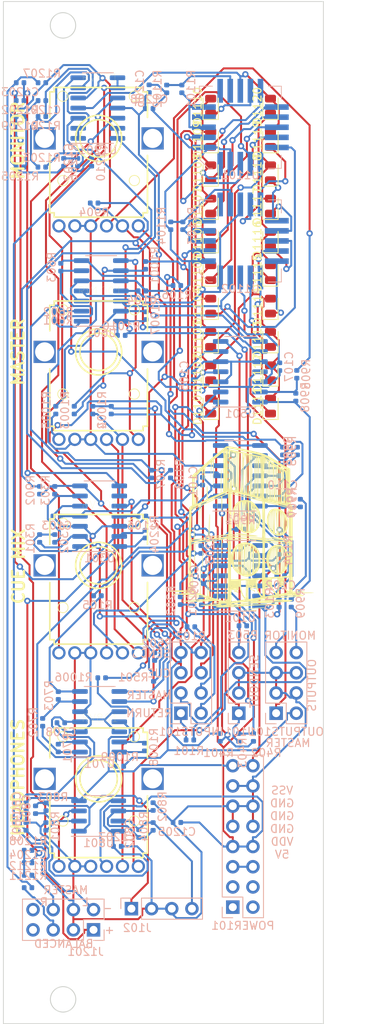
<source format=kicad_pcb>
(kicad_pcb (version 20171130) (host pcbnew "(5.1.5-0-10_14)")
  (layers (0 F.Cu signal) (31 B.Cu signal) (34 B.Paste user) (35 F.Paste user) (36 B.SilkS user) (37 F.SilkS user) (38 B.Mask user) (39 F.Mask user) (44 Edge.Cuts user))
  (net 0 "")
  (net 1 GND)
  (net 2 VDD)
  (net 3 VSS)
  (net 4 RETURN_R)
  (net 5 BUS_R)
  (net 6 CUE_R)
  (net 7 SEND_R)
  (net 8 SEND_L)
  (net 9 CUE_L)
  (net 10 BUS_L)
  (net 11 RETURN_L)
  (net 12 /sheet6034CADE/SUM)
  (net 13 /sheet6034CADD/SUM)
  (net 14 MASTER_L)
  (net 15 MONITOR_L)
  (net 16 MONITOR_R)
  (net 17 MASTER_R)
  (net 18 +5V)
  (net 19 SUMMED_L)
  (net 20 SUMMED_R)
  (net 21 /sheet6034D121/SUM)
  (net 22 /sheet6034D122/SUM)
  (net 23 /Sheet60360677/IN_R)
  (net 24 /Sheet60360677/IN_L)
  (net 25 "Net-(D1101-Pad1)")
  (net 26 "Net-(D1102-Pad1)")
  (net 27 "Net-(D1103-Pad1)")
  (net 28 "Net-(D1104-Pad1)")
  (net 29 "Net-(D1105-Pad1)")
  (net 30 "Net-(D1106-Pad1)")
  (net 31 "Net-(D1107-Pad1)")
  (net 32 "Net-(D1108-Pad1)")
  (net 33 "Net-(D1109-Pad1)")
  (net 34 "Net-(D1110-Pad1)")
  (net 35 "Net-(D1111-Pad1)")
  (net 36 "Net-(D1112-Pad1)")
  (net 37 "Net-(D1113-Pad1)")
  (net 38 "Net-(D1114-Pad1)")
  (net 39 "Net-(D1115-Pad1)")
  (net 40 "Net-(D1116-Pad1)")
  (net 41 "Net-(D1117-Pad1)")
  (net 42 "Net-(D1118-Pad1)")
  (net 43 "Net-(D1119-Pad1)")
  (net 44 "Net-(D1120-Pad1)")
  (net 45 "Net-(R201-Pad1)")
  (net 46 "Net-(R202-Pad1)")
  (net 47 "Net-(R301-Pad1)")
  (net 48 "Net-(R302-Pad1)")
  (net 49 "Net-(R401-Pad1)")
  (net 50 "Net-(R402-Pad1)")
  (net 51 "Net-(R501-Pad1)")
  (net 52 "Net-(R502-Pad1)")
  (net 53 "Net-(R601-Pad1)")
  (net 54 "Net-(R602-Pad1)")
  (net 55 "Net-(R701-Pad1)")
  (net 56 "Net-(R702-Pad1)")
  (net 57 "Net-(R901-Pad1)")
  (net 58 "Net-(R902-Pad1)")
  (net 59 "Net-(R903-Pad1)")
  (net 60 "Net-(R904-Pad1)")
  (net 61 "Net-(R905-Pad1)")
  (net 62 "Net-(R905-Pad2)")
  (net 63 "Net-(R906-Pad1)")
  (net 64 "Net-(R906-Pad2)")
  (net 65 "Net-(R907-Pad1)")
  (net 66 "Net-(R908-Pad1)")
  (net 67 "Net-(R1001-Pad1)")
  (net 68 "Net-(R1002-Pad1)")
  (net 69 "Net-(R1003-Pad1)")
  (net 70 "Net-(R1004-Pad1)")
  (net 71 "Net-(R1005-Pad2)")
  (net 72 "Net-(R1005-Pad1)")
  (net 73 "Net-(R1006-Pad1)")
  (net 74 "Net-(R1006-Pad2)")
  (net 75 "Net-(R1007-Pad1)")
  (net 76 "Net-(R1008-Pad1)")
  (net 77 "Net-(R1101-Pad1)")
  (net 78 "Net-(R1101-Pad2)")
  (net 79 "Net-(R1103-Pad1)")
  (net 80 "Net-(R1103-Pad2)")
  (net 81 "Net-(R103-Pad2)")
  (net 82 "Net-(R104-Pad2)")
  (net 83 /Sheet60360677/OUT_L)
  (net 84 /Sheet60360677/OUT_R)
  (net 85 "Net-(RV801-Pad5)")
  (net 86 "Net-(RV801-Pad2)")
  (net 87 "Net-(C1201-Pad1)")
  (net 88 "Net-(C1201-Pad2)")
  (net 89 "Net-(C1202-Pad1)")
  (net 90 "Net-(C1202-Pad2)")
  (net 91 "Net-(C1203-Pad2)")
  (net 92 "Net-(C1203-Pad1)")
  (net 93 "Net-(C1204-Pad2)")
  (net 94 "Net-(C1204-Pad1)")
  (net 95 "Net-(R1201-Pad1)")
  (net 96 "Net-(R1202-Pad1)")
  (net 97 /Sheet60B047F7/LP)
  (net 98 /Sheet60B047F7/LN)
  (net 99 /Sheet60B047F7/RP)
  (net 100 /Sheet60B047F7/RN)
  (net 101 "Net-(C801-Pad2)")
  (net 102 "Net-(C802-Pad2)")
  (net 103 "Net-(R107-Pad1)")
  (net 104 "Net-(R108-Pad2)")
  (net 105 "Net-(RV101-Pad2)")
  (net 106 "Net-(RV101-Pad5)")
  (module components:gf (layer F.Cu) (at 142 100.6)
    (fp_text reference G*** hide)
    (fp_text value LOGO hide)
  )
  (module sam:PTV112 (layer F.Cu) (at 124.142 132.016)
    (fp_text reference RV801 (at 0.17514 -7.64089) (layer F.SilkS) (effects (font (size 1.000772 1.000772) (thickness 0.015))))
    (fp_text value HEADPHONE_VOL)
    (pad M1 thru_hole rect (at -6.8 0) (size 2.8 2.8) (drill 2.4) (layers *.Cu *.Mask))
    (pad M2 thru_hole rect (at 6.8 0) (size 2.8 2.8) (drill 2.4) (layers *.Cu *.Mask))
    (pad 3 thru_hole circle (at 5 11) (size 1.6764 1.6764) (drill 1.1) (layers *.Cu *.Mask) (net 24 /Sheet60360677/IN_L))
    (pad 6 thru_hole circle (at 3 11) (size 1.6764 1.6764) (drill 1.1) (layers *.Cu *.Mask) (net 23 /Sheet60360677/IN_R))
    (pad 5 thru_hole circle (at 1 11) (size 1.6764 1.6764) (drill 1.1) (layers *.Cu *.Mask) (net 85 "Net-(RV801-Pad5)"))
    (pad 4 thru_hole circle (at -1 11) (size 1.6764 1.6764) (drill 1.1) (layers *.Cu *.Mask) (net 1 GND))
    (pad 1 thru_hole circle (at -3 11) (size 1.6764 1.6764) (drill 1.1) (layers *.Cu *.Mask) (net 1 GND))
    (pad 2 thru_hole circle (at -5 11) (size 1.6764 1.6764) (drill 1.1) (layers *.Cu *.Mask) (net 86 "Net-(RV801-Pad2)"))
  )
  (module sam:PTV112 (layer F.Cu) (at 124.142 51.4985)
    (fp_text reference RV901 (at 0.17514 -7.64089) (layer F.SilkS) (effects (font (size 1.000772 1.000772) (thickness 0.015))))
    (fp_text value GAIN)
    (pad M1 thru_hole rect (at -6.8 0) (size 2.8 2.8) (drill 2.4) (layers *.Cu *.Mask))
    (pad M2 thru_hole rect (at 6.8 0) (size 2.8 2.8) (drill 2.4) (layers *.Cu *.Mask))
    (pad 3 thru_hole circle (at 5 11) (size 1.6764 1.6764) (drill 1.1) (layers *.Cu *.Mask) (net 59 "Net-(R903-Pad1)"))
    (pad 6 thru_hole circle (at 3 11) (size 1.6764 1.6764) (drill 1.1) (layers *.Cu *.Mask) (net 60 "Net-(R904-Pad1)"))
    (pad 5 thru_hole circle (at 1 11) (size 1.6764 1.6764) (drill 1.1) (layers *.Cu *.Mask) (net 64 "Net-(R906-Pad2)"))
    (pad 4 thru_hole circle (at -1 11) (size 1.6764 1.6764) (drill 1.1) (layers *.Cu *.Mask) (net 1 GND))
    (pad 1 thru_hole circle (at -3 11) (size 1.6764 1.6764) (drill 1.1) (layers *.Cu *.Mask) (net 1 GND))
    (pad 2 thru_hole circle (at -5 11) (size 1.6764 1.6764) (drill 1.1) (layers *.Cu *.Mask) (net 62 "Net-(R905-Pad2)"))
  )
  (module sam:PTV112 (layer F.Cu) (at 124.142 78.3378)
    (fp_text reference RV1001 (at 0.17514 -7.64089) (layer F.SilkS) (effects (font (size 1.000772 1.000772) (thickness 0.015))))
    (fp_text value GAIN)
    (pad M1 thru_hole rect (at -6.8 0) (size 2.8 2.8) (drill 2.4) (layers *.Cu *.Mask))
    (pad M2 thru_hole rect (at 6.8 0) (size 2.8 2.8) (drill 2.4) (layers *.Cu *.Mask))
    (pad 3 thru_hole circle (at 5 11) (size 1.6764 1.6764) (drill 1.1) (layers *.Cu *.Mask) (net 69 "Net-(R1003-Pad1)"))
    (pad 6 thru_hole circle (at 3 11) (size 1.6764 1.6764) (drill 1.1) (layers *.Cu *.Mask) (net 70 "Net-(R1004-Pad1)"))
    (pad 5 thru_hole circle (at 1 11) (size 1.6764 1.6764) (drill 1.1) (layers *.Cu *.Mask) (net 74 "Net-(R1006-Pad2)"))
    (pad 4 thru_hole circle (at -1 11) (size 1.6764 1.6764) (drill 1.1) (layers *.Cu *.Mask) (net 1 GND))
    (pad 1 thru_hole circle (at -3 11) (size 1.6764 1.6764) (drill 1.1) (layers *.Cu *.Mask) (net 1 GND))
    (pad 2 thru_hole circle (at -5 11) (size 1.6764 1.6764) (drill 1.1) (layers *.Cu *.Mask) (net 71 "Net-(R1005-Pad2)"))
  )
  (module LED_SMD:LED_0805_2012Metric (layer F.Cu) (at 138.254 85.1535 90)
    (fp_text reference D1101 (at 0 -1.65 90) (layer F.SilkS))
    (fp_text value LED)
    (pad 1 smd roundrect (at -0.9375 0 90) (size 0.975 1.4) (layers F.Cu F.Paste F.Mask) (net 25 "Net-(D1101-Pad1)"))
    (pad 2 smd roundrect (at 0.9375 0 90) (size 0.975 1.4) (layers F.Cu F.Paste F.Mask) (net 2 VDD))
  )
  (module LED_SMD:LED_0805_2012Metric (layer F.Cu) (at 138.254 80.9625 90)
    (fp_text reference D1102 (at 0 -1.65 90) (layer F.SilkS))
    (fp_text value LED)
    (pad 2 smd roundrect (at 0.9375 0 90) (size 0.975 1.4) (layers F.Cu F.Paste F.Mask) (net 2 VDD))
    (pad 1 smd roundrect (at -0.9375 0 90) (size 0.975 1.4) (layers F.Cu F.Paste F.Mask) (net 26 "Net-(D1102-Pad1)"))
  )
  (module LED_SMD:LED_0805_2012Metric (layer F.Cu) (at 138.254 76.7715 90)
    (fp_text reference D1103 (at 0 -1.65 90) (layer F.SilkS))
    (fp_text value LED)
    (pad 1 smd roundrect (at -0.9375 0 90) (size 0.975 1.4) (layers F.Cu F.Paste F.Mask) (net 27 "Net-(D1103-Pad1)"))
    (pad 2 smd roundrect (at 0.9375 0 90) (size 0.975 1.4) (layers F.Cu F.Paste F.Mask) (net 2 VDD))
  )
  (module LED_SMD:LED_0805_2012Metric (layer F.Cu) (at 138.254 72.5805 90)
    (fp_text reference D1104 (at 0 -1.65 90) (layer F.SilkS))
    (fp_text value LED)
    (pad 2 smd roundrect (at 0.9375 0 90) (size 0.975 1.4) (layers F.Cu F.Paste F.Mask) (net 2 VDD))
    (pad 1 smd roundrect (at -0.9375 0 90) (size 0.975 1.4) (layers F.Cu F.Paste F.Mask) (net 28 "Net-(D1104-Pad1)"))
  )
  (module LED_SMD:LED_0805_2012Metric (layer F.Cu) (at 138.254 68.3895 90)
    (fp_text reference D1105 (at 0 -1.65 90) (layer F.SilkS))
    (fp_text value LED)
    (pad 2 smd roundrect (at 0.9375 0 90) (size 0.975 1.4) (layers F.Cu F.Paste F.Mask) (net 2 VDD))
    (pad 1 smd roundrect (at -0.9375 0 90) (size 0.975 1.4) (layers F.Cu F.Paste F.Mask) (net 29 "Net-(D1105-Pad1)"))
  )
  (module LED_SMD:LED_0805_2012Metric (layer F.Cu) (at 138.254 64.1985 90)
    (fp_text reference D1106 (at 0 -1.65 90) (layer F.SilkS))
    (fp_text value LED)
    (pad 1 smd roundrect (at -0.9375 0 90) (size 0.975 1.4) (layers F.Cu F.Paste F.Mask) (net 30 "Net-(D1106-Pad1)"))
    (pad 2 smd roundrect (at 0.9375 0 90) (size 0.975 1.4) (layers F.Cu F.Paste F.Mask) (net 2 VDD))
  )
  (module LED_SMD:LED_0805_2012Metric (layer F.Cu) (at 138.254 60.0075 90)
    (fp_text reference D1107 (at 0 -1.65 90) (layer F.SilkS))
    (fp_text value LED)
    (pad 2 smd roundrect (at 0.9375 0 90) (size 0.975 1.4) (layers F.Cu F.Paste F.Mask) (net 2 VDD))
    (pad 1 smd roundrect (at -0.9375 0 90) (size 0.975 1.4) (layers F.Cu F.Paste F.Mask) (net 31 "Net-(D1107-Pad1)"))
  )
  (module LED_SMD:LED_0805_2012Metric (layer F.Cu) (at 138.254 55.8165 90)
    (fp_text reference D1108 (at 0 -1.65 90) (layer F.SilkS))
    (fp_text value LED)
    (pad 1 smd roundrect (at -0.9375 0 90) (size 0.975 1.4) (layers F.Cu F.Paste F.Mask) (net 32 "Net-(D1108-Pad1)"))
    (pad 2 smd roundrect (at 0.9375 0 90) (size 0.975 1.4) (layers F.Cu F.Paste F.Mask) (net 2 VDD))
  )
  (module LED_SMD:LED_0805_2012Metric (layer F.Cu) (at 138.254 51.6255 90)
    (fp_text reference D1109 (at 0 -1.65 90) (layer F.SilkS))
    (fp_text value LED)
    (pad 1 smd roundrect (at -0.9375 0 90) (size 0.975 1.4) (layers F.Cu F.Paste F.Mask) (net 33 "Net-(D1109-Pad1)"))
    (pad 2 smd roundrect (at 0.9375 0 90) (size 0.975 1.4) (layers F.Cu F.Paste F.Mask) (net 2 VDD))
  )
  (module LED_SMD:LED_0805_2012Metric (layer F.Cu) (at 138.254 47.4345 90)
    (fp_text reference D1110 (at 0 -1.65 90) (layer F.SilkS))
    (fp_text value LED)
    (pad 2 smd roundrect (at 0.9375 0 90) (size 0.975 1.4) (layers F.Cu F.Paste F.Mask) (net 2 VDD))
    (pad 1 smd roundrect (at -0.9375 0 90) (size 0.975 1.4) (layers F.Cu F.Paste F.Mask) (net 34 "Net-(D1110-Pad1)"))
  )
  (module LED_SMD:LED_0805_2012Metric (layer F.Cu) (at 145.781 85.1535 90)
    (fp_text reference D1111 (at 0 -1.65 90) (layer F.SilkS))
    (fp_text value LED)
    (pad 1 smd roundrect (at -0.9375 0 90) (size 0.975 1.4) (layers F.Cu F.Paste F.Mask) (net 35 "Net-(D1111-Pad1)"))
    (pad 2 smd roundrect (at 0.9375 0 90) (size 0.975 1.4) (layers F.Cu F.Paste F.Mask) (net 2 VDD))
  )
  (module LED_SMD:LED_0805_2012Metric (layer F.Cu) (at 145.781 80.9625 90)
    (fp_text reference D1112 (at 0 -1.65 90) (layer F.SilkS))
    (fp_text value LED)
    (pad 2 smd roundrect (at 0.9375 0 90) (size 0.975 1.4) (layers F.Cu F.Paste F.Mask) (net 2 VDD))
    (pad 1 smd roundrect (at -0.9375 0 90) (size 0.975 1.4) (layers F.Cu F.Paste F.Mask) (net 36 "Net-(D1112-Pad1)"))
  )
  (module LED_SMD:LED_0805_2012Metric (layer F.Cu) (at 145.781 76.7715 90)
    (fp_text reference D1113 (at 0 -1.65 90) (layer F.SilkS))
    (fp_text value LED)
    (pad 1 smd roundrect (at -0.9375 0 90) (size 0.975 1.4) (layers F.Cu F.Paste F.Mask) (net 37 "Net-(D1113-Pad1)"))
    (pad 2 smd roundrect (at 0.9375 0 90) (size 0.975 1.4) (layers F.Cu F.Paste F.Mask) (net 2 VDD))
  )
  (module LED_SMD:LED_0805_2012Metric (layer F.Cu) (at 145.781 72.5805 90)
    (fp_text reference D1114 (at 0 -1.65 90) (layer F.SilkS))
    (fp_text value LED)
    (pad 2 smd roundrect (at 0.9375 0 90) (size 0.975 1.4) (layers F.Cu F.Paste F.Mask) (net 2 VDD))
    (pad 1 smd roundrect (at -0.9375 0 90) (size 0.975 1.4) (layers F.Cu F.Paste F.Mask) (net 38 "Net-(D1114-Pad1)"))
  )
  (module LED_SMD:LED_0805_2012Metric (layer F.Cu) (at 145.781 68.3895 90)
    (fp_text reference D1115 (at 0 -1.65 90) (layer F.SilkS))
    (fp_text value LED)
    (pad 1 smd roundrect (at -0.9375 0 90) (size 0.975 1.4) (layers F.Cu F.Paste F.Mask) (net 39 "Net-(D1115-Pad1)"))
    (pad 2 smd roundrect (at 0.9375 0 90) (size 0.975 1.4) (layers F.Cu F.Paste F.Mask) (net 2 VDD))
  )
  (module LED_SMD:LED_0805_2012Metric (layer F.Cu) (at 145.781 64.1985 90)
    (fp_text reference D1116 (at 0 -1.65 90) (layer F.SilkS))
    (fp_text value LED)
    (pad 2 smd roundrect (at 0.9375 0 90) (size 0.975 1.4) (layers F.Cu F.Paste F.Mask) (net 2 VDD))
    (pad 1 smd roundrect (at -0.9375 0 90) (size 0.975 1.4) (layers F.Cu F.Paste F.Mask) (net 40 "Net-(D1116-Pad1)"))
  )
  (module LED_SMD:LED_0805_2012Metric (layer F.Cu) (at 145.781 60.0075 90)
    (fp_text reference D1117 (at 0 -1.65 90) (layer F.SilkS))
    (fp_text value LED)
    (pad 1 smd roundrect (at -0.9375 0 90) (size 0.975 1.4) (layers F.Cu F.Paste F.Mask) (net 41 "Net-(D1117-Pad1)"))
    (pad 2 smd roundrect (at 0.9375 0 90) (size 0.975 1.4) (layers F.Cu F.Paste F.Mask) (net 2 VDD))
  )
  (module LED_SMD:LED_0805_2012Metric (layer F.Cu) (at 145.781 55.8165 90)
    (fp_text reference D1118 (at 0 -1.65 90) (layer F.SilkS))
    (fp_text value LED)
    (pad 2 smd roundrect (at 0.9375 0 90) (size 0.975 1.4) (layers F.Cu F.Paste F.Mask) (net 2 VDD))
    (pad 1 smd roundrect (at -0.9375 0 90) (size 0.975 1.4) (layers F.Cu F.Paste F.Mask) (net 42 "Net-(D1118-Pad1)"))
  )
  (module LED_SMD:LED_0805_2012Metric (layer F.Cu) (at 145.781 51.6255 90)
    (fp_text reference D1119 (at 0 -1.65 90) (layer F.SilkS))
    (fp_text value LED)
    (pad 1 smd roundrect (at -0.9375 0 90) (size 0.975 1.4) (layers F.Cu F.Paste F.Mask) (net 43 "Net-(D1119-Pad1)"))
    (pad 2 smd roundrect (at 0.9375 0 90) (size 0.975 1.4) (layers F.Cu F.Paste F.Mask) (net 2 VDD))
  )
  (module LED_SMD:LED_0805_2012Metric (layer F.Cu) (at 145.781 47.4345 90)
    (fp_text reference D1120 (at 0 -1.65 90) (layer F.SilkS))
    (fp_text value LED)
    (pad 2 smd roundrect (at 0.9375 0 90) (size 0.975 1.4) (layers F.Cu F.Paste F.Mask) (net 2 VDD))
    (pad 1 smd roundrect (at -0.9375 0 90) (size 0.975 1.4) (layers F.Cu F.Paste F.Mask) (net 44 "Net-(D1120-Pad1)"))
  )
  (module Connector_PinHeader_2.54mm:PinHeader_2x04_P2.54mm_Vertical (layer B.Cu) (at 134.502 123.762)
    (fp_text reference INPUTS101 (at 1.27 2.33) (layer B.SilkS) (effects (justify mirror)))
    (fp_text value Conn_02x04_Counter_Clockwise)
    (pad 1 thru_hole rect (at 0 0) (size 1.7 1.7) (drill 1) (layers *.Cu *.Mask) (net 11 RETURN_L))
    (pad 2 thru_hole oval (at 2.54 0) (size 1.7 1.7) (drill 1) (layers *.Cu *.Mask) (net 4 RETURN_R))
    (pad 3 thru_hole oval (at 0 -2.54) (size 1.7 1.7) (drill 1) (layers *.Cu *.Mask) (net 10 BUS_L))
    (pad 4 thru_hole oval (at 2.54 -2.54) (size 1.7 1.7) (drill 1) (layers *.Cu *.Mask) (net 5 BUS_R))
    (pad 5 thru_hole oval (at 0 -5.08) (size 1.7 1.7) (drill 1) (layers *.Cu *.Mask) (net 9 CUE_L))
    (pad 6 thru_hole oval (at 2.54 -5.08) (size 1.7 1.7) (drill 1) (layers *.Cu *.Mask) (net 6 CUE_R))
    (pad 7 thru_hole oval (at 0 -7.62) (size 1.7 1.7) (drill 1) (layers *.Cu *.Mask) (net 8 SEND_L))
    (pad 8 thru_hole oval (at 2.54 -7.62) (size 1.7 1.7) (drill 1) (layers *.Cu *.Mask) (net 7 SEND_R))
  )
  (module Connector_PinHeader_2.54mm:PinHeader_1x04_P2.54mm_Vertical (layer B.Cu) (at 141.796 123.762)
    (fp_text reference J101 (at 0 2.33) (layer B.SilkS) (effects (justify mirror)))
    (fp_text value SEND_OUT)
    (pad 4 thru_hole oval (at 0 -7.62) (size 1.7 1.7) (drill 1) (layers *.Cu *.Mask) (net 12 /sheet6034CADE/SUM))
    (pad 3 thru_hole oval (at 0 -5.08) (size 1.7 1.7) (drill 1) (layers *.Cu *.Mask) (net 1 GND))
    (pad 2 thru_hole oval (at 0 -2.54) (size 1.7 1.7) (drill 1) (layers *.Cu *.Mask) (net 1 GND))
    (pad 1 thru_hole rect (at 0 0) (size 1.7 1.7) (drill 1) (layers *.Cu *.Mask) (net 13 /sheet6034CADD/SUM))
  )
  (module Connector_PinHeader_2.54mm:PinHeader_1x04_P2.54mm_Vertical (layer B.Cu) (at 128.27 148.336 270)
    (fp_text reference J102 (at 2.414 -0.73) (layer B.SilkS) (effects (justify mirror)))
    (fp_text value HEADPHONE)
    (pad 1 thru_hole rect (at 0 0 270) (size 1.7 1.7) (drill 1) (layers *.Cu *.Mask) (net 83 /Sheet60360677/OUT_L))
    (pad 2 thru_hole oval (at 0 -2.54 270) (size 1.7 1.7) (drill 1) (layers *.Cu *.Mask) (net 1 GND))
    (pad 3 thru_hole oval (at 0 -5.08 270) (size 1.7 1.7) (drill 1) (layers *.Cu *.Mask) (net 1 GND))
    (pad 4 thru_hole oval (at 0 -7.62 270) (size 1.7 1.7) (drill 1) (layers *.Cu *.Mask) (net 84 /Sheet60360677/OUT_R))
  )
  (module Connector_PinHeader_2.54mm:PinHeader_2x04_P2.54mm_Vertical (layer B.Cu) (at 146.494 123.762)
    (fp_text reference OUTPUTS101 (at 1.27 2.33) (layer B.SilkS) (effects (justify mirror)))
    (fp_text value Conn_02x04_Counter_Clockwise)
    (pad 8 thru_hole oval (at 2.54 -7.62) (size 1.7 1.7) (drill 1) (layers *.Cu *.Mask) (net 16 MONITOR_R))
    (pad 7 thru_hole oval (at 0 -7.62) (size 1.7 1.7) (drill 1) (layers *.Cu *.Mask) (net 15 MONITOR_L))
    (pad 6 thru_hole oval (at 2.54 -5.08) (size 1.7 1.7) (drill 1) (layers *.Cu *.Mask) (net 1 GND))
    (pad 5 thru_hole oval (at 0 -5.08) (size 1.7 1.7) (drill 1) (layers *.Cu *.Mask) (net 1 GND))
    (pad 4 thru_hole oval (at 2.54 -2.54) (size 1.7 1.7) (drill 1) (layers *.Cu *.Mask) (net 1 GND))
    (pad 3 thru_hole oval (at 0 -2.54) (size 1.7 1.7) (drill 1) (layers *.Cu *.Mask) (net 1 GND))
    (pad 2 thru_hole oval (at 2.54 0) (size 1.7 1.7) (drill 1) (layers *.Cu *.Mask) (net 17 MASTER_R))
    (pad 1 thru_hole rect (at 0 0) (size 1.7 1.7) (drill 1) (layers *.Cu *.Mask) (net 14 MASTER_L))
  )
  (module Connector_PinHeader_2.54mm:PinHeader_2x08_P2.54mm_Vertical (layer B.Cu) (at 141.034 148.146)
    (fp_text reference POWER101 (at 1.27 2.33) (layer B.SilkS) (effects (justify mirror)))
    (fp_text value Conn_02x08_Counter_Clockwise)
    (pad 1 thru_hole rect (at 0 0) (size 1.7 1.7) (drill 1) (layers *.Cu *.Mask))
    (pad 2 thru_hole oval (at 2.54 0) (size 1.7 1.7) (drill 1) (layers *.Cu *.Mask))
    (pad 3 thru_hole oval (at 0 -2.54) (size 1.7 1.7) (drill 1) (layers *.Cu *.Mask))
    (pad 4 thru_hole oval (at 2.54 -2.54) (size 1.7 1.7) (drill 1) (layers *.Cu *.Mask))
    (pad 5 thru_hole oval (at 0 -5.08) (size 1.7 1.7) (drill 1) (layers *.Cu *.Mask) (net 18 +5V))
    (pad 6 thru_hole oval (at 2.54 -5.08) (size 1.7 1.7) (drill 1) (layers *.Cu *.Mask) (net 18 +5V))
    (pad 7 thru_hole oval (at 0 -7.62) (size 1.7 1.7) (drill 1) (layers *.Cu *.Mask) (net 2 VDD))
    (pad 8 thru_hole oval (at 2.54 -7.62) (size 1.7 1.7) (drill 1) (layers *.Cu *.Mask) (net 2 VDD))
    (pad 9 thru_hole oval (at 0 -10.16) (size 1.7 1.7) (drill 1) (layers *.Cu *.Mask) (net 1 GND))
    (pad 10 thru_hole oval (at 2.54 -10.16) (size 1.7 1.7) (drill 1) (layers *.Cu *.Mask) (net 1 GND))
    (pad 11 thru_hole oval (at 0 -12.7) (size 1.7 1.7) (drill 1) (layers *.Cu *.Mask) (net 1 GND))
    (pad 12 thru_hole oval (at 2.54 -12.7) (size 1.7 1.7) (drill 1) (layers *.Cu *.Mask) (net 1 GND))
    (pad 13 thru_hole oval (at 0 -15.24) (size 1.7 1.7) (drill 1) (layers *.Cu *.Mask) (net 1 GND))
    (pad 14 thru_hole oval (at 2.54 -15.24) (size 1.7 1.7) (drill 1) (layers *.Cu *.Mask) (net 1 GND))
    (pad 15 thru_hole oval (at 0 -17.78) (size 1.7 1.7) (drill 1) (layers *.Cu *.Mask) (net 3 VSS))
    (pad 16 thru_hole oval (at 2.54 -17.78) (size 1.7 1.7) (drill 1) (layers *.Cu *.Mask) (net 3 VSS))
  )
  (module Resistor_SMD:R_0402_1005Metric (layer B.Cu) (at 135.636 127.127 180)
    (fp_text reference R101 (at 0.136 -1.373) (layer B.SilkS) (effects (justify mirror)))
    (fp_text value 10k)
    (pad 2 smd roundrect (at 0.485 0 180) (size 0.59 0.64) (layers B.Cu B.Paste B.Mask) (net 11 RETURN_L))
    (pad 1 smd roundrect (at -0.485 0 180) (size 0.59 0.64) (layers B.Cu B.Paste B.Mask) (net 10 BUS_L))
  )
  (module Resistor_SMD:R_0402_1005Metric (layer B.Cu) (at 135.763 112.903)
    (fp_text reference R102 (at 0 1.17) (layer B.SilkS) (effects (justify mirror)))
    (fp_text value 10k)
    (pad 1 smd roundrect (at -0.485 0) (size 0.59 0.64) (layers B.Cu B.Paste B.Mask) (net 5 BUS_R))
    (pad 2 smd roundrect (at 0.485 0) (size 0.59 0.64) (layers B.Cu B.Paste B.Mask) (net 4 RETURN_R))
  )
  (module Resistor_SMD:R_0402_1005Metric (layer B.Cu) (at 137.096 109.664 270)
    (fp_text reference R201 (at 0 1.17 270) (layer B.SilkS) (effects (justify mirror)))
    (fp_text value 10K)
    (pad 2 smd roundrect (at 0.485 0 270) (size 0.59 0.64) (layers B.Cu B.Paste B.Mask) (net 10 BUS_L))
    (pad 1 smd roundrect (at -0.485 0 270) (size 0.59 0.64) (layers B.Cu B.Paste B.Mask) (net 45 "Net-(R201-Pad1)"))
  )
  (module Resistor_SMD:R_0402_1005Metric (layer B.Cu) (at 134.43 109.624 270)
    (fp_text reference R202 (at 0 1.17 270) (layer B.SilkS) (effects (justify mirror)))
    (fp_text value 10k)
    (pad 1 smd roundrect (at -0.485 0 270) (size 0.59 0.64) (layers B.Cu B.Paste B.Mask) (net 46 "Net-(R202-Pad1)"))
    (pad 2 smd roundrect (at 0.485 0 270) (size 0.59 0.64) (layers B.Cu B.Paste B.Mask) (net 45 "Net-(R201-Pad1)"))
  )
  (module Resistor_SMD:R_0402_1005Metric (layer B.Cu) (at 137.033 103.188 90)
    (fp_text reference R203 (at 0 1.17 -90) (layer B.SilkS) (effects (justify mirror)))
    (fp_text value 10k)
    (pad 2 smd roundrect (at 0.485 0 90) (size 0.59 0.64) (layers B.Cu B.Paste B.Mask) (net 46 "Net-(R202-Pad1)"))
    (pad 1 smd roundrect (at -0.485 0 90) (size 0.59 0.64) (layers B.Cu B.Paste B.Mask) (net 19 SUMMED_L))
  )
  (module Resistor_SMD:R_0402_1005Metric (layer B.Cu) (at 116.713 101.79 270)
    (fp_text reference R301 (at 0 1.17 270) (layer B.SilkS) (effects (justify mirror)))
    (fp_text value 10K)
    (pad 2 smd roundrect (at 0.485 0 270) (size 0.59 0.64) (layers B.Cu B.Paste B.Mask) (net 5 BUS_R))
    (pad 1 smd roundrect (at -0.485 0 270) (size 0.59 0.64) (layers B.Cu B.Paste B.Mask) (net 47 "Net-(R301-Pad1)"))
  )
  (module Resistor_SMD:R_0402_1005Metric (layer B.Cu) (at 118.618 101.79 90)
    (fp_text reference R302 (at 0 1.17 -90) (layer B.SilkS) (effects (justify mirror)))
    (fp_text value 10k)
    (pad 1 smd roundrect (at -0.485 0 90) (size 0.59 0.64) (layers B.Cu B.Paste B.Mask) (net 48 "Net-(R302-Pad1)"))
    (pad 2 smd roundrect (at 0.485 0 90) (size 0.59 0.64) (layers B.Cu B.Paste B.Mask) (net 47 "Net-(R301-Pad1)"))
  )
  (module Resistor_SMD:R_0402_1005Metric (layer B.Cu) (at 118.618 95.735 270)
    (fp_text reference R303 (at 0 1.17 270) (layer B.SilkS) (effects (justify mirror)))
    (fp_text value 10k)
    (pad 2 smd roundrect (at 0.485 0 270) (size 0.59 0.64) (layers B.Cu B.Paste B.Mask) (net 48 "Net-(R302-Pad1)"))
    (pad 1 smd roundrect (at -0.485 0 270) (size 0.59 0.64) (layers B.Cu B.Paste B.Mask) (net 20 SUMMED_R))
  )
  (module Resistor_SMD:R_0402_1005Metric (layer B.Cu) (at 139.446 126.81 90)
    (fp_text reference R401 (at -1.94 -0.196) (layer B.SilkS) (effects (justify mirror)))
    (fp_text value 10K)
    (pad 2 smd roundrect (at 0.485 0 90) (size 0.59 0.64) (layers B.Cu B.Paste B.Mask) (net 8 SEND_L))
    (pad 1 smd roundrect (at -0.485 0 90) (size 0.59 0.64) (layers B.Cu B.Paste B.Mask) (net 49 "Net-(R401-Pad1)"))
  )
  (module Resistor_SMD:R_0402_1005Metric (layer B.Cu) (at 143.637 126.81 270)
    (fp_text reference R402 (at 1.94 -1.613) (layer B.SilkS) (effects (justify mirror)))
    (fp_text value 10k)
    (pad 1 smd roundrect (at -0.485 0 270) (size 0.59 0.64) (layers B.Cu B.Paste B.Mask) (net 50 "Net-(R402-Pad1)"))
    (pad 2 smd roundrect (at 0.485 0 270) (size 0.59 0.64) (layers B.Cu B.Paste B.Mask) (net 49 "Net-(R401-Pad1)"))
  )
  (module Resistor_SMD:R_0402_1005Metric (layer B.Cu) (at 141.796 126.81 90)
    (fp_text reference R403 (at -1.94 0.454 270) (layer B.SilkS) (effects (justify mirror)))
    (fp_text value 10k)
    (pad 2 smd roundrect (at 0.485 0 90) (size 0.59 0.64) (layers B.Cu B.Paste B.Mask) (net 50 "Net-(R402-Pad1)"))
    (pad 1 smd roundrect (at -0.485 0 90) (size 0.59 0.64) (layers B.Cu B.Paste B.Mask) (net 13 /sheet6034CADD/SUM))
  )
  (module Resistor_SMD:R_0402_1005Metric (layer B.Cu) (at 131.064 119.276 270)
    (fp_text reference R501 (at -0.026 2.564) (layer B.SilkS) (effects (justify mirror)))
    (fp_text value 10K)
    (pad 2 smd roundrect (at 0.485 0 270) (size 0.59 0.64) (layers B.Cu B.Paste B.Mask) (net 7 SEND_R))
    (pad 1 smd roundrect (at -0.485 0 270) (size 0.59 0.64) (layers B.Cu B.Paste B.Mask) (net 51 "Net-(R501-Pad1)"))
  )
  (module Resistor_SMD:R_0402_1005Metric (layer B.Cu) (at 131.191 116.65 90)
    (fp_text reference R502 (at 1.65 0.309) (layer B.SilkS) (effects (justify mirror)))
    (fp_text value 10k)
    (pad 1 smd roundrect (at -0.485 0 90) (size 0.59 0.64) (layers B.Cu B.Paste B.Mask) (net 52 "Net-(R502-Pad1)"))
    (pad 2 smd roundrect (at 0.485 0 90) (size 0.59 0.64) (layers B.Cu B.Paste B.Mask) (net 51 "Net-(R501-Pad1)"))
  )
  (module Resistor_SMD:R_0402_1005Metric (layer B.Cu) (at 142.304 112.776)
    (fp_text reference R503 (at 0 1.17) (layer B.SilkS) (effects (justify mirror)))
    (fp_text value 10k)
    (pad 2 smd roundrect (at 0.485 0) (size 0.59 0.64) (layers B.Cu B.Paste B.Mask) (net 52 "Net-(R502-Pad1)"))
    (pad 1 smd roundrect (at -0.485 0) (size 0.59 0.64) (layers B.Cu B.Paste B.Mask) (net 12 /sheet6034CADE/SUM))
  )
  (module Resistor_SMD:R_0402_1005Metric (layer B.Cu) (at 119.062 73.2155)
    (fp_text reference R601 (at 0 1.17 180) (layer B.SilkS) (effects (justify mirror)))
    (fp_text value 10K)
    (pad 2 smd roundrect (at 0.485 0) (size 0.59 0.64) (layers B.Cu B.Paste B.Mask) (net 9 CUE_L))
    (pad 1 smd roundrect (at -0.485 0) (size 0.59 0.64) (layers B.Cu B.Paste B.Mask) (net 53 "Net-(R601-Pad1)"))
  )
  (module Resistor_SMD:R_0402_1005Metric (layer B.Cu) (at 119.062 74.4855 180)
    (fp_text reference R602 (at 0 1.17 180) (layer B.SilkS) (effects (justify mirror)))
    (fp_text value 10k)
    (pad 1 smd roundrect (at -0.485 0 180) (size 0.59 0.64) (layers B.Cu B.Paste B.Mask) (net 54 "Net-(R602-Pad1)"))
    (pad 2 smd roundrect (at 0.485 0 180) (size 0.59 0.64) (layers B.Cu B.Paste B.Mask) (net 53 "Net-(R601-Pad1)"))
  )
  (module Resistor_SMD:R_0402_1005Metric (layer B.Cu) (at 119.38 67.691 270)
    (fp_text reference R603 (at 0 1.17 270) (layer B.SilkS) (effects (justify mirror)))
    (fp_text value 10k)
    (pad 2 smd roundrect (at 0.485 0 270) (size 0.59 0.64) (layers B.Cu B.Paste B.Mask) (net 54 "Net-(R602-Pad1)"))
    (pad 1 smd roundrect (at -0.485 0 270) (size 0.59 0.64) (layers B.Cu B.Paste B.Mask) (net 21 /sheet6034D121/SUM))
  )
  (module Resistor_SMD:R_0402_1005Metric (layer B.Cu) (at 119.062 128.143 90)
    (fp_text reference R701 (at 0 1.17 270) (layer B.SilkS) (effects (justify mirror)))
    (fp_text value 10K)
    (pad 2 smd roundrect (at 0.485 0 90) (size 0.59 0.64) (layers B.Cu B.Paste B.Mask) (net 6 CUE_R))
    (pad 1 smd roundrect (at -0.485 0 90) (size 0.59 0.64) (layers B.Cu B.Paste B.Mask) (net 55 "Net-(R701-Pad1)"))
  )
  (module Resistor_SMD:R_0402_1005Metric (layer B.Cu) (at 117.094 124.904 270)
    (fp_text reference R702 (at 0 1.17 270) (layer B.SilkS) (effects (justify mirror)))
    (fp_text value 10k)
    (pad 1 smd roundrect (at -0.485 0 270) (size 0.59 0.64) (layers B.Cu B.Paste B.Mask) (net 56 "Net-(R702-Pad1)"))
    (pad 2 smd roundrect (at 0.485 0 270) (size 0.59 0.64) (layers B.Cu B.Paste B.Mask) (net 55 "Net-(R701-Pad1)"))
  )
  (module Resistor_SMD:R_0402_1005Metric (layer B.Cu) (at 119.062 121.539 270)
    (fp_text reference R703 (at 0 1.17 270) (layer B.SilkS) (effects (justify mirror)))
    (fp_text value 10k)
    (pad 2 smd roundrect (at 0.485 0 270) (size 0.59 0.64) (layers B.Cu B.Paste B.Mask) (net 56 "Net-(R702-Pad1)"))
    (pad 1 smd roundrect (at -0.485 0 270) (size 0.59 0.64) (layers B.Cu B.Paste B.Mask) (net 22 /sheet6034D122/SUM))
  )
  (module Resistor_SMD:R_0402_1005Metric (layer B.Cu) (at 141.986 100.648 180)
    (fp_text reference R901 (at 0 1.17) (layer B.SilkS) (effects (justify mirror)))
    (fp_text value 10k)
    (pad 2 smd roundrect (at 0.485 0 180) (size 0.59 0.64) (layers B.Cu B.Paste B.Mask) (net 19 SUMMED_L))
    (pad 1 smd roundrect (at -0.485 0 180) (size 0.59 0.64) (layers B.Cu B.Paste B.Mask) (net 57 "Net-(R901-Pad1)"))
  )
  (module Resistor_SMD:R_0402_1005Metric (layer B.Cu) (at 116.713 95.735 270)
    (fp_text reference R902 (at 0 1.17 270) (layer B.SilkS) (effects (justify mirror)))
    (fp_text value 10k)
    (pad 2 smd roundrect (at 0.485 0 270) (size 0.59 0.64) (layers B.Cu B.Paste B.Mask) (net 20 SUMMED_R))
    (pad 1 smd roundrect (at -0.485 0 270) (size 0.59 0.64) (layers B.Cu B.Paste B.Mask) (net 58 "Net-(R902-Pad1)"))
  )
  (module Resistor_SMD:R_0402_1005Metric (layer B.Cu) (at 149.162 90.805 270)
    (fp_text reference R903 (at 0 1.17 270) (layer B.SilkS) (effects (justify mirror)))
    (fp_text value 50k)
    (pad 1 smd roundrect (at -0.485 0 270) (size 0.59 0.64) (layers B.Cu B.Paste B.Mask) (net 59 "Net-(R903-Pad1)"))
    (pad 2 smd roundrect (at 0.485 0 270) (size 0.59 0.64) (layers B.Cu B.Paste B.Mask) (net 57 "Net-(R901-Pad1)"))
  )
  (module Resistor_SMD:R_0402_1005Metric (layer B.Cu) (at 123.571 59.6265)
    (fp_text reference R904 (at 0 1.17 180) (layer B.SilkS) (effects (justify mirror)))
    (fp_text value 50k)
    (pad 2 smd roundrect (at 0.485 0) (size 0.59 0.64) (layers B.Cu B.Paste B.Mask) (net 58 "Net-(R902-Pad1)"))
    (pad 1 smd roundrect (at -0.485 0) (size 0.59 0.64) (layers B.Cu B.Paste B.Mask) (net 60 "Net-(R904-Pad1)"))
  )
  (module Resistor_SMD:R_0402_1005Metric (layer B.Cu) (at 147.32 90.805 90)
    (fp_text reference R905 (at 0 1.17 270) (layer B.SilkS) (effects (justify mirror)))
    (fp_text value 10k)
    (pad 1 smd roundrect (at -0.485 0 90) (size 0.59 0.64) (layers B.Cu B.Paste B.Mask) (net 61 "Net-(R905-Pad1)"))
    (pad 2 smd roundrect (at 0.485 0 90) (size 0.59 0.64) (layers B.Cu B.Paste B.Mask) (net 62 "Net-(R905-Pad2)"))
  )
  (module Resistor_SMD:R_0402_1005Metric (layer B.Cu) (at 149.098 81.153 90)
    (fp_text reference R906 (at 0 1.17 270) (layer B.SilkS) (effects (justify mirror)))
    (fp_text value 10k)
    (pad 1 smd roundrect (at -0.485 0 90) (size 0.59 0.64) (layers B.Cu B.Paste B.Mask) (net 63 "Net-(R906-Pad1)"))
    (pad 2 smd roundrect (at 0.485 0 90) (size 0.59 0.64) (layers B.Cu B.Paste B.Mask) (net 64 "Net-(R906-Pad2)"))
  )
  (module Resistor_SMD:R_0402_1005Metric (layer B.Cu) (at 147.384 97.305 90)
    (fp_text reference R907 (at 0 1.17 270) (layer B.SilkS) (effects (justify mirror)))
    (fp_text value 10k)
    (pad 2 smd roundrect (at 0.485 0 90) (size 0.59 0.64) (layers B.Cu B.Paste B.Mask) (net 61 "Net-(R905-Pad1)"))
    (pad 1 smd roundrect (at -0.485 0 90) (size 0.59 0.64) (layers B.Cu B.Paste B.Mask) (net 65 "Net-(R907-Pad1)"))
  )
  (module Resistor_SMD:R_0402_1005Metric (layer B.Cu) (at 148.971 84.0335 90)
    (fp_text reference R908 (at 0 1.17 270) (layer B.SilkS) (effects (justify mirror)))
    (fp_text value 10k)
    (pad 2 smd roundrect (at 0.485 0 90) (size 0.59 0.64) (layers B.Cu B.Paste B.Mask) (net 63 "Net-(R906-Pad1)"))
    (pad 1 smd roundrect (at -0.485 0 90) (size 0.59 0.64) (layers B.Cu B.Paste B.Mask) (net 66 "Net-(R908-Pad1)"))
  )
  (module Resistor_SMD:R_0402_1005Metric (layer B.Cu) (at 148.4 109.931 90)
    (fp_text reference R909 (at 0 1.17 270) (layer B.SilkS) (effects (justify mirror)))
    (fp_text value 10k)
    (pad 1 smd roundrect (at -0.485 0 90) (size 0.59 0.64) (layers B.Cu B.Paste B.Mask) (net 16 MONITOR_R))
    (pad 2 smd roundrect (at 0.485 0 90) (size 0.59 0.64) (layers B.Cu B.Paste B.Mask) (net 66 "Net-(R908-Pad1)"))
  )
  (module Resistor_SMD:R_0402_1005Metric (layer B.Cu) (at 149.542 97.3455 270)
    (fp_text reference R910 (at 0 1.17 270) (layer B.SilkS) (effects (justify mirror)))
    (fp_text value 10k)
    (pad 2 smd roundrect (at 0.485 0 270) (size 0.59 0.64) (layers B.Cu B.Paste B.Mask) (net 65 "Net-(R907-Pad1)"))
    (pad 1 smd roundrect (at -0.485 0 270) (size 0.59 0.64) (layers B.Cu B.Paste B.Mask) (net 15 MONITOR_L))
  )
  (module Resistor_SMD:R_0402_1005Metric (layer B.Cu) (at 130.048 67.46 90)
    (fp_text reference R1001 (at 0 1.17 270) (layer B.SilkS) (effects (justify mirror)))
    (fp_text value 10k)
    (pad 2 smd roundrect (at 0.485 0 90) (size 0.59 0.64) (layers B.Cu B.Paste B.Mask) (net 19 SUMMED_L))
    (pad 1 smd roundrect (at -0.485 0 90) (size 0.59 0.64) (layers B.Cu B.Paste B.Mask) (net 67 "Net-(R1001-Pad1)"))
  )
  (module Resistor_SMD:R_0402_1005Metric (layer B.Cu) (at 125.73 85.6615 270)
    (fp_text reference R1002 (at 0 1.17 270) (layer B.SilkS) (effects (justify mirror)))
    (fp_text value 10k)
    (pad 1 smd roundrect (at -0.485 0 270) (size 0.59 0.64) (layers B.Cu B.Paste B.Mask) (net 68 "Net-(R1002-Pad1)"))
    (pad 2 smd roundrect (at 0.485 0 270) (size 0.59 0.64) (layers B.Cu B.Paste B.Mask) (net 20 SUMMED_R))
  )
  (module Resistor_SMD:R_0402_1005Metric (layer B.Cu) (at 121.073 85.6615 270)
    (fp_text reference R1003 (at 0 1.17 270) (layer B.SilkS) (effects (justify mirror)))
    (fp_text value 50k)
    (pad 1 smd roundrect (at -0.485 0 270) (size 0.59 0.64) (layers B.Cu B.Paste B.Mask) (net 69 "Net-(R1003-Pad1)"))
    (pad 2 smd roundrect (at 0.485 0 270) (size 0.59 0.64) (layers B.Cu B.Paste B.Mask) (net 67 "Net-(R1001-Pad1)"))
  )
  (module Resistor_SMD:R_0402_1005Metric (layer B.Cu) (at 123.402 85.6615 90)
    (fp_text reference R1004 (at 0 1.17 270) (layer B.SilkS) (effects (justify mirror)))
    (fp_text value 50k)
    (pad 1 smd roundrect (at -0.485 0 90) (size 0.59 0.64) (layers B.Cu B.Paste B.Mask) (net 70 "Net-(R1004-Pad1)"))
    (pad 2 smd roundrect (at 0.485 0 90) (size 0.59 0.64) (layers B.Cu B.Paste B.Mask) (net 68 "Net-(R1002-Pad1)"))
  )
  (module Resistor_SMD:R_0402_1005Metric (layer B.Cu) (at 118.745 85.6615 270)
    (fp_text reference R1005 (at 0 1.17 270) (layer B.SilkS) (effects (justify mirror)))
    (fp_text value 10k)
    (pad 2 smd roundrect (at 0.485 0 270) (size 0.59 0.64) (layers B.Cu B.Paste B.Mask) (net 71 "Net-(R1005-Pad2)"))
    (pad 1 smd roundrect (at -0.485 0 270) (size 0.59 0.64) (layers B.Cu B.Paste B.Mask) (net 72 "Net-(R1005-Pad1)"))
  )
  (module Resistor_SMD:R_0402_1005Metric (layer B.Cu) (at 124.524 119.316)
    (fp_text reference R1006 (at -3.524 -0.066) (layer B.SilkS) (effects (justify mirror)))
    (fp_text value 10k)
    (pad 1 smd roundrect (at -0.485 0) (size 0.59 0.64) (layers B.Cu B.Paste B.Mask) (net 73 "Net-(R1006-Pad1)"))
    (pad 2 smd roundrect (at 0.485 0) (size 0.59 0.64) (layers B.Cu B.Paste B.Mask) (net 74 "Net-(R1006-Pad2)"))
  )
  (module Resistor_SMD:R_0402_1005Metric (layer B.Cu) (at 130.112 73.787 90)
    (fp_text reference R1007 (at 0 1.17 270) (layer B.SilkS) (effects (justify mirror)))
    (fp_text value 10k)
    (pad 2 smd roundrect (at 0.485 0 90) (size 0.59 0.64) (layers B.Cu B.Paste B.Mask) (net 72 "Net-(R1005-Pad1)"))
    (pad 1 smd roundrect (at -0.485 0 90) (size 0.59 0.64) (layers B.Cu B.Paste B.Mask) (net 75 "Net-(R1007-Pad1)"))
  )
  (module Resistor_SMD:R_0402_1005Metric (layer B.Cu) (at 129.921 128.016 90)
    (fp_text reference R1008 (at 0 1.17 270) (layer B.SilkS) (effects (justify mirror)))
    (fp_text value 10k)
    (pad 1 smd roundrect (at -0.485 0 90) (size 0.59 0.64) (layers B.Cu B.Paste B.Mask) (net 76 "Net-(R1008-Pad1)"))
    (pad 2 smd roundrect (at 0.485 0 90) (size 0.59 0.64) (layers B.Cu B.Paste B.Mask) (net 73 "Net-(R1006-Pad1)"))
  )
  (module Resistor_SMD:R_0402_1005Metric (layer B.Cu) (at 126.81 130.429 180)
    (fp_text reference R1009 (at 0 1.17) (layer B.SilkS) (effects (justify mirror)))
    (fp_text value 10k)
    (pad 1 smd roundrect (at -0.485 0 180) (size 0.59 0.64) (layers B.Cu B.Paste B.Mask) (net 17 MASTER_R))
    (pad 2 smd roundrect (at 0.485 0 180) (size 0.59 0.64) (layers B.Cu B.Paste B.Mask) (net 76 "Net-(R1008-Pad1)"))
  )
  (module Resistor_SMD:R_0402_1005Metric (layer B.Cu) (at 127 76.2635 180)
    (fp_text reference R1010 (at 0 1.17) (layer B.SilkS) (effects (justify mirror)))
    (fp_text value 10k)
    (pad 1 smd roundrect (at -0.485 0 180) (size 0.59 0.64) (layers B.Cu B.Paste B.Mask) (net 14 MASTER_L))
    (pad 2 smd roundrect (at 0.485 0 180) (size 0.59 0.64) (layers B.Cu B.Paste B.Mask) (net 75 "Net-(R1007-Pad1)"))
  )
  (module Resistor_SMD:R_0402_1005Metric (layer B.Cu) (at 134.62 45.2755 90)
    (fp_text reference R1101 (at 0 1.17 270) (layer B.SilkS) (effects (justify mirror)))
    (fp_text value 1.2k)
    (pad 1 smd roundrect (at -0.485 0 90) (size 0.59 0.64) (layers B.Cu B.Paste B.Mask) (net 77 "Net-(R1101-Pad1)"))
    (pad 2 smd roundrect (at 0.485 0 90) (size 0.59 0.64) (layers B.Cu B.Paste B.Mask) (net 78 "Net-(R1101-Pad2)"))
  )
  (module Resistor_SMD:R_0402_1005Metric (layer B.Cu) (at 132.715 45.2755 270)
    (fp_text reference R1102 (at 0 1.17 270) (layer B.SilkS) (effects (justify mirror)))
    (fp_text value 3.8k)
    (pad 2 smd roundrect (at 0.485 0 270) (size 0.59 0.64) (layers B.Cu B.Paste B.Mask) (net 1 GND))
    (pad 1 smd roundrect (at -0.485 0 270) (size 0.59 0.64) (layers B.Cu B.Paste B.Mask) (net 78 "Net-(R1101-Pad2)"))
  )
  (module Resistor_SMD:R_0402_1005Metric (layer B.Cu) (at 134.747 62.484 90)
    (fp_text reference R1103 (at 0 1.17 270) (layer B.SilkS) (effects (justify mirror)))
    (fp_text value 1.2k)
    (pad 1 smd roundrect (at -0.485 0 90) (size 0.59 0.64) (layers B.Cu B.Paste B.Mask) (net 79 "Net-(R1103-Pad1)"))
    (pad 2 smd roundrect (at 0.485 0 90) (size 0.59 0.64) (layers B.Cu B.Paste B.Mask) (net 80 "Net-(R1103-Pad2)"))
  )
  (module Resistor_SMD:R_0402_1005Metric (layer B.Cu) (at 133.223 62.484 270)
    (fp_text reference R1104 (at 0 1.17 270) (layer B.SilkS) (effects (justify mirror)))
    (fp_text value 3.8k)
    (pad 2 smd roundrect (at 0.485 0 270) (size 0.59 0.64) (layers B.Cu B.Paste B.Mask) (net 1 GND))
    (pad 1 smd roundrect (at -0.485 0 270) (size 0.59 0.64) (layers B.Cu B.Paste B.Mask) (net 80 "Net-(R1103-Pad2)"))
  )
  (module Package_SO:SOIC-14_3.9x8.7mm_P1.27mm (layer B.Cu) (at 141.986 106.49)
    (fp_text reference U101 (at 0 5.28) (layer B.SilkS) (effects (justify mirror)))
    (fp_text value TL074)
    (pad 1 smd roundrect (at -2.475 3.81) (size 1.95 0.6) (layers B.Cu B.Paste B.Mask) (net 45 "Net-(R201-Pad1)"))
    (pad 2 smd roundrect (at -2.475 2.54) (size 1.95 0.6) (layers B.Cu B.Paste B.Mask) (net 10 BUS_L))
    (pad 3 smd roundrect (at -2.475 1.27) (size 1.95 0.6) (layers B.Cu B.Paste B.Mask) (net 1 GND))
    (pad 4 smd roundrect (at -2.475 0) (size 1.95 0.6) (layers B.Cu B.Paste B.Mask) (net 2 VDD))
    (pad 5 smd roundrect (at -2.475 -1.27) (size 1.95 0.6) (layers B.Cu B.Paste B.Mask) (net 1 GND))
    (pad 6 smd roundrect (at -2.475 -2.54) (size 1.95 0.6) (layers B.Cu B.Paste B.Mask) (net 46 "Net-(R202-Pad1)"))
    (pad 7 smd roundrect (at -2.475 -3.81) (size 1.95 0.6) (layers B.Cu B.Paste B.Mask) (net 19 SUMMED_L))
    (pad 8 smd roundrect (at 2.475 -3.81) (size 1.95 0.6) (layers B.Cu B.Paste B.Mask) (net 23 /Sheet60360677/IN_R))
    (pad 9 smd roundrect (at 2.475 -2.54) (size 1.95 0.6) (layers B.Cu B.Paste B.Mask) (net 82 "Net-(R104-Pad2)"))
    (pad 10 smd roundrect (at 2.475 -1.27) (size 1.95 0.6) (layers B.Cu B.Paste B.Mask) (net 1 GND))
    (pad 11 smd roundrect (at 2.475 0) (size 1.95 0.6) (layers B.Cu B.Paste B.Mask) (net 3 VSS))
    (pad 12 smd roundrect (at 2.475 1.27) (size 1.95 0.6) (layers B.Cu B.Paste B.Mask) (net 1 GND))
    (pad 13 smd roundrect (at 2.475 2.54) (size 1.95 0.6) (layers B.Cu B.Paste B.Mask) (net 81 "Net-(R103-Pad2)"))
    (pad 14 smd roundrect (at 2.475 3.81) (size 1.95 0.6) (layers B.Cu B.Paste B.Mask) (net 24 /Sheet60360677/IN_L))
  )
  (module Package_SO:SOIC-14_3.9x8.7mm_P1.27mm (layer B.Cu) (at 124.27 98.9965)
    (fp_text reference U301 (at 0 5.28) (layer B.SilkS) (effects (justify mirror)))
    (fp_text value TL074)
    (pad 1 smd roundrect (at -2.475 3.81) (size 1.95 0.6) (layers B.Cu B.Paste B.Mask) (net 47 "Net-(R301-Pad1)"))
    (pad 2 smd roundrect (at -2.475 2.54) (size 1.95 0.6) (layers B.Cu B.Paste B.Mask) (net 5 BUS_R))
    (pad 3 smd roundrect (at -2.475 1.27) (size 1.95 0.6) (layers B.Cu B.Paste B.Mask) (net 1 GND))
    (pad 4 smd roundrect (at -2.475 0) (size 1.95 0.6) (layers B.Cu B.Paste B.Mask) (net 2 VDD))
    (pad 5 smd roundrect (at -2.475 -1.27) (size 1.95 0.6) (layers B.Cu B.Paste B.Mask) (net 1 GND))
    (pad 6 smd roundrect (at -2.475 -2.54) (size 1.95 0.6) (layers B.Cu B.Paste B.Mask) (net 48 "Net-(R302-Pad1)"))
    (pad 7 smd roundrect (at -2.475 -3.81) (size 1.95 0.6) (layers B.Cu B.Paste B.Mask) (net 20 SUMMED_R))
    (pad 8 smd roundrect (at 2.475 -3.81) (size 1.95 0.6) (layers B.Cu B.Paste B.Mask) (net 91 "Net-(C1203-Pad2)"))
    (pad 9 smd roundrect (at 2.475 -2.54) (size 1.95 0.6) (layers B.Cu B.Paste B.Mask) (net 91 "Net-(C1203-Pad2)"))
    (pad 10 smd roundrect (at 2.475 -1.27) (size 1.95 0.6) (layers B.Cu B.Paste B.Mask) (net 17 MASTER_R))
    (pad 11 smd roundrect (at 2.475 0) (size 1.95 0.6) (layers B.Cu B.Paste B.Mask) (net 3 VSS))
    (pad 12 smd roundrect (at 2.475 1.27) (size 1.95 0.6) (layers B.Cu B.Paste B.Mask) (net 1 GND))
    (pad 13 smd roundrect (at 2.475 2.54) (size 1.95 0.6) (layers B.Cu B.Paste B.Mask) (net 96 "Net-(R1202-Pad1)"))
    (pad 14 smd roundrect (at 2.475 3.81) (size 1.95 0.6) (layers B.Cu B.Paste B.Mask) (net 93 "Net-(C1204-Pad2)"))
  )
  (module Package_SO:SOIC-14_3.9x8.7mm_P1.27mm (layer B.Cu) (at 141.986 93.9165)
    (fp_text reference U401 (at 0 5.28) (layer B.SilkS) (effects (justify mirror)))
    (fp_text value TL074)
    (pad 14 smd roundrect (at 2.475 3.81) (size 1.95 0.6) (layers B.Cu B.Paste B.Mask) (net 65 "Net-(R907-Pad1)"))
    (pad 13 smd roundrect (at 2.475 2.54) (size 1.95 0.6) (layers B.Cu B.Paste B.Mask) (net 61 "Net-(R905-Pad1)"))
    (pad 12 smd roundrect (at 2.475 1.27) (size 1.95 0.6) (layers B.Cu B.Paste B.Mask) (net 1 GND))
    (pad 11 smd roundrect (at 2.475 0) (size 1.95 0.6) (layers B.Cu B.Paste B.Mask) (net 3 VSS))
    (pad 10 smd roundrect (at 2.475 -1.27) (size 1.95 0.6) (layers B.Cu B.Paste B.Mask) (net 1 GND))
    (pad 9 smd roundrect (at 2.475 -2.54) (size 1.95 0.6) (layers B.Cu B.Paste B.Mask) (net 57 "Net-(R901-Pad1)"))
    (pad 8 smd roundrect (at 2.475 -3.81) (size 1.95 0.6) (layers B.Cu B.Paste B.Mask) (net 59 "Net-(R903-Pad1)"))
    (pad 7 smd roundrect (at -2.475 -3.81) (size 1.95 0.6) (layers B.Cu B.Paste B.Mask) (net 13 /sheet6034CADD/SUM))
    (pad 6 smd roundrect (at -2.475 -2.54) (size 1.95 0.6) (layers B.Cu B.Paste B.Mask) (net 50 "Net-(R402-Pad1)"))
    (pad 5 smd roundrect (at -2.475 -1.27) (size 1.95 0.6) (layers B.Cu B.Paste B.Mask) (net 1 GND))
    (pad 4 smd roundrect (at -2.475 0) (size 1.95 0.6) (layers B.Cu B.Paste B.Mask) (net 2 VDD))
    (pad 3 smd roundrect (at -2.475 1.27) (size 1.95 0.6) (layers B.Cu B.Paste B.Mask) (net 1 GND))
    (pad 2 smd roundrect (at -2.475 2.54) (size 1.95 0.6) (layers B.Cu B.Paste B.Mask) (net 8 SEND_L))
    (pad 1 smd roundrect (at -2.475 3.81) (size 1.95 0.6) (layers B.Cu B.Paste B.Mask) (net 49 "Net-(R401-Pad1)"))
  )
  (module Package_SO:SOIC-14_3.9x8.7mm_P1.27mm (layer B.Cu) (at 141.986 80.8355)
    (fp_text reference U501 (at 0 5.28) (layer B.SilkS) (effects (justify mirror)))
    (fp_text value TL074)
    (pad 1 smd roundrect (at -2.475 3.81) (size 1.95 0.6) (layers B.Cu B.Paste B.Mask) (net 51 "Net-(R501-Pad1)"))
    (pad 2 smd roundrect (at -2.475 2.54) (size 1.95 0.6) (layers B.Cu B.Paste B.Mask) (net 7 SEND_R))
    (pad 3 smd roundrect (at -2.475 1.27) (size 1.95 0.6) (layers B.Cu B.Paste B.Mask) (net 1 GND))
    (pad 4 smd roundrect (at -2.475 0) (size 1.95 0.6) (layers B.Cu B.Paste B.Mask) (net 2 VDD))
    (pad 5 smd roundrect (at -2.475 -1.27) (size 1.95 0.6) (layers B.Cu B.Paste B.Mask) (net 1 GND))
    (pad 6 smd roundrect (at -2.475 -2.54) (size 1.95 0.6) (layers B.Cu B.Paste B.Mask) (net 52 "Net-(R502-Pad1)"))
    (pad 7 smd roundrect (at -2.475 -3.81) (size 1.95 0.6) (layers B.Cu B.Paste B.Mask) (net 12 /sheet6034CADE/SUM))
    (pad 8 smd roundrect (at 2.475 -3.81) (size 1.95 0.6) (layers B.Cu B.Paste B.Mask) (net 60 "Net-(R904-Pad1)"))
    (pad 9 smd roundrect (at 2.475 -2.54) (size 1.95 0.6) (layers B.Cu B.Paste B.Mask) (net 58 "Net-(R902-Pad1)"))
    (pad 10 smd roundrect (at 2.475 -1.27) (size 1.95 0.6) (layers B.Cu B.Paste B.Mask) (net 1 GND))
    (pad 11 smd roundrect (at 2.475 0) (size 1.95 0.6) (layers B.Cu B.Paste B.Mask) (net 3 VSS))
    (pad 12 smd roundrect (at 2.475 1.27) (size 1.95 0.6) (layers B.Cu B.Paste B.Mask) (net 1 GND))
    (pad 13 smd roundrect (at 2.475 2.54) (size 1.95 0.6) (layers B.Cu B.Paste B.Mask) (net 63 "Net-(R906-Pad1)"))
    (pad 14 smd roundrect (at 2.475 3.81) (size 1.95 0.6) (layers B.Cu B.Paste B.Mask) (net 66 "Net-(R908-Pad1)"))
  )
  (module Package_SO:SOIC-14_3.9x8.7mm_P1.27mm (layer B.Cu) (at 124.46 70.6755)
    (fp_text reference U601 (at 0 5.28) (layer B.SilkS) (effects (justify mirror)))
    (fp_text value TL074)
    (pad 14 smd roundrect (at 2.475 3.81) (size 1.95 0.6) (layers B.Cu B.Paste B.Mask) (net 75 "Net-(R1007-Pad1)"))
    (pad 13 smd roundrect (at 2.475 2.54) (size 1.95 0.6) (layers B.Cu B.Paste B.Mask) (net 72 "Net-(R1005-Pad1)"))
    (pad 12 smd roundrect (at 2.475 1.27) (size 1.95 0.6) (layers B.Cu B.Paste B.Mask) (net 1 GND))
    (pad 11 smd roundrect (at 2.475 0) (size 1.95 0.6) (layers B.Cu B.Paste B.Mask) (net 3 VSS))
    (pad 10 smd roundrect (at 2.475 -1.27) (size 1.95 0.6) (layers B.Cu B.Paste B.Mask) (net 1 GND))
    (pad 9 smd roundrect (at 2.475 -2.54) (size 1.95 0.6) (layers B.Cu B.Paste B.Mask) (net 67 "Net-(R1001-Pad1)"))
    (pad 8 smd roundrect (at 2.475 -3.81) (size 1.95 0.6) (layers B.Cu B.Paste B.Mask) (net 69 "Net-(R1003-Pad1)"))
    (pad 7 smd roundrect (at -2.475 -3.81) (size 1.95 0.6) (layers B.Cu B.Paste B.Mask) (net 21 /sheet6034D121/SUM))
    (pad 6 smd roundrect (at -2.475 -2.54) (size 1.95 0.6) (layers B.Cu B.Paste B.Mask) (net 54 "Net-(R602-Pad1)"))
    (pad 5 smd roundrect (at -2.475 -1.27) (size 1.95 0.6) (layers B.Cu B.Paste B.Mask) (net 1 GND))
    (pad 4 smd roundrect (at -2.475 0) (size 1.95 0.6) (layers B.Cu B.Paste B.Mask) (net 2 VDD))
    (pad 3 smd roundrect (at -2.475 1.27) (size 1.95 0.6) (layers B.Cu B.Paste B.Mask) (net 1 GND))
    (pad 2 smd roundrect (at -2.475 2.54) (size 1.95 0.6) (layers B.Cu B.Paste B.Mask) (net 9 CUE_L))
    (pad 1 smd roundrect (at -2.475 3.81) (size 1.95 0.6) (layers B.Cu B.Paste B.Mask) (net 53 "Net-(R601-Pad1)"))
  )
  (module Package_SO:SOIC-14_3.9x8.7mm_P1.27mm (layer B.Cu) (at 124.27 124.841)
    (fp_text reference U701 (at 0 5.28) (layer B.SilkS) (effects (justify mirror)))
    (fp_text value TL074)
    (pad 1 smd roundrect (at -2.475 3.81) (size 1.95 0.6) (layers B.Cu B.Paste B.Mask) (net 55 "Net-(R701-Pad1)"))
    (pad 2 smd roundrect (at -2.475 2.54) (size 1.95 0.6) (layers B.Cu B.Paste B.Mask) (net 6 CUE_R))
    (pad 3 smd roundrect (at -2.475 1.27) (size 1.95 0.6) (layers B.Cu B.Paste B.Mask) (net 1 GND))
    (pad 4 smd roundrect (at -2.475 0) (size 1.95 0.6) (layers B.Cu B.Paste B.Mask) (net 2 VDD))
    (pad 5 smd roundrect (at -2.475 -1.27) (size 1.95 0.6) (layers B.Cu B.Paste B.Mask) (net 1 GND))
    (pad 6 smd roundrect (at -2.475 -2.54) (size 1.95 0.6) (layers B.Cu B.Paste B.Mask) (net 56 "Net-(R702-Pad1)"))
    (pad 7 smd roundrect (at -2.475 -3.81) (size 1.95 0.6) (layers B.Cu B.Paste B.Mask) (net 22 /sheet6034D122/SUM))
    (pad 8 smd roundrect (at 2.475 -3.81) (size 1.95 0.6) (layers B.Cu B.Paste B.Mask) (net 70 "Net-(R1004-Pad1)"))
    (pad 9 smd roundrect (at 2.475 -2.54) (size 1.95 0.6) (layers B.Cu B.Paste B.Mask) (net 68 "Net-(R1002-Pad1)"))
    (pad 10 smd roundrect (at 2.475 -1.27) (size 1.95 0.6) (layers B.Cu B.Paste B.Mask) (net 1 GND))
    (pad 11 smd roundrect (at 2.475 0) (size 1.95 0.6) (layers B.Cu B.Paste B.Mask) (net 3 VSS))
    (pad 12 smd roundrect (at 2.475 1.27) (size 1.95 0.6) (layers B.Cu B.Paste B.Mask) (net 1 GND))
    (pad 13 smd roundrect (at 2.475 2.54) (size 1.95 0.6) (layers B.Cu B.Paste B.Mask) (net 73 "Net-(R1006-Pad1)"))
    (pad 14 smd roundrect (at 2.475 3.81) (size 1.95 0.6) (layers B.Cu B.Paste B.Mask) (net 76 "Net-(R1008-Pad1)"))
  )
  (module Capacitor_SMD:C_0402_1005Metric (layer B.Cu) (at 137.224 94.592 270)
    (fp_text reference C101 (at 0 1.17 270) (layer B.SilkS) (effects (justify mirror)))
    (fp_text value 0.1u)
    (pad 1 smd roundrect (at -0.485 0 270) (size 0.59 0.64) (layers B.Cu B.Paste B.Mask) (net 1 GND))
    (pad 2 smd roundrect (at 0.485 0 270) (size 0.59 0.64) (layers B.Cu B.Paste B.Mask) (net 2 VDD))
  )
  (module Capacitor_SMD:C_0402_1005Metric (layer B.Cu) (at 147.066 106.49)
    (fp_text reference C102 (at 0 1.17) (layer B.SilkS) (effects (justify mirror)))
    (fp_text value 0.1u)
    (pad 2 smd roundrect (at 0.485 0) (size 0.59 0.64) (layers B.Cu B.Paste B.Mask) (net 1 GND))
    (pad 1 smd roundrect (at -0.485 0) (size 0.59 0.64) (layers B.Cu B.Paste B.Mask) (net 3 VSS))
  )
  (module Capacitor_SMD:C_0402_1005Metric (layer B.Cu) (at 118.872 98.9965)
    (fp_text reference C103 (at 0 1.17) (layer B.SilkS) (effects (justify mirror)))
    (fp_text value 0.1u)
    (pad 2 smd roundrect (at 0.485 0) (size 0.59 0.64) (layers B.Cu B.Paste B.Mask) (net 2 VDD))
    (pad 1 smd roundrect (at -0.485 0) (size 0.59 0.64) (layers B.Cu B.Paste B.Mask) (net 1 GND))
  )
  (module Capacitor_SMD:C_0402_1005Metric (layer B.Cu) (at 129.604 70.6755)
    (fp_text reference C104 (at 0 1.17) (layer B.SilkS) (effects (justify mirror)))
    (fp_text value 0.1u)
    (pad 1 smd roundrect (at -0.485 0) (size 0.59 0.64) (layers B.Cu B.Paste B.Mask) (net 3 VSS))
    (pad 2 smd roundrect (at 0.485 0) (size 0.59 0.64) (layers B.Cu B.Paste B.Mask) (net 1 GND))
  )
  (module Capacitor_SMD:C_0402_1005Metric (layer B.Cu) (at 136.08 81.3435 270)
    (fp_text reference C105 (at 0 1.17 270) (layer B.SilkS) (effects (justify mirror)))
    (fp_text value 0.1u)
    (pad 1 smd roundrect (at -0.485 0 270) (size 0.59 0.64) (layers B.Cu B.Paste B.Mask) (net 1 GND))
    (pad 2 smd roundrect (at 0.485 0 270) (size 0.59 0.64) (layers B.Cu B.Paste B.Mask) (net 2 VDD))
  )
  (module Capacitor_SMD:C_0402_1005Metric (layer B.Cu) (at 129.604 98.9965)
    (fp_text reference C106 (at 0 1.17) (layer B.SilkS) (effects (justify mirror)))
    (fp_text value 0.1u)
    (pad 2 smd roundrect (at 0.485 0) (size 0.59 0.64) (layers B.Cu B.Paste B.Mask) (net 1 GND))
    (pad 1 smd roundrect (at -0.485 0) (size 0.59 0.64) (layers B.Cu B.Paste B.Mask) (net 3 VSS))
  )
  (module Capacitor_SMD:C_0402_1005Metric (layer B.Cu) (at 146.939 80.2005 90)
    (fp_text reference C107 (at 0 1.17 90) (layer B.SilkS) (effects (justify mirror)))
    (fp_text value 0.1u)
    (pad 1 smd roundrect (at -0.485 0 90) (size 0.59 0.64) (layers B.Cu B.Paste B.Mask) (net 3 VSS))
    (pad 2 smd roundrect (at 0.485 0 90) (size 0.59 0.64) (layers B.Cu B.Paste B.Mask) (net 1 GND))
  )
  (module Capacitor_SMD:C_0402_1005Metric (layer B.Cu) (at 119.38 124.968)
    (fp_text reference C108 (at 0 1.17) (layer B.SilkS) (effects (justify mirror)))
    (fp_text value 0.1u)
    (pad 2 smd roundrect (at 0.485 0) (size 0.59 0.64) (layers B.Cu B.Paste B.Mask) (net 2 VDD))
    (pad 1 smd roundrect (at -0.485 0) (size 0.59 0.64) (layers B.Cu B.Paste B.Mask) (net 1 GND))
  )
  (module Capacitor_SMD:C_0402_1005Metric (layer B.Cu) (at 137.35 106.998 270)
    (fp_text reference C109 (at 0 1.17 270) (layer B.SilkS) (effects (justify mirror)))
    (fp_text value 0.1u)
    (pad 1 smd roundrect (at -0.485 0 270) (size 0.59 0.64) (layers B.Cu B.Paste B.Mask) (net 1 GND))
    (pad 2 smd roundrect (at 0.485 0 270) (size 0.59 0.64) (layers B.Cu B.Paste B.Mask) (net 2 VDD))
  )
  (module Capacitor_SMD:C_0402_1005Metric (layer B.Cu) (at 147.32 93.9165)
    (fp_text reference C110 (at 0 1.17) (layer B.SilkS) (effects (justify mirror)))
    (fp_text value 0.1u)
    (pad 2 smd roundrect (at 0.485 0) (size 0.59 0.64) (layers B.Cu B.Paste B.Mask) (net 1 GND))
    (pad 1 smd roundrect (at -0.485 0) (size 0.59 0.64) (layers B.Cu B.Paste B.Mask) (net 3 VSS))
  )
  (module Resistor_SMD:R_0402_1005Metric (layer B.Cu) (at 146.863 109.931 270)
    (fp_text reference R103 (at 0 1.17 270) (layer B.SilkS) (effects (justify mirror)))
    (fp_text value 10k)
    (pad 1 smd roundrect (at -0.485 0 270) (size 0.59 0.64) (layers B.Cu B.Paste B.Mask) (net 24 /Sheet60360677/IN_L))
    (pad 2 smd roundrect (at 0.485 0 270) (size 0.59 0.64) (layers B.Cu B.Paste B.Mask) (net 81 "Net-(R103-Pad2)"))
  )
  (module Resistor_SMD:R_0402_1005Metric (layer B.Cu) (at 146.865 103.304 90)
    (fp_text reference R104 (at 0 1.17 270) (layer B.SilkS) (effects (justify mirror)))
    (fp_text value 10k)
    (pad 2 smd roundrect (at 0.485 0 90) (size 0.59 0.64) (layers B.Cu B.Paste B.Mask) (net 82 "Net-(R104-Pad2)"))
    (pad 1 smd roundrect (at -0.485 0 90) (size 0.59 0.64) (layers B.Cu B.Paste B.Mask) (net 23 /Sheet60360677/IN_R))
  )
  (module Resistor_SMD:R_0402_1005Metric (layer B.Cu) (at 124 109)
    (fp_text reference R105 (at 0 1.17) (layer B.SilkS) (effects (justify mirror)))
    (fp_text value 10k)
    (pad 2 smd roundrect (at 0.485 0) (size 0.59 0.64) (layers B.Cu B.Paste B.Mask) (net 22 /sheet6034D122/SUM))
    (pad 1 smd roundrect (at -0.485 0) (size 0.59 0.64) (layers B.Cu B.Paste B.Mask) (net 82 "Net-(R104-Pad2)"))
  )
  (module Resistor_SMD:R_0402_1005Metric (layer B.Cu) (at 134 70)
    (fp_text reference R106 (at 0 1.17) (layer B.SilkS) (effects (justify mirror)))
    (fp_text value 10k)
    (pad 1 smd roundrect (at -0.485 0) (size 0.59 0.64) (layers B.Cu B.Paste B.Mask) (net 21 /sheet6034D121/SUM))
    (pad 2 smd roundrect (at 0.485 0) (size 0.59 0.64) (layers B.Cu B.Paste B.Mask) (net 81 "Net-(R103-Pad2)"))
  )
  (module Capacitor_SMD:C_0402_1005Metric (layer B.Cu) (at 115 138 270)
    (fp_text reference C803 (at 0 1.17 270) (layer B.SilkS) (effects (justify mirror)))
    (fp_text value 0.1u)
    (pad 1 smd roundrect (at -0.485 0 270) (size 0.59 0.64) (layers B.Cu B.Paste B.Mask) (net 1 GND))
    (pad 2 smd roundrect (at 0.485 0 270) (size 0.59 0.64) (layers B.Cu B.Paste B.Mask) (net 2 VDD))
  )
  (module Capacitor_SMD:C_0402_1005Metric (layer B.Cu) (at 115 135.527 270)
    (fp_text reference C804 (at 0 1.17 90) (layer B.SilkS) (effects (justify mirror)))
    (fp_text value 0.1u)
    (pad 2 smd roundrect (at 0.485 0 270) (size 0.59 0.64) (layers B.Cu B.Paste B.Mask) (net 1 GND))
    (pad 1 smd roundrect (at -0.485 0 270) (size 0.59 0.64) (layers B.Cu B.Paste B.Mask) (net 3 VSS))
  )
  (module Resistor_SMD:R_0402_1005Metric (layer B.Cu) (at 117.5 138 90)
    (fp_text reference R801 (at 0 1.17 -90) (layer B.SilkS) (effects (justify mirror)))
    (fp_text value 1k)
    (pad 1 smd roundrect (at -0.485 0 90) (size 0.59 0.64) (layers B.Cu B.Paste B.Mask) (net 101 "Net-(C801-Pad2)"))
    (pad 2 smd roundrect (at 0.485 0 90) (size 0.59 0.64) (layers B.Cu B.Paste B.Mask) (net 1 GND))
  )
  (module Resistor_SMD:R_0402_1005Metric (layer B.Cu) (at 131 135.5 90)
    (fp_text reference R802 (at 0 1.17 90) (layer B.SilkS) (effects (justify mirror)))
    (fp_text value 1k)
    (pad 2 smd roundrect (at 0.485 0 90) (size 0.59 0.64) (layers B.Cu B.Paste B.Mask) (net 1 GND))
    (pad 1 smd roundrect (at -0.485 0 90) (size 0.59 0.64) (layers B.Cu B.Paste B.Mask) (net 102 "Net-(C802-Pad2)"))
  )
  (module Resistor_SMD:R_0402_1005Metric (layer B.Cu) (at 117.521 135.527 270)
    (fp_text reference R803 (at -1.227 -0.879) (layer B.SilkS) (effects (justify mirror)))
    (fp_text value 6k)
    (pad 2 smd roundrect (at 0.485 0 270) (size 0.59 0.64) (layers B.Cu B.Paste B.Mask) (net 101 "Net-(C801-Pad2)"))
    (pad 1 smd roundrect (at -0.485 0 270) (size 0.59 0.64) (layers B.Cu B.Paste B.Mask) (net 83 /Sheet60360677/OUT_L))
  )
  (module Resistor_SMD:R_0402_1005Metric (layer B.Cu) (at 131 138 270)
    (fp_text reference R804 (at 0 1.17 270) (layer B.SilkS) (effects (justify mirror)))
    (fp_text value 6k)
    (pad 1 smd roundrect (at -0.485 0 270) (size 0.59 0.64) (layers B.Cu B.Paste B.Mask) (net 84 /Sheet60360677/OUT_R))
    (pad 2 smd roundrect (at 0.485 0 270) (size 0.59 0.64) (layers B.Cu B.Paste B.Mask) (net 102 "Net-(C802-Pad2)"))
  )
  (module Package_SO:SOIC-8_3.9x4.9mm_P1.27mm (layer B.Cu) (at 124.142 136.685)
    (fp_text reference U801 (at 0 3.4) (layer B.SilkS) (effects (justify mirror)))
    (fp_text value OPA1688)
    (pad 1 smd roundrect (at -2.475 1.905) (size 1.95 0.6) (layers B.Cu B.Paste B.Mask) (net 83 /Sheet60360677/OUT_L))
    (pad 2 smd roundrect (at -2.475 0.635) (size 1.95 0.6) (layers B.Cu B.Paste B.Mask) (net 101 "Net-(C801-Pad2)"))
    (pad 3 smd roundrect (at -2.475 -0.635) (size 1.95 0.6) (layers B.Cu B.Paste B.Mask) (net 86 "Net-(RV801-Pad2)"))
    (pad 4 smd roundrect (at -2.475 -1.905) (size 1.95 0.6) (layers B.Cu B.Paste B.Mask) (net 3 VSS))
    (pad 5 smd roundrect (at 2.475 -1.905) (size 1.95 0.6) (layers B.Cu B.Paste B.Mask) (net 85 "Net-(RV801-Pad5)"))
    (pad 6 smd roundrect (at 2.475 -0.635) (size 1.95 0.6) (layers B.Cu B.Paste B.Mask) (net 102 "Net-(C802-Pad2)"))
    (pad 7 smd roundrect (at 2.475 0.635) (size 1.95 0.6) (layers B.Cu B.Paste B.Mask) (net 84 /Sheet60360677/OUT_R))
    (pad 8 smd roundrect (at 2.475 1.905) (size 1.95 0.6) (layers B.Cu B.Paste B.Mask) (net 2 VDD))
  )
  (module Package_LCC:PLCC-20-LongPads (layer B.Cu) (at 141.986 50.1)
    (fp_text reference U1101 (at 0 6.015) (layer B.SilkS) (effects (justify mirror)))
    (fp_text value LM3916)
    (pad 1 smd rect (at 0 4.59) (size 0.7 3) (layers B.Cu B.Paste B.Mask) (net 25 "Net-(D1101-Pad1)"))
    (pad 2 smd rect (at -1.27 4.59) (size 0.7 3) (layers B.Cu B.Paste B.Mask) (net 1 GND))
    (pad 3 smd rect (at -2.54 4.59) (size 0.7 3) (layers B.Cu B.Paste B.Mask) (net 2 VDD))
    (pad 20 smd rect (at 1.27 4.59) (size 0.7 3) (layers B.Cu B.Paste B.Mask) (net 26 "Net-(D1102-Pad1)"))
    (pad 19 smd rect (at 2.54 4.59) (size 0.7 3) (layers B.Cu B.Paste B.Mask) (net 27 "Net-(D1103-Pad1)"))
    (pad 4 smd rect (at -4.59 2.54) (size 3 0.7) (layers B.Cu B.Paste B.Mask) (net 1 GND))
    (pad 5 smd rect (at -4.59 1.27) (size 3 0.7) (layers B.Cu B.Paste B.Mask) (net 20 SUMMED_R))
    (pad 6 smd rect (at -4.59 0) (size 3 0.7) (layers B.Cu B.Paste B.Mask) (net 77 "Net-(R1101-Pad1)"))
    (pad 7 smd rect (at -4.59 -1.27) (size 3 0.7) (layers B.Cu B.Paste B.Mask))
    (pad 8 smd rect (at -4.59 -2.54) (size 3 0.7) (layers B.Cu B.Paste B.Mask) (net 77 "Net-(R1101-Pad1)"))
    (pad 9 smd rect (at -2.54 -4.59) (size 0.7 3) (layers B.Cu B.Paste B.Mask))
    (pad 10 smd rect (at -1.27 -4.59) (size 0.7 3) (layers B.Cu B.Paste B.Mask) (net 78 "Net-(R1101-Pad2)"))
    (pad 11 smd rect (at 0 -4.59) (size 0.7 3) (layers B.Cu B.Paste B.Mask) (net 2 VDD))
    (pad 12 smd rect (at 1.27 -4.59) (size 0.7 3) (layers B.Cu B.Paste B.Mask) (net 34 "Net-(D1110-Pad1)"))
    (pad 13 smd rect (at 2.54 -4.59) (size 0.7 3) (layers B.Cu B.Paste B.Mask) (net 33 "Net-(D1109-Pad1)"))
    (pad 14 smd rect (at 4.59 -2.54) (size 3 0.7) (layers B.Cu B.Paste B.Mask) (net 32 "Net-(D1108-Pad1)"))
    (pad 15 smd rect (at 4.59 -1.27) (size 3 0.7) (layers B.Cu B.Paste B.Mask) (net 31 "Net-(D1107-Pad1)"))
    (pad 16 smd rect (at 4.59 0) (size 3 0.7) (layers B.Cu B.Paste B.Mask) (net 30 "Net-(D1106-Pad1)"))
    (pad 17 smd rect (at 4.59 1.27) (size 3 0.7) (layers B.Cu B.Paste B.Mask) (net 29 "Net-(D1105-Pad1)"))
    (pad 18 smd rect (at 4.59 2.54) (size 3 0.7) (layers B.Cu B.Paste B.Mask) (net 28 "Net-(D1104-Pad1)"))
  )
  (module Package_LCC:PLCC-20-LongPads (layer B.Cu) (at 141.986 64.389)
    (fp_text reference U1102 (at 0 6.015) (layer B.SilkS) (effects (justify mirror)))
    (fp_text value LM3916)
    (pad 18 smd rect (at 4.59 2.54) (size 3 0.7) (layers B.Cu B.Paste B.Mask) (net 38 "Net-(D1114-Pad1)"))
    (pad 17 smd rect (at 4.59 1.27) (size 3 0.7) (layers B.Cu B.Paste B.Mask) (net 39 "Net-(D1115-Pad1)"))
    (pad 16 smd rect (at 4.59 0) (size 3 0.7) (layers B.Cu B.Paste B.Mask) (net 40 "Net-(D1116-Pad1)"))
    (pad 15 smd rect (at 4.59 -1.27) (size 3 0.7) (layers B.Cu B.Paste B.Mask) (net 41 "Net-(D1117-Pad1)"))
    (pad 14 smd rect (at 4.59 -2.54) (size 3 0.7) (layers B.Cu B.Paste B.Mask) (net 42 "Net-(D1118-Pad1)"))
    (pad 13 smd rect (at 2.54 -4.59) (size 0.7 3) (layers B.Cu B.Paste B.Mask) (net 43 "Net-(D1119-Pad1)"))
    (pad 12 smd rect (at 1.27 -4.59) (size 0.7 3) (layers B.Cu B.Paste B.Mask) (net 44 "Net-(D1120-Pad1)"))
    (pad 11 smd rect (at 0 -4.59) (size 0.7 3) (layers B.Cu B.Paste B.Mask) (net 2 VDD))
    (pad 10 smd rect (at -1.27 -4.59) (size 0.7 3) (layers B.Cu B.Paste B.Mask) (net 80 "Net-(R1103-Pad2)"))
    (pad 9 smd rect (at -2.54 -4.59) (size 0.7 3) (layers B.Cu B.Paste B.Mask))
    (pad 8 smd rect (at -4.59 -2.54) (size 3 0.7) (layers B.Cu B.Paste B.Mask) (net 79 "Net-(R1103-Pad1)"))
    (pad 7 smd rect (at -4.59 -1.27) (size 3 0.7) (layers B.Cu B.Paste B.Mask))
    (pad 6 smd rect (at -4.59 0) (size 3 0.7) (layers B.Cu B.Paste B.Mask) (net 79 "Net-(R1103-Pad1)"))
    (pad 5 smd rect (at -4.59 1.27) (size 3 0.7) (layers B.Cu B.Paste B.Mask) (net 19 SUMMED_L))
    (pad 4 smd rect (at -4.59 2.54) (size 3 0.7) (layers B.Cu B.Paste B.Mask) (net 1 GND))
    (pad 19 smd rect (at 2.54 4.59) (size 0.7 3) (layers B.Cu B.Paste B.Mask) (net 37 "Net-(D1113-Pad1)"))
    (pad 20 smd rect (at 1.27 4.59) (size 0.7 3) (layers B.Cu B.Paste B.Mask) (net 36 "Net-(D1112-Pad1)"))
    (pad 3 smd rect (at -2.54 4.59) (size 0.7 3) (layers B.Cu B.Paste B.Mask) (net 2 VDD))
    (pad 2 smd rect (at -1.27 4.59) (size 0.7 3) (layers B.Cu B.Paste B.Mask) (net 1 GND))
    (pad 1 smd rect (at 0 4.59) (size 0.7 3) (layers B.Cu B.Paste B.Mask) (net 35 "Net-(D1111-Pad1)"))
  )
  (module Capacitor_SMD:C_0402_1005Metric (layer B.Cu) (at 117 46.75)
    (fp_text reference C1201 (at 0 1.17) (layer B.SilkS) (effects (justify mirror)))
    (fp_text value 10u)
    (pad 1 smd roundrect (at -0.485 0) (size 0.59 0.64) (layers B.Cu B.Paste B.Mask) (net 87 "Net-(C1201-Pad1)"))
    (pad 2 smd roundrect (at 0.485 0) (size 0.59 0.64) (layers B.Cu B.Paste B.Mask) (net 88 "Net-(C1201-Pad2)"))
  )
  (module Capacitor_SMD:C_0402_1005Metric (layer B.Cu) (at 121.5 54.5 270)
    (fp_text reference C1202 (at 0 1.17 270) (layer B.SilkS) (effects (justify mirror)))
    (fp_text value 10u)
    (pad 1 smd roundrect (at -0.485 0 270) (size 0.59 0.64) (layers B.Cu B.Paste B.Mask) (net 89 "Net-(C1202-Pad1)"))
    (pad 2 smd roundrect (at 0.485 0 270) (size 0.59 0.64) (layers B.Cu B.Paste B.Mask) (net 90 "Net-(C1202-Pad2)"))
  )
  (module Capacitor_SMD:C_0402_1005Metric (layer B.Cu) (at 114.25 44.5)
    (fp_text reference C1203 (at 0 1.17) (layer B.SilkS) (effects (justify mirror)))
    (fp_text value 10u)
    (pad 2 smd roundrect (at 0.485 0) (size 0.59 0.64) (layers B.Cu B.Paste B.Mask) (net 91 "Net-(C1203-Pad2)"))
    (pad 1 smd roundrect (at -0.485 0) (size 0.59 0.64) (layers B.Cu B.Paste B.Mask) (net 92 "Net-(C1203-Pad1)"))
  )
  (module Capacitor_SMD:C_0402_1005Metric (layer B.Cu) (at 115.25 142.567)
    (fp_text reference C1204 (at 0 -1) (layer B.SilkS) (effects (justify mirror)))
    (fp_text value 10u)
    (pad 2 smd roundrect (at 0.485 0) (size 0.59 0.64) (layers B.Cu B.Paste B.Mask) (net 93 "Net-(C1204-Pad2)"))
    (pad 1 smd roundrect (at -0.485 0) (size 0.59 0.64) (layers B.Cu B.Paste B.Mask) (net 94 "Net-(C1204-Pad1)"))
  )
  (module Capacitor_SMD:C_0402_1005Metric (layer B.Cu) (at 134 137.5)
    (fp_text reference C1205 (at 0 1.17) (layer B.SilkS) (effects (justify mirror)))
    (fp_text value 1u)
    (pad 1 smd roundrect (at -0.485 0) (size 0.59 0.64) (layers B.Cu B.Paste B.Mask) (net 1 GND))
    (pad 2 smd roundrect (at 0.485 0) (size 0.59 0.64) (layers B.Cu B.Paste B.Mask) (net 2 VDD))
  )
  (module Capacitor_SMD:C_0402_1005Metric (layer B.Cu) (at 130.5 45.25 270)
    (fp_text reference C1206 (at 0 1.17 270) (layer B.SilkS) (effects (justify mirror)))
    (fp_text value 1u)
    (pad 2 smd roundrect (at 0.485 0 270) (size 0.59 0.64) (layers B.Cu B.Paste B.Mask) (net 3 VSS))
    (pad 1 smd roundrect (at -0.485 0 270) (size 0.59 0.64) (layers B.Cu B.Paste B.Mask) (net 1 GND))
  )
  (module Capacitor_SMD:C_0402_1005Metric (layer B.Cu) (at 126.5 140.5 180)
    (fp_text reference C1207 (at 0 1.17) (layer B.SilkS) (effects (justify mirror)))
    (fp_text value 10u)
    (pad 2 smd roundrect (at 0.485 0 180) (size 0.59 0.64) (layers B.Cu B.Paste B.Mask) (net 2 VDD))
    (pad 1 smd roundrect (at -0.485 0 180) (size 0.59 0.64) (layers B.Cu B.Paste B.Mask) (net 1 GND))
  )
  (module Capacitor_SMD:C_0402_1005Metric (layer B.Cu) (at 130.5 47.75 180)
    (fp_text reference C1208 (at 0 1.17) (layer B.SilkS) (effects (justify mirror)))
    (fp_text value 10u)
    (pad 1 smd roundrect (at -0.485 0 180) (size 0.59 0.64) (layers B.Cu B.Paste B.Mask) (net 1 GND))
    (pad 2 smd roundrect (at 0.485 0 180) (size 0.59 0.64) (layers B.Cu B.Paste B.Mask) (net 3 VSS))
  )
  (module Resistor_SMD:R_0402_1005Metric (layer B.Cu) (at 117 48.75)
    (fp_text reference R1201 (at 0 1.17) (layer B.SilkS) (effects (justify mirror)))
    (fp_text value 10k)
    (pad 1 smd roundrect (at -0.485 0) (size 0.59 0.64) (layers B.Cu B.Paste B.Mask) (net 95 "Net-(R1201-Pad1)"))
    (pad 2 smd roundrect (at 0.485 0) (size 0.59 0.64) (layers B.Cu B.Paste B.Mask) (net 88 "Net-(C1201-Pad2)"))
  )
  (module Resistor_SMD:R_0402_1005Metric (layer B.Cu) (at 114.25 46.75)
    (fp_text reference R1202 (at 0 1.17) (layer B.SilkS) (effects (justify mirror)))
    (fp_text value 10k)
    (pad 1 smd roundrect (at -0.485 0) (size 0.59 0.64) (layers B.Cu B.Paste B.Mask) (net 96 "Net-(R1202-Pad1)"))
    (pad 2 smd roundrect (at 0.485 0) (size 0.59 0.64) (layers B.Cu B.Paste B.Mask) (net 91 "Net-(C1203-Pad2)"))
  )
  (module Resistor_SMD:R_0402_1005Metric (layer B.Cu) (at 116.985 55.1 180)
    (fp_text reference R1203 (at 0 1.17) (layer B.SilkS) (effects (justify mirror)))
    (fp_text value 10k)
    (pad 2 smd roundrect (at 0.485 0 180) (size 0.59 0.64) (layers B.Cu B.Paste B.Mask) (net 95 "Net-(R1201-Pad1)"))
    (pad 1 smd roundrect (at -0.485 0 180) (size 0.59 0.64) (layers B.Cu B.Paste B.Mask) (net 90 "Net-(C1202-Pad2)"))
  )
  (module Resistor_SMD:R_0402_1005Metric (layer B.Cu) (at 130 101.25 90)
    (fp_text reference R1204 (at 0 1.17 90) (layer B.SilkS) (effects (justify mirror)))
    (fp_text value 10k)
    (pad 2 smd roundrect (at 0.485 0 90) (size 0.59 0.64) (layers B.Cu B.Paste B.Mask) (net 96 "Net-(R1202-Pad1)"))
    (pad 1 smd roundrect (at -0.485 0 90) (size 0.59 0.64) (layers B.Cu B.Paste B.Mask) (net 93 "Net-(C1204-Pad2)"))
  )
  (module Resistor_SMD:R_0402_1005Metric (layer B.Cu) (at 114.25 55.1)
    (fp_text reference R1205 (at 0 1.17) (layer B.SilkS) (effects (justify mirror)))
    (fp_text value 10k)
    (pad 1 smd roundrect (at -0.485 0) (size 0.59 0.64) (layers B.Cu B.Paste B.Mask) (net 1 GND))
    (pad 2 smd roundrect (at 0.485 0) (size 0.59 0.64) (layers B.Cu B.Paste B.Mask) (net 87 "Net-(C1201-Pad1)"))
  )
  (module Resistor_SMD:R_0402_1005Metric (layer B.Cu) (at 119.75 54.5 90)
    (fp_text reference R1206 (at 0 1.17 -90) (layer B.SilkS) (effects (justify mirror)))
    (fp_text value 10k)
    (pad 1 smd roundrect (at -0.485 0 90) (size 0.59 0.64) (layers B.Cu B.Paste B.Mask) (net 1 GND))
    (pad 2 smd roundrect (at 0.485 0 90) (size 0.59 0.64) (layers B.Cu B.Paste B.Mask) (net 89 "Net-(C1202-Pad1)"))
  )
  (module Resistor_SMD:R_0402_1005Metric (layer B.Cu) (at 117 44.5 180)
    (fp_text reference R1207 (at 0 1.17) (layer B.SilkS) (effects (justify mirror)))
    (fp_text value 10k)
    (pad 1 smd roundrect (at -0.485 0 180) (size 0.59 0.64) (layers B.Cu B.Paste B.Mask) (net 1 GND))
    (pad 2 smd roundrect (at 0.485 0 180) (size 0.59 0.64) (layers B.Cu B.Paste B.Mask) (net 92 "Net-(C1203-Pad1)"))
  )
  (module Resistor_SMD:R_0402_1005Metric (layer B.Cu) (at 115.25 141 180)
    (fp_text reference R1208 (at 0 1.17) (layer B.SilkS) (effects (justify mirror)))
    (fp_text value 10k)
    (pad 1 smd roundrect (at -0.485 0 180) (size 0.59 0.64) (layers B.Cu B.Paste B.Mask) (net 1 GND))
    (pad 2 smd roundrect (at 0.485 0 180) (size 0.59 0.64) (layers B.Cu B.Paste B.Mask) (net 94 "Net-(C1204-Pad1)"))
  )
  (module Resistor_SMD:R_0402_1005Metric (layer B.Cu) (at 114.25 48.75)
    (fp_text reference R1209 (at 0 1.17) (layer B.SilkS) (effects (justify mirror)))
    (fp_text value 1k)
    (pad 2 smd roundrect (at 0.485 0) (size 0.59 0.64) (layers B.Cu B.Paste B.Mask) (net 87 "Net-(C1201-Pad1)"))
    (pad 1 smd roundrect (at -0.485 0) (size 0.59 0.64) (layers B.Cu B.Paste B.Mask) (net 97 /Sheet60B047F7/LP))
  )
  (module Resistor_SMD:R_0402_1005Metric (layer B.Cu) (at 123.25 54.5 90)
    (fp_text reference R1210 (at 0 1.17 -90) (layer B.SilkS) (effects (justify mirror)))
    (fp_text value 1k)
    (pad 2 smd roundrect (at 0.485 0 90) (size 0.59 0.64) (layers B.Cu B.Paste B.Mask) (net 89 "Net-(C1202-Pad1)"))
    (pad 1 smd roundrect (at -0.485 0 90) (size 0.59 0.64) (layers B.Cu B.Paste B.Mask) (net 98 /Sheet60B047F7/LN))
  )
  (module Resistor_SMD:R_0402_1005Metric (layer B.Cu) (at 115.25 145.7)
    (fp_text reference R1211 (at 0 -1.5) (layer B.SilkS) (effects (justify mirror)))
    (fp_text value 1k)
    (pad 2 smd roundrect (at 0.485 0) (size 0.59 0.64) (layers B.Cu B.Paste B.Mask) (net 92 "Net-(C1203-Pad1)"))
    (pad 1 smd roundrect (at -0.485 0) (size 0.59 0.64) (layers B.Cu B.Paste B.Mask) (net 99 /Sheet60B047F7/RP))
  )
  (module Resistor_SMD:R_0402_1005Metric (layer B.Cu) (at 115.25 144.133 180)
    (fp_text reference R1212 (at 0 1.17) (layer B.SilkS) (effects (justify mirror)))
    (fp_text value 1k)
    (pad 2 smd roundrect (at 0.485 0 180) (size 0.59 0.64) (layers B.Cu B.Paste B.Mask) (net 94 "Net-(C1204-Pad1)"))
    (pad 1 smd roundrect (at -0.485 0 180) (size 0.59 0.64) (layers B.Cu B.Paste B.Mask) (net 100 /Sheet60B047F7/RN))
  )
  (module Connector_PinHeader_2.54mm:PinHeader_2x04_P2.54mm_Vertical (layer B.Cu) (at 123.5 151 90)
    (fp_text reference J1201 (at -2.75 -1) (layer B.SilkS) (effects (justify mirror)))
    (fp_text value BALANCED)
    (pad 1 thru_hole rect (at 0 0 90) (size 1.7 1.7) (drill 1) (layers *.Cu *.Mask) (net 97 /Sheet60B047F7/LP))
    (pad 2 thru_hole oval (at 2.54 0 90) (size 1.7 1.7) (drill 1) (layers *.Cu *.Mask) (net 98 /Sheet60B047F7/LN))
    (pad 3 thru_hole oval (at 0 -2.54 90) (size 1.7 1.7) (drill 1) (layers *.Cu *.Mask) (net 1 GND))
    (pad 4 thru_hole oval (at 2.54 -2.54 90) (size 1.7 1.7) (drill 1) (layers *.Cu *.Mask) (net 1 GND))
    (pad 5 thru_hole oval (at 0 -5.08 90) (size 1.7 1.7) (drill 1) (layers *.Cu *.Mask) (net 99 /Sheet60B047F7/RP))
    (pad 6 thru_hole oval (at 2.54 -5.08 90) (size 1.7 1.7) (drill 1) (layers *.Cu *.Mask) (net 100 /Sheet60B047F7/RN))
    (pad 7 thru_hole oval (at 0 -7.62 90) (size 1.7 1.7) (drill 1) (layers *.Cu *.Mask))
    (pad 8 thru_hole oval (at 2.54 -7.62 90) (size 1.7 1.7) (drill 1) (layers *.Cu *.Mask))
  )
  (module Capacitor_SMD:C_0402_1005Metric (layer B.Cu) (at 116.2 135.9 270)
    (fp_text reference C801 (at 0 1.17 90) (layer B.SilkS) (effects (justify mirror)))
    (fp_text value 47p)
    (pad 1 smd roundrect (at -0.485 0 270) (size 0.59 0.64) (layers B.Cu B.Paste B.Mask) (net 83 /Sheet60360677/OUT_L))
    (pad 2 smd roundrect (at 0.485 0 270) (size 0.59 0.64) (layers B.Cu B.Paste B.Mask) (net 101 "Net-(C801-Pad2)"))
  )
  (module Capacitor_SMD:C_0402_1005Metric (layer B.Cu) (at 129.2 138.9 270)
    (fp_text reference C802 (at 0 1.17 90) (layer B.SilkS) (effects (justify mirror)))
    (fp_text value 47p)
    (pad 2 smd roundrect (at 0.485 0 270) (size 0.59 0.64) (layers B.Cu B.Paste B.Mask) (net 102 "Net-(C802-Pad2)"))
    (pad 1 smd roundrect (at -0.485 0 270) (size 0.59 0.64) (layers B.Cu B.Paste B.Mask) (net 84 /Sheet60360677/OUT_R))
  )
  (module Resistor_SMD:R_0402_1005Metric (layer B.Cu) (at 130.8 93.7 90)
    (fp_text reference R107 (at 0 1.17 90) (layer B.SilkS) (effects (justify mirror)))
    (fp_text value 10k)
    (pad 1 smd roundrect (at -0.485 0 90) (size 0.59 0.64) (layers B.Cu B.Paste B.Mask) (net 103 "Net-(R107-Pad1)"))
    (pad 2 smd roundrect (at 0.485 0 90) (size 0.59 0.64) (layers B.Cu B.Paste B.Mask) (net 9 CUE_L))
  )
  (module Resistor_SMD:R_0402_1005Metric (layer B.Cu) (at 133.2 93.7 90)
    (fp_text reference R108 (at 0 1.17 90) (layer B.SilkS) (effects (justify mirror)))
    (fp_text value 10k)
    (pad 2 smd roundrect (at 0.485 0 90) (size 0.59 0.64) (layers B.Cu B.Paste B.Mask) (net 104 "Net-(R108-Pad2)"))
    (pad 1 smd roundrect (at -0.485 0 90) (size 0.59 0.64) (layers B.Cu B.Paste B.Mask) (net 6 CUE_R))
  )
  (module sam:PTV112 (layer F.Cu) (at 124.142 105.177)
    (fp_text reference RV101 (at 0.17514 -7.64089) (layer F.SilkS) (effects (font (size 1.000772 1.000772) (thickness 0.015))))
    (fp_text value CUEMIX)
    (pad 2 thru_hole circle (at -5 11) (size 1.6764 1.6764) (drill 1.1) (layers *.Cu *.Mask) (net 105 "Net-(RV101-Pad2)"))
    (pad 1 thru_hole circle (at -3 11) (size 1.6764 1.6764) (drill 1.1) (layers *.Cu *.Mask) (net 1 GND))
    (pad 4 thru_hole circle (at -1 11) (size 1.6764 1.6764) (drill 1.1) (layers *.Cu *.Mask) (net 1 GND))
    (pad 5 thru_hole circle (at 1 11) (size 1.6764 1.6764) (drill 1.1) (layers *.Cu *.Mask) (net 106 "Net-(RV101-Pad5)"))
    (pad 6 thru_hole circle (at 3 11) (size 1.6764 1.6764) (drill 1.1) (layers *.Cu *.Mask) (net 19 SUMMED_L))
    (pad 3 thru_hole circle (at 5 11) (size 1.6764 1.6764) (drill 1.1) (layers *.Cu *.Mask) (net 20 SUMMED_R))
    (pad M2 thru_hole rect (at 6.8 0) (size 2.8 2.8) (drill 2.4) (layers *.Cu *.Mask))
    (pad M1 thru_hole rect (at -6.8 0) (size 2.8 2.8) (drill 2.4) (layers *.Cu *.Mask))
  )
  (module Package_SO:SOIC-14_3.9x8.7mm_P1.27mm (layer B.Cu) (at 124.043 47.686)
    (fp_text reference U1201 (at 0 5.28) (layer B.SilkS) (effects (justify mirror)))
    (fp_text value TL074)
    (pad 1 smd roundrect (at -2.475 3.81) (size 1.95 0.6) (layers B.Cu B.Paste B.Mask) (net 88 "Net-(C1201-Pad2)"))
    (pad 2 smd roundrect (at -2.475 2.54) (size 1.95 0.6) (layers B.Cu B.Paste B.Mask) (net 88 "Net-(C1201-Pad2)"))
    (pad 3 smd roundrect (at -2.475 1.27) (size 1.95 0.6) (layers B.Cu B.Paste B.Mask) (net 14 MASTER_L))
    (pad 4 smd roundrect (at -2.475 0) (size 1.95 0.6) (layers B.Cu B.Paste B.Mask) (net 2 VDD))
    (pad 5 smd roundrect (at -2.475 -1.27) (size 1.95 0.6) (layers B.Cu B.Paste B.Mask) (net 1 GND))
    (pad 6 smd roundrect (at -2.475 -2.54) (size 1.95 0.6) (layers B.Cu B.Paste B.Mask) (net 95 "Net-(R1201-Pad1)"))
    (pad 7 smd roundrect (at -2.475 -3.81) (size 1.95 0.6) (layers B.Cu B.Paste B.Mask) (net 90 "Net-(C1202-Pad2)"))
    (pad 8 smd roundrect (at 2.475 -3.81) (size 1.95 0.6) (layers B.Cu B.Paste B.Mask) (net 103 "Net-(R107-Pad1)"))
    (pad 9 smd roundrect (at 2.475 -2.54) (size 1.95 0.6) (layers B.Cu B.Paste B.Mask) (net 103 "Net-(R107-Pad1)"))
    (pad 10 smd roundrect (at 2.475 -1.27) (size 1.95 0.6) (layers B.Cu B.Paste B.Mask) (net 106 "Net-(RV101-Pad5)"))
    (pad 11 smd roundrect (at 2.475 0) (size 1.95 0.6) (layers B.Cu B.Paste B.Mask) (net 3 VSS))
    (pad 12 smd roundrect (at 2.475 1.27) (size 1.95 0.6) (layers B.Cu B.Paste B.Mask) (net 105 "Net-(RV101-Pad2)"))
    (pad 13 smd roundrect (at 2.475 2.54) (size 1.95 0.6) (layers B.Cu B.Paste B.Mask) (net 104 "Net-(R108-Pad2)"))
    (pad 14 smd roundrect (at 2.475 3.81) (size 1.95 0.6) (layers B.Cu B.Paste B.Mask) (net 104 "Net-(R108-Pad2)"))
  )
  (gr_text SENDS (at 130.75 116.25) (layer B.SilkS) (effects (font (size 1 1)) (justify mirror)))
  (gr_text CUE (at 131.75 118.75) (layer B.SilkS) (effects (font (size 1 1)) (justify mirror)))
  (gr_text MASTER (at 130.5 121.5) (layer B.SilkS) (effects (font (size 1 1)) (justify mirror)))
  (gr_text RETURN (at 130.5 123.75) (layer B.SilkS) (effects (font (size 1 1)) (justify mirror)))
  (gr_text - (at 125.25 148.25) (layer B.SilkS) (effects (font (size 1 1)) (justify mirror)))
  (gr_text + (at 125.5 151) (layer B.SilkS) (effects (font (size 1 1)) (justify mirror)))
  (gr_text L (at 122.5 147.5) (layer B.SilkS) (effects (font (size 1 1)) (justify mirror)))
  (gr_text R (at 117.25 147.5) (layer B.SilkS) (effects (font (size 1 1)) (justify mirror)))
  (gr_text BALANCED (at 119.75 152.75) (layer B.SilkS) (effects (font (size 1 1)) (justify mirror)))
  (gr_text MASTER (at 120 146) (layer B.SilkS) (effects (font (size 1 1)) (justify mirror)))
  (gr_text MASTER (at 148 127.5) (layer B.SilkS) (effects (font (size 1 1)) (justify mirror)))
  (gr_text MONITOR (at 148.25 114) (layer B.SilkS) (effects (font (size 1 1)) (justify mirror)))
  (gr_text OUTPUTS (at 151 120.25 90) (layer B.SilkS) (effects (font (size 1 1)) (justify mirror)))
  (gr_text SENDOUT (at 143.75 119.75 90) (layer B.SilkS) (effects (font (size 1 1)) (justify mirror)))
  (gr_text "VSS\nGND\nGND\nGND\nVDD\n5V" (at 147.25 137.5) (layer B.SilkS) (effects (font (size 1 1)) (justify mirror)))
  (gr_text HEADPHONES (at 113.9825 131.84632 90) (layer F.SilkS) (effects (font (size 1.5 1.5) (thickness 0.3))))
  (gr_text "CUE MIX" (at 114.05362 105.31348 90) (layer F.SilkS) (effects (font (size 1.5 1.5) (thickness 0.3))))
  (gr_text MASTER (at 113.9825 78.34122 90) (layer F.SilkS) (effects (font (size 1.5 1.5) (thickness 0.3))))
  (gr_text MONITOR (at 113.9825 51.76012 90) (layer F.SilkS) (effects (font (size 1.5 1.5) (thickness 0.3))))
  (gr_circle (center 119.66578 159.73806) (end 121.26578 159.73806) (layer Edge.Cuts) (width 0.12))
  (gr_circle (center 119.65116 37.29) (end 121.25116 37.29) (layer Edge.Cuts) (width 0.12))
  (gr_line (start 152.449 34.29) (end 152.449 162.79) (layer Edge.Cuts) (width 0.1))
  (gr_line (start 112.149 34.29) (end 152.449 34.29) (layer Edge.Cuts) (width 0.1))
  (gr_line (start 112.149 162.79) (end 112.149 34.29) (layer Edge.Cuts) (width 0.1))
  (gr_line (start 152.449 162.79) (end 112.149 162.79) (layer Edge.Cuts) (width 0.1))
  (segment (start 130.1329 99.0404) (end 130.2646 99.1721) (width 0.25) (layer B.Cu) (net 1))
  (segment (start 130.2646 99.1721) (end 134.85 99.1721) (width 0.25) (layer B.Cu) (net 1))
  (segment (start 134.85 99.1721) (end 138.3337 95.6884) (width 0.25) (layer B.Cu) (net 1))
  (segment (start 138.3337 95.6884) (end 138.3337 95.1865) (width 0.25) (layer B.Cu) (net 1))
  (segment (start 130.089 98.9965) (end 130.1329 99.0404) (width 0.25) (layer B.Cu) (net 1))
  (segment (start 126.745 100.2665) (end 128.9068 100.2665) (width 0.25) (layer B.Cu) (net 1))
  (segment (start 128.9068 100.2665) (end 130.1329 99.0404) (width 0.25) (layer B.Cu) (net 1))
  (segment (start 123.3946 101.4886) (end 124.6167 100.2665) (width 0.25) (layer B.Cu) (net 1))
  (segment (start 124.6167 100.2665) (end 126.745 100.2665) (width 0.25) (layer B.Cu) (net 1))
  (segment (start 120.96 149.6567) (end 120.96 151) (width 0.25) (layer F.Cu) (net 1))
  (segment (start 120.96 148.46) (end 120.96 149.6567) (width 0.25) (layer F.Cu) (net 1))
  (segment (start 120.96 149.6567) (end 129.122 149.6567) (width 0.25) (layer F.Cu) (net 1))
  (segment (start 129.122 149.6567) (end 129.6347 149.144) (width 0.25) (layer F.Cu) (net 1))
  (segment (start 129.6347 149.144) (end 129.6347 148.336) (width 0.25) (layer F.Cu) (net 1))
  (segment (start 130.81 148.336) (end 129.6347 148.336) (width 0.25) (layer F.Cu) (net 1))
  (segment (start 123.8101 71.9455) (end 123.8101 74.3147) (width 0.25) (layer B.Cu) (net 1))
  (segment (start 123.8101 74.3147) (end 122.1369 75.9879) (width 0.25) (layer B.Cu) (net 1))
  (segment (start 122.1369 75.9879) (end 121.2845 75.9879) (width 0.25) (layer B.Cu) (net 1))
  (segment (start 121.2845 75.9879) (end 119.0673 78.2051) (width 0.25) (layer B.Cu) (net 1))
  (segment (start 119.0673 78.2051) (end 119.0673 79.8726) (width 0.25) (layer B.Cu) (net 1))
  (segment (start 119.0673 79.8726) (end 117.8014 81.1385) (width 0.25) (layer B.Cu) (net 1))
  (segment (start 117.8014 81.1385) (end 117.8014 89.6599) (width 0.25) (layer B.Cu) (net 1))
  (segment (start 117.8014 89.6599) (end 118.6587 90.5172) (width 0.25) (layer B.Cu) (net 1))
  (segment (start 118.6587 90.5172) (end 119.9626 90.5172) (width 0.25) (layer B.Cu) (net 1))
  (segment (start 119.9626 90.5172) (end 121.142 89.3378) (width 0.25) (layer B.Cu) (net 1))
  (segment (start 123.142 62.4985) (end 125.5632 60.0773) (width 0.25) (layer F.Cu) (net 1))
  (segment (start 125.5632 60.0773) (end 125.5632 44.7361) (width 0.25) (layer F.Cu) (net 1))
  (segment (start 125.5632 44.7361) (end 124.7424 43.9153) (width 0.25) (layer F.Cu) (net 1))
  (segment (start 124.7424 43.9153) (end 124.63 43.9153) (width 0.25) (layer F.Cu) (net 1))
  (segment (start 124.63 43.9153) (end 124.1125 44.4328) (width 0.25) (layer B.Cu) (net 1))
  (segment (start 124.1125 44.4328) (end 124.1125 44.9158) (width 0.25) (layer B.Cu) (net 1))
  (segment (start 124.1125 44.9158) (end 122.6123 46.416) (width 0.25) (layer B.Cu) (net 1))
  (segment (start 122.6123 46.416) (end 121.568 46.416) (width 0.25) (layer B.Cu) (net 1))
  (segment (start 117.485 44.5) (end 119.7052 42.2798) (width 0.25) (layer B.Cu) (net 1))
  (segment (start 119.7052 42.2798) (end 122.9945 42.2798) (width 0.25) (layer B.Cu) (net 1))
  (segment (start 122.9945 42.2798) (end 124.63 43.9153) (width 0.25) (layer B.Cu) (net 1))
  (segment (start 123.142 89.3378) (end 123.142 62.4985) (width 0.25) (layer F.Cu) (net 1))
  (segment (start 132.1747 148.336) (end 130.81 148.336) (width 0.25) (layer B.Cu) (net 1))
  (segment (start 120.96 148.46) (end 120.96 147.2847) (width 0.25) (layer B.Cu) (net 1))
  (segment (start 115.735 141) (end 116.1309 140.6041) (width 0.25) (layer B.Cu) (net 1))
  (segment (start 116.1309 140.6041) (end 116.9809 140.6041) (width 0.25) (layer B.Cu) (net 1))
  (segment (start 116.9809 140.6041) (end 117.4057 141.0289) (width 0.25) (layer B.Cu) (net 1))
  (segment (start 117.4057 141.0289) (end 117.4057 141.6299) (width 0.25) (layer B.Cu) (net 1))
  (segment (start 117.4057 141.6299) (end 117.0282 142.0074) (width 0.25) (layer B.Cu) (net 1))
  (segment (start 117.0282 142.0074) (end 117.0282 143.8671) (width 0.25) (layer B.Cu) (net 1))
  (segment (start 117.0282 143.8671) (end 120.4458 147.2847) (width 0.25) (layer B.Cu) (net 1))
  (segment (start 120.4458 147.2847) (end 120.96 147.2847) (width 0.25) (layer B.Cu) (net 1))
  (segment (start 121.142 143.016) (end 120.96 143.198) (width 0.25) (layer F.Cu) (net 1))
  (segment (start 120.96 143.198) (end 120.96 148.46) (width 0.25) (layer F.Cu) (net 1))
  (segment (start 121.142 116.177) (end 121.142 143.016) (width 0.25) (layer F.Cu) (net 1))
  (segment (start 123.3946 101.4886) (end 123.142 101.7412) (width 0.25) (layer F.Cu) (net 1))
  (segment (start 123.142 101.7412) (end 123.142 116.177) (width 0.25) (layer F.Cu) (net 1))
  (segment (start 146.494 121.222) (end 147.6693 121.222) (width 0.25) (layer B.Cu) (net 1))
  (segment (start 149.034 121.8096) (end 148.2569 121.8096) (width 0.25) (layer B.Cu) (net 1))
  (segment (start 148.2569 121.8096) (end 147.6693 121.222) (width 0.25) (layer B.Cu) (net 1))
  (segment (start 149.034 121.8096) (end 149.034 122.3973) (width 0.25) (layer B.Cu) (net 1))
  (segment (start 149.034 121.222) (end 149.034 121.8096) (width 0.25) (layer B.Cu) (net 1))
  (segment (start 143.574 132.906) (end 143.574 131.7307) (width 0.25) (layer B.Cu) (net 1))
  (segment (start 143.574 131.7307) (end 143.9413 131.7307) (width 0.25) (layer B.Cu) (net 1))
  (segment (start 143.9413 131.7307) (end 150.2093 125.4627) (width 0.25) (layer B.Cu) (net 1))
  (segment (start 150.2093 125.4627) (end 150.2093 123.2052) (width 0.25) (layer B.Cu) (net 1))
  (segment (start 150.2093 123.2052) (end 149.4014 122.3973) (width 0.25) (layer B.Cu) (net 1))
  (segment (start 149.4014 122.3973) (end 149.034 122.3973) (width 0.25) (layer B.Cu) (net 1))
  (segment (start 143.574 132.906) (end 141.034 132.906) (width 0.25) (layer B.Cu) (net 1))
  (segment (start 144.3923 118.682) (end 144.3923 111.9399) (width 0.25) (layer B.Cu) (net 1))
  (segment (start 144.3923 111.9399) (end 143.1557 110.7033) (width 0.25) (layer B.Cu) (net 1))
  (segment (start 143.1557 110.7033) (end 143.1557 107.76) (width 0.25) (layer B.Cu) (net 1))
  (segment (start 143.1557 107.76) (end 139.511 107.76) (width 0.25) (layer B.Cu) (net 1))
  (segment (start 144.461 107.76) (end 143.1557 107.76) (width 0.25) (layer B.Cu) (net 1))
  (segment (start 143.1557 107.76) (end 143.1557 106.1134) (width 0.25) (layer B.Cu) (net 1))
  (segment (start 143.1557 106.1134) (end 144.0491 105.22) (width 0.25) (layer B.Cu) (net 1))
  (segment (start 144.0491 105.22) (end 144.461 105.22) (width 0.25) (layer B.Cu) (net 1))
  (segment (start 139.511 105.22) (end 142.2623 105.22) (width 0.25) (layer B.Cu) (net 1))
  (segment (start 142.2623 105.22) (end 143.1557 106.1134) (width 0.25) (layer B.Cu) (net 1))
  (segment (start 132.7624 148.336) (end 133.9468 149.5204) (width 0.25) (layer B.Cu) (net 1))
  (segment (start 133.9468 149.5204) (end 136.4427 149.5204) (width 0.25) (layer B.Cu) (net 1))
  (segment (start 136.4427 149.5204) (end 137.0974 148.8657) (width 0.25) (layer B.Cu) (net 1))
  (segment (start 137.0974 148.8657) (end 137.0974 141.2332) (width 0.25) (layer B.Cu) (net 1))
  (segment (start 137.0974 141.2332) (end 133.515 137.6508) (width 0.25) (layer B.Cu) (net 1))
  (segment (start 133.515 137.6508) (end 133.515 137.5) (width 0.25) (layer B.Cu) (net 1))
  (segment (start 132.7624 148.336) (end 132.1747 148.336) (width 0.25) (layer B.Cu) (net 1))
  (segment (start 133.35 148.336) (end 132.7624 148.336) (width 0.25) (layer B.Cu) (net 1))
  (segment (start 140.716 70.8043) (end 139.5859 71.9344) (width 0.25) (layer B.Cu) (net 1))
  (segment (start 139.5859 71.9344) (end 139.5859 72.5889) (width 0.25) (layer B.Cu) (net 1))
  (segment (start 140.8296 79.5655) (end 139.511 79.5655) (width 0.25) (layer B.Cu) (net 1))
  (segment (start 144.461 79.5655) (end 140.8296 79.5655) (width 0.25) (layer B.Cu) (net 1))
  (segment (start 140.8296 79.5655) (end 140.8296 81.2222) (width 0.25) (layer B.Cu) (net 1))
  (segment (start 140.8296 81.2222) (end 139.9463 82.1055) (width 0.25) (layer B.Cu) (net 1))
  (segment (start 139.9463 82.1055) (end 139.511 82.1055) (width 0.25) (layer B.Cu) (net 1))
  (segment (start 145.9542 80.5776) (end 144.9421 79.5655) (width 0.25) (layer B.Cu) (net 1))
  (segment (start 144.9421 79.5655) (end 144.461 79.5655) (width 0.25) (layer B.Cu) (net 1))
  (segment (start 139.511 92.6465) (end 135.0011 92.6465) (width 0.25) (layer B.Cu) (net 1))
  (segment (start 135.0011 92.6465) (end 133.5159 91.1613) (width 0.25) (layer B.Cu) (net 1))
  (segment (start 133.5159 91.1613) (end 124.9655 91.1613) (width 0.25) (layer B.Cu) (net 1))
  (segment (start 124.9655 91.1613) (end 123.142 89.3378) (width 0.25) (layer B.Cu) (net 1))
  (segment (start 139.511 95.1865) (end 139.9166 95.1865) (width 0.25) (layer B.Cu) (net 1))
  (segment (start 139.9166 95.1865) (end 140.8497 94.2534) (width 0.25) (layer B.Cu) (net 1))
  (segment (start 140.8497 94.2534) (end 140.8497 93.5668) (width 0.25) (layer B.Cu) (net 1))
  (segment (start 140.8497 93.5668) (end 139.9294 92.6465) (width 0.25) (layer B.Cu) (net 1))
  (segment (start 139.9294 92.6465) (end 139.511 92.6465) (width 0.25) (layer B.Cu) (net 1))
  (segment (start 139.511 105.22) (end 138.9598 105.22) (width 0.25) (layer B.Cu) (net 1))
  (segment (start 138.9598 105.22) (end 137.6668 106.513) (width 0.25) (layer B.Cu) (net 1))
  (segment (start 137.6668 106.513) (end 137.35 106.513) (width 0.25) (layer B.Cu) (net 1))
  (segment (start 137.7436 52.9875) (end 132.5416 58.1895) (width 0.25) (layer B.Cu) (net 1))
  (segment (start 132.5416 58.1895) (end 132.5416 62.3411) (width 0.25) (layer B.Cu) (net 1))
  (segment (start 132.5416 62.3411) (end 133.1695 62.969) (width 0.25) (layer B.Cu) (net 1))
  (segment (start 133.1695 62.969) (end 133.223 62.969) (width 0.25) (layer B.Cu) (net 1))
  (segment (start 138.196 52.64) (end 138.0911 52.64) (width 0.25) (layer B.Cu) (net 1))
  (segment (start 138.0911 52.64) (end 137.7436 52.9875) (width 0.25) (layer B.Cu) (net 1))
  (segment (start 137.7436 52.9875) (end 137.396 52.64) (width 0.25) (layer B.Cu) (net 1))
  (segment (start 138.3337 95.1865) (end 137.2542 94.107) (width 0.25) (layer B.Cu) (net 1))
  (segment (start 137.2542 94.107) (end 137.224 94.107) (width 0.25) (layer B.Cu) (net 1))
  (segment (start 139.511 95.1865) (end 138.3337 95.1865) (width 0.25) (layer B.Cu) (net 1))
  (segment (start 144.3923 118.682) (end 141.796 118.682) (width 0.25) (layer B.Cu) (net 1))
  (segment (start 146.494 118.682) (end 144.3923 118.682) (width 0.25) (layer B.Cu) (net 1))
  (segment (start 130.985 47.75) (end 130.985 48.0543) (width 0.25) (layer B.Cu) (net 1))
  (segment (start 130.985 48.0543) (end 135.5707 52.64) (width 0.25) (layer B.Cu) (net 1))
  (segment (start 133.223 62.969) (end 133.223 65.4669) (width 0.25) (layer B.Cu) (net 1))
  (segment (start 133.223 65.4669) (end 134.6851 66.929) (width 0.25) (layer B.Cu) (net 1))
  (segment (start 134.6851 66.929) (end 135.5707 66.929) (width 0.25) (layer B.Cu) (net 1))
  (segment (start 130.81 148.336) (end 130.81 142.3235) (width 0.25) (layer B.Cu) (net 1))
  (segment (start 130.81 142.3235) (end 128.9865 140.5) (width 0.25) (layer B.Cu) (net 1))
  (segment (start 128.9865 140.5) (end 126.985 140.5) (width 0.25) (layer B.Cu) (net 1))
  (segment (start 130.985 47.75) (end 132.5853 46.1497) (width 0.25) (layer B.Cu) (net 1))
  (segment (start 132.5853 46.1497) (end 132.5853 45.7605) (width 0.25) (layer B.Cu) (net 1))
  (segment (start 132.5853 45.7605) (end 131.5898 44.765) (width 0.25) (layer B.Cu) (net 1))
  (segment (start 131.5898 44.765) (end 130.5 44.765) (width 0.25) (layer B.Cu) (net 1))
  (segment (start 132.715 45.7605) (end 132.5853 45.7605) (width 0.25) (layer B.Cu) (net 1))
  (segment (start 137.396 52.64) (end 135.5707 52.64) (width 0.25) (layer B.Cu) (net 1))
  (segment (start 121.795 100.2665) (end 122.1725 100.2665) (width 0.25) (layer B.Cu) (net 1))
  (segment (start 122.1725 100.2665) (end 123.3946 101.4886) (width 0.25) (layer B.Cu) (net 1))
  (segment (start 121.985 71.9455) (end 121.5946 71.9455) (width 0.25) (layer B.Cu) (net 1))
  (segment (start 121.5946 71.9455) (end 120.6573 71.0082) (width 0.25) (layer B.Cu) (net 1))
  (segment (start 120.6573 71.0082) (end 120.6573 70.3558) (width 0.25) (layer B.Cu) (net 1))
  (segment (start 120.6573 70.3558) (end 121.6076 69.4055) (width 0.25) (layer B.Cu) (net 1))
  (segment (start 121.6076 69.4055) (end 121.985 69.4055) (width 0.25) (layer B.Cu) (net 1))
  (segment (start 123.8101 71.9455) (end 121.985 71.9455) (width 0.25) (layer B.Cu) (net 1))
  (segment (start 118.387 98.9965) (end 118.387 98.9116) (width 0.25) (layer B.Cu) (net 1))
  (segment (start 118.387 98.9116) (end 119.5721 97.7265) (width 0.25) (layer B.Cu) (net 1))
  (segment (start 119.5721 97.7265) (end 121.795 97.7265) (width 0.25) (layer B.Cu) (net 1))
  (segment (start 121.795 100.2665) (end 119.5628 100.2665) (width 0.25) (layer B.Cu) (net 1))
  (segment (start 119.5628 100.2665) (end 118.387 99.0907) (width 0.25) (layer B.Cu) (net 1))
  (segment (start 118.387 99.0907) (end 118.387 98.9965) (width 0.25) (layer B.Cu) (net 1))
  (segment (start 121.795 126.111) (end 119.9368 126.111) (width 0.25) (layer B.Cu) (net 1))
  (segment (start 119.9368 126.111) (end 118.895 125.0692) (width 0.25) (layer B.Cu) (net 1))
  (segment (start 118.895 125.0692) (end 118.895 124.968) (width 0.25) (layer B.Cu) (net 1))
  (segment (start 123.1443 124.5429) (end 123.1443 125.1835) (width 0.25) (layer B.Cu) (net 1))
  (segment (start 123.1443 125.1835) (end 122.2168 126.111) (width 0.25) (layer B.Cu) (net 1))
  (segment (start 122.2168 126.111) (end 121.795 126.111) (width 0.25) (layer B.Cu) (net 1))
  (segment (start 116.8334 138.0838) (end 117.4022 137.515) (width 0.25) (layer B.Cu) (net 1))
  (segment (start 117.4022 137.515) (end 117.5 137.515) (width 0.25) (layer B.Cu) (net 1))
  (segment (start 121.142 143.016) (end 121.142 142.766) (width 0.25) (layer B.Cu) (net 1))
  (segment (start 121.142 142.766) (end 117.6026 139.2266) (width 0.25) (layer B.Cu) (net 1))
  (segment (start 117.6026 139.2266) (end 117.226 139.2266) (width 0.25) (layer B.Cu) (net 1))
  (segment (start 117.226 139.2266) (end 116.8334 138.834) (width 0.25) (layer B.Cu) (net 1))
  (segment (start 116.8334 138.834) (end 116.8334 138.0838) (width 0.25) (layer B.Cu) (net 1))
  (segment (start 116.8334 138.0838) (end 116.2646 137.515) (width 0.25) (layer B.Cu) (net 1))
  (segment (start 116.2646 137.515) (end 115 137.515) (width 0.25) (layer B.Cu) (net 1))
  (segment (start 121.142 143.016) (end 123.142 143.016) (width 0.25) (layer B.Cu) (net 1))
  (segment (start 113.765 55.1) (end 113.765 55.1189) (width 0.25) (layer B.Cu) (net 1))
  (segment (start 113.765 55.1189) (end 114.424 55.7779) (width 0.25) (layer B.Cu) (net 1))
  (segment (start 114.424 55.7779) (end 118.9571 55.7779) (width 0.25) (layer B.Cu) (net 1))
  (segment (start 118.9571 55.7779) (end 119.75 54.985) (width 0.25) (layer B.Cu) (net 1))
  (segment (start 117.485 44.5) (end 117.485 44.533) (width 0.25) (layer B.Cu) (net 1))
  (segment (start 117.485 44.533) (end 115.894 46.124) (width 0.25) (layer B.Cu) (net 1))
  (segment (start 115.894 46.124) (end 115.894 46.6327) (width 0.25) (layer B.Cu) (net 1))
  (segment (start 115.894 46.6327) (end 114.7767 47.75) (width 0.25) (layer B.Cu) (net 1))
  (segment (start 114.7767 47.75) (end 113.7538 47.75) (width 0.25) (layer B.Cu) (net 1))
  (segment (start 113.7538 47.75) (end 113.1168 48.387) (width 0.25) (layer B.Cu) (net 1))
  (segment (start 113.1168 48.387) (end 113.1168 54.4518) (width 0.25) (layer B.Cu) (net 1))
  (segment (start 113.1168 54.4518) (end 113.765 55.1) (width 0.25) (layer B.Cu) (net 1))
  (segment (start 139.5859 72.5889) (end 139.5859 72.8825) (width 0.25) (layer B.Cu) (net 1))
  (segment (start 139.5859 72.8825) (end 142.8283 76.1249) (width 0.25) (layer B.Cu) (net 1))
  (segment (start 142.8283 76.1249) (end 145.2704 76.1249) (width 0.25) (layer B.Cu) (net 1))
  (segment (start 145.2704 76.1249) (end 146.8163 77.6708) (width 0.25) (layer B.Cu) (net 1))
  (segment (start 146.8163 77.6708) (end 146.8163 79.7155) (width 0.25) (layer B.Cu) (net 1))
  (segment (start 139.5859 72.5889) (end 127.5784 72.5889) (width 0.25) (layer B.Cu) (net 1))
  (segment (start 127.5784 72.5889) (end 126.935 71.9455) (width 0.25) (layer B.Cu) (net 1))
  (segment (start 144.461 95.1865) (end 143.9736 95.1865) (width 0.25) (layer B.Cu) (net 1))
  (segment (start 143.9736 95.1865) (end 143.1485 96.0116) (width 0.25) (layer B.Cu) (net 1))
  (segment (start 143.1485 96.0116) (end 143.1485 98.0691) (width 0.25) (layer B.Cu) (net 1))
  (segment (start 143.1485 98.0691) (end 146.5277 101.4483) (width 0.25) (layer B.Cu) (net 1))
  (segment (start 146.5277 101.4483) (end 147.2114 101.4483) (width 0.25) (layer B.Cu) (net 1))
  (segment (start 147.2114 101.4483) (end 148.0608 102.2977) (width 0.25) (layer B.Cu) (net 1))
  (segment (start 148.0608 102.2977) (end 148.0608 105.9802) (width 0.25) (layer B.Cu) (net 1))
  (segment (start 148.0608 105.9802) (end 147.551 106.49) (width 0.25) (layer B.Cu) (net 1))
  (segment (start 130.089 70.6755) (end 134.813 70.6755) (width 0.25) (layer B.Cu) (net 1))
  (segment (start 134.813 70.6755) (end 135.5707 69.9178) (width 0.25) (layer B.Cu) (net 1))
  (segment (start 135.5707 69.9178) (end 135.5707 66.929) (width 0.25) (layer B.Cu) (net 1))
  (segment (start 137.396 66.929) (end 135.5707 66.929) (width 0.25) (layer B.Cu) (net 1))
  (segment (start 126.935 69.4055) (end 128.8428 69.4055) (width 0.25) (layer B.Cu) (net 1))
  (segment (start 128.8428 69.4055) (end 130.089 70.6517) (width 0.25) (layer B.Cu) (net 1))
  (segment (start 130.089 70.6517) (end 130.089 70.6755) (width 0.25) (layer B.Cu) (net 1))
  (segment (start 140.716 68.979) (end 140.716 70.8043) (width 0.25) (layer B.Cu) (net 1))
  (segment (start 121.142 89.3378) (end 123.142 89.3378) (width 0.25) (layer B.Cu) (net 1))
  (segment (start 126.935 71.9455) (end 123.8101 71.9455) (width 0.25) (layer B.Cu) (net 1))
  (segment (start 146.8163 79.7155) (end 146.939 79.7155) (width 0.25) (layer B.Cu) (net 1))
  (segment (start 145.9542 80.5776) (end 146.8163 79.7155) (width 0.25) (layer B.Cu) (net 1))
  (segment (start 147.805 93.9165) (end 147.805 93.8441) (width 0.25) (layer B.Cu) (net 1))
  (segment (start 147.805 93.8441) (end 146.9167 92.9558) (width 0.25) (layer B.Cu) (net 1))
  (segment (start 146.9167 92.9558) (end 144.7703 92.9558) (width 0.25) (layer B.Cu) (net 1))
  (segment (start 144.7703 92.9558) (end 144.461 92.6465) (width 0.25) (layer B.Cu) (net 1))
  (segment (start 139.511 79.5655) (end 137.373 79.5655) (width 0.25) (layer B.Cu) (net 1))
  (segment (start 137.373 79.5655) (end 136.08 80.8585) (width 0.25) (layer B.Cu) (net 1))
  (segment (start 149.034 118.682) (end 146.494 118.682) (width 0.25) (layer B.Cu) (net 1))
  (segment (start 147.551 106.49) (end 147.551 106.5535) (width 0.25) (layer B.Cu) (net 1))
  (segment (start 147.551 106.5535) (end 146.3445 107.76) (width 0.25) (layer B.Cu) (net 1))
  (segment (start 146.3445 107.76) (end 144.461 107.76) (width 0.25) (layer B.Cu) (net 1))
  (segment (start 144.461 95.1865) (end 146.6169 95.1865) (width 0.25) (layer B.Cu) (net 1))
  (segment (start 146.6169 95.1865) (end 147.805 93.9984) (width 0.25) (layer B.Cu) (net 1))
  (segment (start 147.805 93.9984) (end 147.805 93.9165) (width 0.25) (layer B.Cu) (net 1))
  (segment (start 138.196 52.64) (end 139.2213 52.64) (width 0.25) (layer B.Cu) (net 1))
  (segment (start 121.985 69.4055) (end 126.935 69.4055) (width 0.25) (layer B.Cu) (net 1))
  (segment (start 123.142 62.4985) (end 121.142 62.4985) (width 0.25) (layer B.Cu) (net 1))
  (segment (start 139.2213 52.64) (end 139.446 52.8647) (width 0.25) (layer B.Cu) (net 1))
  (segment (start 139.446 52.8647) (end 140.716 52.8647) (width 0.25) (layer B.Cu) (net 1))
  (segment (start 141.796 121.222) (end 141.796 118.682) (width 0.25) (layer F.Cu) (net 1))
  (segment (start 146.494 121.222) (end 146.494 118.682) (width 0.25) (layer F.Cu) (net 1))
  (segment (start 133.4496 137.4345) (end 131.03 135.015) (width 0.25) (layer B.Cu) (net 1))
  (segment (start 131.03 135.015) (end 131 135.015) (width 0.25) (layer B.Cu) (net 1))
  (segment (start 141.034 135.446) (end 141.034 137.986) (width 0.25) (layer F.Cu) (net 1))
  (segment (start 143.574 135.446) (end 143.574 137.986) (width 0.25) (layer F.Cu) (net 1))
  (segment (start 143.574 132.906) (end 143.574 135.446) (width 0.25) (layer F.Cu) (net 1))
  (segment (start 143.574 135.446) (end 141.034 135.446) (width 0.25) (layer B.Cu) (net 1))
  (segment (start 124.9672 124.5429) (end 124.9672 124.7683) (width 0.25) (layer B.Cu) (net 1))
  (segment (start 124.9672 124.7683) (end 126.3099 126.111) (width 0.25) (layer B.Cu) (net 1))
  (segment (start 126.3099 126.111) (end 126.745 126.111) (width 0.25) (layer B.Cu) (net 1))
  (segment (start 126.745 123.571) (end 125.9391 123.571) (width 0.25) (layer B.Cu) (net 1))
  (segment (start 125.9391 123.571) (end 124.9672 124.5429) (width 0.25) (layer B.Cu) (net 1))
  (segment (start 124.9672 124.5429) (end 123.1443 124.5429) (width 0.25) (layer B.Cu) (net 1))
  (segment (start 123.1443 124.5429) (end 122.1724 123.571) (width 0.25) (layer B.Cu) (net 1))
  (segment (start 122.1724 123.571) (end 121.795 123.571) (width 0.25) (layer B.Cu) (net 1))
  (segment (start 123.1168 116.177) (end 123.1168 122.6266) (width 0.25) (layer B.Cu) (net 1))
  (segment (start 123.1168 122.6266) (end 122.1724 123.571) (width 0.25) (layer B.Cu) (net 1))
  (segment (start 133.515 137.5) (end 133.4496 137.4345) (width 0.25) (layer B.Cu) (net 1))
  (segment (start 139.8587 135.446) (end 139.8313 135.4734) (width 0.25) (layer B.Cu) (net 1))
  (segment (start 139.8313 135.4734) (end 135.4107 135.4734) (width 0.25) (layer B.Cu) (net 1))
  (segment (start 135.4107 135.4734) (end 133.4496 137.4345) (width 0.25) (layer B.Cu) (net 1))
  (segment (start 141.034 135.446) (end 139.8587 135.446) (width 0.25) (layer B.Cu) (net 1))
  (segment (start 115 137.515) (end 115 136.012) (width 0.25) (layer B.Cu) (net 1))
  (segment (start 144.461 82.1055) (end 144.9151 82.1055) (width 0.25) (layer B.Cu) (net 1))
  (segment (start 144.9151 82.1055) (end 145.9542 81.0664) (width 0.25) (layer B.Cu) (net 1))
  (segment (start 145.9542 81.0664) (end 145.9542 80.5776) (width 0.25) (layer B.Cu) (net 1))
  (segment (start 140.716 54.69) (end 140.716 52.8647) (width 0.25) (layer B.Cu) (net 1))
  (segment (start 123.1168 116.177) (end 121.142 116.177) (width 0.25) (layer B.Cu) (net 1))
  (segment (start 123.142 116.177) (end 123.1168 116.177) (width 0.25) (layer B.Cu) (net 1))
  (via (at 124.63 43.9153) (size 0.8) (layers F.Cu B.Cu) (net 1))
  (via (at 123.3946 101.4886) (size 0.8) (layers F.Cu B.Cu) (net 1))
  (segment (start 134.5495 97.0099) (end 134.5495 98.4468) (width 0.25) (layer B.Cu) (net 2))
  (segment (start 136.6017 95.077) (end 136.6017 95.1408) (width 0.25) (layer B.Cu) (net 2))
  (segment (start 136.6017 95.1408) (end 134.7326 97.0099) (width 0.25) (layer B.Cu) (net 2))
  (segment (start 134.7326 97.0099) (end 134.5495 97.0099) (width 0.25) (layer B.Cu) (net 2))
  (segment (start 121.795 98.9965) (end 122.43 98.3615) (width 0.25) (layer B.Cu) (net 2))
  (segment (start 122.43 98.3615) (end 128.1404 98.3615) (width 0.25) (layer B.Cu) (net 2))
  (segment (start 128.1404 98.3615) (end 129.492 97.0099) (width 0.25) (layer B.Cu) (net 2))
  (segment (start 129.492 97.0099) (end 134.5495 97.0099) (width 0.25) (layer B.Cu) (net 2))
  (segment (start 126.015 138.59) (end 126.617 138.59) (width 0.25) (layer B.Cu) (net 2))
  (segment (start 143.574 139.3507) (end 143.9413 139.3507) (width 0.25) (layer B.Cu) (net 2))
  (segment (start 143.9413 139.3507) (end 144.8017 138.4903) (width 0.25) (layer B.Cu) (net 2))
  (segment (start 144.8017 138.4903) (end 144.8017 134.942) (width 0.25) (layer B.Cu) (net 2))
  (segment (start 144.8017 134.942) (end 144.0974 134.2377) (width 0.25) (layer B.Cu) (net 2))
  (segment (start 144.0974 134.2377) (end 130.7864 134.2377) (width 0.25) (layer B.Cu) (net 2))
  (segment (start 130.7864 134.2377) (end 129.9922 135.0319) (width 0.25) (layer B.Cu) (net 2))
  (segment (start 129.9922 135.0319) (end 129.9922 135.0525) (width 0.25) (layer B.Cu) (net 2))
  (segment (start 129.9922 135.0525) (end 129.5577 135.487) (width 0.25) (layer B.Cu) (net 2))
  (segment (start 129.5577 135.487) (end 128.9553 135.487) (width 0.25) (layer B.Cu) (net 2))
  (segment (start 128.9553 135.487) (end 128.8833 135.415) (width 0.25) (layer B.Cu) (net 2))
  (segment (start 128.8833 135.415) (end 125.5715 135.415) (width 0.25) (layer B.Cu) (net 2))
  (segment (start 125.5715 135.415) (end 124.8284 136.1581) (width 0.25) (layer B.Cu) (net 2))
  (segment (start 124.8284 136.1581) (end 124.8284 137.9042) (width 0.25) (layer B.Cu) (net 2))
  (segment (start 124.8284 137.9042) (end 125.5142 138.59) (width 0.25) (layer B.Cu) (net 2))
  (segment (start 125.5142 138.59) (end 126.015 138.59) (width 0.25) (layer B.Cu) (net 2))
  (segment (start 126.015 138.59) (end 126.015 140.5) (width 0.25) (layer B.Cu) (net 2))
  (segment (start 143.574 140.526) (end 143.574 139.3507) (width 0.25) (layer B.Cu) (net 2))
  (segment (start 141.034 140.526) (end 143.574 140.526) (width 0.25) (layer B.Cu) (net 2))
  (segment (start 121.568 47.686) (end 123.4103 47.686) (width 0.25) (layer B.Cu) (net 2))
  (segment (start 123.4103 47.686) (end 125.3153 45.781) (width 0.25) (layer B.Cu) (net 2))
  (segment (start 125.3153 45.781) (end 128.4949 45.781) (width 0.25) (layer B.Cu) (net 2))
  (segment (start 128.4949 45.781) (end 131.0416 43.2343) (width 0.25) (layer B.Cu) (net 2))
  (segment (start 131.0416 43.2343) (end 141.5356 43.2343) (width 0.25) (layer B.Cu) (net 2))
  (segment (start 141.5356 43.2343) (end 141.986 43.6847) (width 0.25) (layer B.Cu) (net 2))
  (segment (start 145.781 50.688) (end 144.7547 51.7143) (width 0.25) (layer F.Cu) (net 2))
  (segment (start 144.7547 51.7143) (end 144.7547 53.8527) (width 0.25) (layer F.Cu) (net 2))
  (segment (start 144.7547 53.8527) (end 145.781 54.879) (width 0.25) (layer F.Cu) (net 2))
  (segment (start 144.742 59.07) (end 144.742 55.918) (width 0.25) (layer F.Cu) (net 2))
  (segment (start 144.742 55.918) (end 145.781 54.879) (width 0.25) (layer F.Cu) (net 2))
  (segment (start 145.781 46.497) (end 146.8138 47.5298) (width 0.25) (layer F.Cu) (net 2))
  (segment (start 146.8138 47.5298) (end 146.8138 49.6552) (width 0.25) (layer F.Cu) (net 2))
  (segment (start 146.8138 49.6552) (end 145.781 50.688) (width 0.25) (layer F.Cu) (net 2))
  (segment (start 145.781 63.261) (end 144.742 62.222) (width 0.25) (layer F.Cu) (net 2))
  (segment (start 144.742 62.222) (end 144.742 59.07) (width 0.25) (layer F.Cu) (net 2))
  (segment (start 145.781 59.07) (end 144.742 59.07) (width 0.25) (layer F.Cu) (net 2))
  (segment (start 144.7019 65.927) (end 144.7019 64.3401) (width 0.25) (layer F.Cu) (net 2))
  (segment (start 144.7019 64.3401) (end 145.781 63.261) (width 0.25) (layer F.Cu) (net 2))
  (segment (start 145.781 67.452) (end 145.781 67.0061) (width 0.25) (layer F.Cu) (net 2))
  (segment (start 145.781 67.0061) (end 144.7019 65.927) (width 0.25) (layer F.Cu) (net 2))
  (segment (start 144.7019 65.927) (end 143.9317 65.927) (width 0.25) (layer F.Cu) (net 2))
  (segment (start 143.9317 65.927) (end 143.5475 66.3112) (width 0.25) (layer F.Cu) (net 2))
  (segment (start 143.5475 66.3112) (end 143.5475 71.0956) (width 0.25) (layer F.Cu) (net 2))
  (segment (start 143.5475 71.0956) (end 141.7805 72.8626) (width 0.25) (layer F.Cu) (net 2))
  (segment (start 141.7805 72.8626) (end 141.7805 76.4985) (width 0.25) (layer F.Cu) (net 2))
  (segment (start 141.7805 76.4985) (end 138.254 80.025) (width 0.25) (layer F.Cu) (net 2))
  (segment (start 144.9005 71.643) (end 144.3531 71.0956) (width 0.25) (layer F.Cu) (net 2))
  (segment (start 144.3531 71.0956) (end 143.5475 71.0956) (width 0.25) (layer F.Cu) (net 2))
  (segment (start 141.986 43.7973) (end 141.986 43.6847) (width 0.25) (layer B.Cu) (net 2))
  (segment (start 141.986 45.51) (end 141.986 43.7973) (width 0.25) (layer B.Cu) (net 2))
  (segment (start 142.621 43.4417) (end 142.378 43.6847) (width 0.25) (layer B.Cu) (net 2))
  (segment (start 142.378 43.6847) (end 141.986 43.6847) (width 0.25) (layer B.Cu) (net 2))
  (segment (start 145.781 46.497) (end 142.7257 43.4417) (width 0.25) (layer F.Cu) (net 2))
  (segment (start 142.7257 43.4417) (end 142.621 43.4417) (width 0.25) (layer F.Cu) (net 2))
  (segment (start 139.446 68.979) (end 139.446 63.3791) (width 0.25) (layer B.Cu) (net 2))
  (segment (start 139.446 63.3791) (end 141.986 60.8391) (width 0.25) (layer B.Cu) (net 2))
  (segment (start 141.986 60.8391) (end 141.986 59.799) (width 0.25) (layer B.Cu) (net 2))
  (segment (start 139.446 69.8916) (end 139.446 68.979) (width 0.25) (layer B.Cu) (net 2))
  (segment (start 141.034 140.526) (end 139.8587 140.526) (width 0.25) (layer B.Cu) (net 2))
  (segment (start 139.8587 140.526) (end 136.8327 137.5) (width 0.25) (layer B.Cu) (net 2))
  (segment (start 136.8327 137.5) (end 134.485 137.5) (width 0.25) (layer B.Cu) (net 2))
  (segment (start 137.2277 70.8043) (end 137.2277 70.485) (width 0.25) (layer B.Cu) (net 2))
  (segment (start 121.985 70.6755) (end 122.62 71.3105) (width 0.25) (layer B.Cu) (net 2))
  (segment (start 122.62 71.3105) (end 128.7652 71.3105) (width 0.25) (layer B.Cu) (net 2))
  (segment (start 128.7652 71.3105) (end 129.5933 72.1386) (width 0.25) (layer B.Cu) (net 2))
  (segment (start 129.5933 72.1386) (end 135.8934 72.1386) (width 0.25) (layer B.Cu) (net 2))
  (segment (start 135.8934 72.1386) (end 137.2277 70.8043) (width 0.25) (layer B.Cu) (net 2))
  (segment (start 137.2277 70.8043) (end 139.446 70.8043) (width 0.25) (layer B.Cu) (net 2))
  (segment (start 137.2277 70.485) (end 137.2277 68.4783) (width 0.25) (layer F.Cu) (net 2))
  (segment (start 137.2277 68.4783) (end 138.254 67.452) (width 0.25) (layer F.Cu) (net 2))
  (segment (start 137.2279 71.643) (end 137.2277 71.6428) (width 0.25) (layer F.Cu) (net 2))
  (segment (start 137.2277 71.6428) (end 137.2277 70.485) (width 0.25) (layer F.Cu) (net 2))
  (segment (start 139.446 69.8916) (end 139.446 70.8043) (width 0.25) (layer B.Cu) (net 2))
  (segment (start 138.254 67.452) (end 137.2277 66.4257) (width 0.25) (layer F.Cu) (net 2))
  (segment (start 137.2277 66.4257) (end 137.2277 63.261) (width 0.25) (layer F.Cu) (net 2))
  (segment (start 137.2279 71.643) (end 137.2277 71.6432) (width 0.25) (layer F.Cu) (net 2))
  (segment (start 137.2277 71.6432) (end 137.2277 74.8077) (width 0.25) (layer F.Cu) (net 2))
  (segment (start 137.2277 74.8077) (end 138.254 75.834) (width 0.25) (layer F.Cu) (net 2))
  (segment (start 138.254 71.643) (end 137.2279 71.643) (width 0.25) (layer F.Cu) (net 2))
  (segment (start 137.2277 63.261) (end 137.2277 60.0963) (width 0.25) (layer F.Cu) (net 2))
  (segment (start 137.2277 60.0963) (end 138.254 59.07) (width 0.25) (layer F.Cu) (net 2))
  (segment (start 138.254 63.261) (end 137.2277 63.261) (width 0.25) (layer F.Cu) (net 2))
  (segment (start 137.2858 55.819) (end 137.2277 55.8771) (width 0.25) (layer F.Cu) (net 2))
  (segment (start 137.2277 55.8771) (end 137.2277 58.0437) (width 0.25) (layer F.Cu) (net 2))
  (segment (start 137.2277 58.0437) (end 138.254 59.07) (width 0.25) (layer F.Cu) (net 2))
  (segment (start 138.2399 54.8649) (end 137.2858 55.819) (width 0.25) (layer F.Cu) (net 2))
  (segment (start 139.446 56.5153) (end 137.9821 56.5153) (width 0.25) (layer B.Cu) (net 2))
  (segment (start 137.9821 56.5153) (end 137.2858 55.819) (width 0.25) (layer B.Cu) (net 2))
  (segment (start 139.446 54.69) (end 139.446 56.5153) (width 0.25) (layer B.Cu) (net 2))
  (segment (start 138.2399 54.8649) (end 138.254 54.879) (width 0.25) (layer F.Cu) (net 2))
  (segment (start 137.2279 50.688) (end 137.2277 50.6882) (width 0.25) (layer F.Cu) (net 2))
  (segment (start 137.2277 50.6882) (end 137.2277 53.8527) (width 0.25) (layer F.Cu) (net 2))
  (segment (start 137.2277 53.8527) (end 138.2399 54.8649) (width 0.25) (layer F.Cu) (net 2))
  (segment (start 136.6017 95.077) (end 136.5674 95.0427) (width 0.25) (layer B.Cu) (net 2))
  (segment (start 136.5674 95.0427) (end 136.5674 93.7722) (width 0.25) (layer B.Cu) (net 2))
  (segment (start 136.5674 93.7722) (end 136.8571 93.4825) (width 0.25) (layer B.Cu) (net 2))
  (segment (start 136.8571 93.4825) (end 139.077 93.4825) (width 0.25) (layer B.Cu) (net 2))
  (segment (start 139.077 93.4825) (end 139.511 93.9165) (width 0.25) (layer B.Cu) (net 2))
  (segment (start 136.6017 95.077) (end 137.224 95.077) (width 0.25) (layer B.Cu) (net 2))
  (segment (start 134.5495 98.4468) (end 135.2416 99.1389) (width 0.25) (layer F.Cu) (net 2))
  (segment (start 135.2416 99.1389) (end 135.2416 103.948) (width 0.25) (layer F.Cu) (net 2))
  (segment (start 135.2416 103.948) (end 136.3602 105.0666) (width 0.25) (layer F.Cu) (net 2))
  (segment (start 136.3602 105.0666) (end 136.3602 106.5121) (width 0.25) (layer F.Cu) (net 2))
  (segment (start 136.3602 106.5121) (end 137.3311 107.483) (width 0.25) (layer B.Cu) (net 2))
  (segment (start 137.3311 107.483) (end 137.35 107.483) (width 0.25) (layer B.Cu) (net 2))
  (segment (start 139.8273 128.0256) (end 139.9256 128.0256) (width 0.25) (layer F.Cu) (net 2))
  (segment (start 139.9256 128.0256) (end 143.6987 124.2525) (width 0.25) (layer F.Cu) (net 2))
  (segment (start 143.6987 124.2525) (end 143.6987 114.3274) (width 0.25) (layer F.Cu) (net 2))
  (segment (start 143.6987 114.3274) (end 143.667 114.2957) (width 0.25) (layer F.Cu) (net 2))
  (segment (start 139.2868 84.216) (end 139.2868 87.5803) (width 0.25) (layer F.Cu) (net 2))
  (segment (start 139.2868 87.5803) (end 138.9422 87.9249) (width 0.25) (layer F.Cu) (net 2))
  (segment (start 138.9422 87.9249) (end 138.9422 100.2024) (width 0.25) (layer F.Cu) (net 2))
  (segment (start 138.9422 100.2024) (end 139.1389 100.3991) (width 0.25) (layer F.Cu) (net 2))
  (segment (start 139.1389 100.3991) (end 139.1389 127.3372) (width 0.25) (layer F.Cu) (net 2))
  (segment (start 139.1389 127.3372) (end 139.8273 128.0256) (width 0.25) (layer F.Cu) (net 2))
  (segment (start 139.8273 128.0256) (end 139.8273 138.5113) (width 0.25) (layer F.Cu) (net 2))
  (segment (start 139.8273 138.5113) (end 140.6667 139.3507) (width 0.25) (layer F.Cu) (net 2))
  (segment (start 140.6667 139.3507) (end 141.034 139.3507) (width 0.25) (layer F.Cu) (net 2))
  (segment (start 143.667 114.2957) (end 143.9027 114.06) (width 0.25) (layer B.Cu) (net 2))
  (segment (start 143.9027 114.06) (end 143.9027 112.0872) (width 0.25) (layer B.Cu) (net 2))
  (segment (start 143.9027 112.0872) (end 141.7934 109.9779) (width 0.25) (layer B.Cu) (net 2))
  (segment (start 141.7934 109.9779) (end 141.7934 109.5821) (width 0.25) (layer B.Cu) (net 2))
  (segment (start 141.7934 109.5821) (end 140.6063 108.395) (width 0.25) (layer B.Cu) (net 2))
  (segment (start 140.6063 108.395) (end 138.262 108.395) (width 0.25) (layer B.Cu) (net 2))
  (segment (start 138.262 108.395) (end 137.35 107.483) (width 0.25) (layer B.Cu) (net 2))
  (segment (start 137.2279 50.688) (end 137.2212 50.6813) (width 0.25) (layer F.Cu) (net 2))
  (segment (start 137.2212 50.6813) (end 137.2212 47.5298) (width 0.25) (layer F.Cu) (net 2))
  (segment (start 137.2212 47.5298) (end 138.254 46.497) (width 0.25) (layer F.Cu) (net 2))
  (segment (start 138.254 50.688) (end 137.2279 50.688) (width 0.25) (layer F.Cu) (net 2))
  (segment (start 137.2596 80.9328) (end 136.3639 81.8285) (width 0.25) (layer B.Cu) (net 2))
  (segment (start 136.3639 81.8285) (end 136.08 81.8285) (width 0.25) (layer B.Cu) (net 2))
  (segment (start 139.511 80.8355) (end 139.4137 80.9328) (width 0.25) (layer B.Cu) (net 2))
  (segment (start 139.4137 80.9328) (end 137.2596 80.9328) (width 0.25) (layer B.Cu) (net 2))
  (segment (start 138.2107 79.9817) (end 137.2596 80.9328) (width 0.25) (layer F.Cu) (net 2))
  (segment (start 138.2107 79.9817) (end 138.254 80.025) (width 0.25) (layer F.Cu) (net 2))
  (segment (start 138.254 75.834) (end 137.2277 76.8603) (width 0.25) (layer F.Cu) (net 2))
  (segment (start 137.2277 76.8603) (end 137.2277 78.9987) (width 0.25) (layer F.Cu) (net 2))
  (segment (start 137.2277 78.9987) (end 138.2107 79.9817) (width 0.25) (layer F.Cu) (net 2))
  (segment (start 115 138.485) (end 114.9813 138.485) (width 0.25) (layer B.Cu) (net 2))
  (segment (start 114.9813 138.485) (end 114.354 137.8577) (width 0.25) (layer B.Cu) (net 2))
  (segment (start 114.354 137.8577) (end 114.354 134.6909) (width 0.25) (layer B.Cu) (net 2))
  (segment (start 114.354 134.6909) (end 115.0755 133.9694) (width 0.25) (layer B.Cu) (net 2))
  (segment (start 115.0755 133.9694) (end 118.8368 133.9694) (width 0.25) (layer B.Cu) (net 2))
  (segment (start 118.8368 133.9694) (end 123.5797 129.2265) (width 0.25) (layer B.Cu) (net 2))
  (segment (start 123.5797 129.2265) (end 123.5797 127.464) (width 0.25) (layer B.Cu) (net 2))
  (segment (start 123.5797 127.464) (end 122.8707 126.755) (width 0.25) (layer B.Cu) (net 2))
  (segment (start 122.8707 126.755) (end 119.6404 126.755) (width 0.25) (layer B.Cu) (net 2))
  (segment (start 119.6404 126.755) (end 118.2696 125.3842) (width 0.25) (layer B.Cu) (net 2))
  (segment (start 118.2696 125.3842) (end 118.2696 124.5976) (width 0.25) (layer B.Cu) (net 2))
  (segment (start 118.2696 124.5976) (end 118.583 124.2842) (width 0.25) (layer B.Cu) (net 2))
  (segment (start 118.583 124.2842) (end 119.2867 124.2842) (width 0.25) (layer B.Cu) (net 2))
  (segment (start 119.2867 124.2842) (end 119.865 124.8625) (width 0.25) (layer B.Cu) (net 2))
  (segment (start 119.865 124.8625) (end 119.865 124.968) (width 0.25) (layer B.Cu) (net 2))
  (segment (start 121.795 124.841) (end 119.8865 124.841) (width 0.25) (layer B.Cu) (net 2))
  (segment (start 119.8865 124.841) (end 119.865 124.8625) (width 0.25) (layer B.Cu) (net 2))
  (segment (start 115 138.485) (end 116.2185 139.7035) (width 0.25) (layer B.Cu) (net 2))
  (segment (start 116.2185 139.7035) (end 117.3541 139.7035) (width 0.25) (layer B.Cu) (net 2))
  (segment (start 117.3541 139.7035) (end 118.3063 140.6557) (width 0.25) (layer B.Cu) (net 2))
  (segment (start 118.3063 140.6557) (end 118.3063 142.0544) (width 0.25) (layer B.Cu) (net 2))
  (segment (start 118.3063 142.0544) (end 117.9328 142.4279) (width 0.25) (layer B.Cu) (net 2))
  (segment (start 117.9328 142.4279) (end 117.9328 143.4819) (width 0.25) (layer B.Cu) (net 2))
  (segment (start 117.9328 143.4819) (end 118.6397 144.1888) (width 0.25) (layer B.Cu) (net 2))
  (segment (start 118.6397 144.1888) (end 129.6585 144.1888) (width 0.25) (layer B.Cu) (net 2))
  (segment (start 129.6585 144.1888) (end 130.3062 143.5411) (width 0.25) (layer B.Cu) (net 2))
  (segment (start 130.3062 143.5411) (end 130.3062 142.4566) (width 0.25) (layer B.Cu) (net 2))
  (segment (start 130.3062 142.4566) (end 129.3578 141.5082) (width 0.25) (layer B.Cu) (net 2))
  (segment (start 129.3578 141.5082) (end 126.9408 141.5082) (width 0.25) (layer B.Cu) (net 2))
  (segment (start 126.9408 141.5082) (end 126.015 140.5824) (width 0.25) (layer B.Cu) (net 2))
  (segment (start 126.015 140.5824) (end 126.015 140.5) (width 0.25) (layer B.Cu) (net 2))
  (segment (start 144.9005 71.643) (end 144.9005 72.6358) (width 0.25) (layer F.Cu) (net 2))
  (segment (start 144.9005 72.6358) (end 144.7547 72.7816) (width 0.25) (layer F.Cu) (net 2))
  (segment (start 144.7547 72.7816) (end 144.7547 74.8077) (width 0.25) (layer F.Cu) (net 2))
  (segment (start 144.7547 74.8077) (end 145.781 75.834) (width 0.25) (layer F.Cu) (net 2))
  (segment (start 139.511 106.49) (end 138.867 107.134) (width 0.25) (layer B.Cu) (net 2))
  (segment (start 138.867 107.134) (end 137.699 107.134) (width 0.25) (layer B.Cu) (net 2))
  (segment (start 137.699 107.134) (end 137.35 107.483) (width 0.25) (layer B.Cu) (net 2))
  (segment (start 121.795 98.9965) (end 119.357 98.9965) (width 0.25) (layer B.Cu) (net 2))
  (segment (start 141.034 140.526) (end 141.034 139.3507) (width 0.25) (layer F.Cu) (net 2))
  (segment (start 139.2868 84.216) (end 139.2868 81.0578) (width 0.25) (layer F.Cu) (net 2))
  (segment (start 139.2868 81.0578) (end 138.254 80.025) (width 0.25) (layer F.Cu) (net 2))
  (segment (start 139.2868 84.216) (end 138.254 84.216) (width 0.25) (layer F.Cu) (net 2))
  (segment (start 145.781 75.834) (end 146.8073 76.8603) (width 0.25) (layer F.Cu) (net 2))
  (segment (start 146.8073 76.8603) (end 146.8073 78.9987) (width 0.25) (layer F.Cu) (net 2))
  (segment (start 146.8073 78.9987) (end 145.781 80.025) (width 0.25) (layer F.Cu) (net 2))
  (segment (start 145.781 84.216) (end 146.8422 83.1548) (width 0.25) (layer F.Cu) (net 2))
  (segment (start 146.8422 83.1548) (end 146.8422 81.0862) (width 0.25) (layer F.Cu) (net 2))
  (segment (start 146.8422 81.0862) (end 145.781 80.025) (width 0.25) (layer F.Cu) (net 2))
  (segment (start 145.781 71.643) (end 144.9005 71.643) (width 0.25) (layer F.Cu) (net 2))
  (via (at 142.621 43.4417) (size 0.8) (layers F.Cu B.Cu) (net 2))
  (via (at 137.2277 70.485) (size 0.8) (layers F.Cu B.Cu) (net 2))
  (via (at 137.2858 55.819) (size 0.8) (layers F.Cu B.Cu) (net 2))
  (via (at 136.3602 106.5121) (size 0.8) (layers F.Cu B.Cu) (net 2))
  (via (at 134.5495 98.4468) (size 0.8) (layers F.Cu B.Cu) (net 2))
  (via (at 143.667 114.2957) (size 0.8) (layers F.Cu B.Cu) (net 2))
  (via (at 137.2596 80.9328) (size 0.8) (layers F.Cu B.Cu) (net 2))
  (segment (start 129.986 97.7802) (end 129.119 98.6472) (width 0.25) (layer B.Cu) (net 3))
  (segment (start 129.119 98.6472) (end 129.119 98.9965) (width 0.25) (layer B.Cu) (net 3))
  (segment (start 132.4659 81.4671) (end 130.4888 83.4442) (width 0.25) (layer F.Cu) (net 3))
  (segment (start 130.4888 83.4442) (end 130.4888 97.2774) (width 0.25) (layer F.Cu) (net 3))
  (segment (start 130.4888 97.2774) (end 129.986 97.7802) (width 0.25) (layer F.Cu) (net 3))
  (segment (start 131.5004 71.401) (end 132.6674 72.568) (width 0.25) (layer F.Cu) (net 3))
  (segment (start 132.6674 72.568) (end 132.6674 81.2656) (width 0.25) (layer F.Cu) (net 3))
  (segment (start 132.6674 81.2656) (end 132.4659 81.4671) (width 0.25) (layer F.Cu) (net 3))
  (segment (start 146.1145 105.846) (end 145.105 105.846) (width 0.25) (layer B.Cu) (net 3))
  (segment (start 145.105 105.846) (end 144.461 106.49) (width 0.25) (layer B.Cu) (net 3))
  (segment (start 146.581 106.49) (end 146.581 106.3125) (width 0.25) (layer B.Cu) (net 3))
  (segment (start 146.581 106.3125) (end 146.1145 105.846) (width 0.25) (layer B.Cu) (net 3))
  (segment (start 146.1145 105.5573) (end 146.1145 105.846) (width 0.25) (layer B.Cu) (net 3))
  (segment (start 144.461 93.9165) (end 143.9957 93.9165) (width 0.25) (layer B.Cu) (net 3))
  (segment (start 143.9957 93.9165) (end 142.6982 95.214) (width 0.25) (layer B.Cu) (net 3))
  (segment (start 142.6982 95.214) (end 142.6982 98.2687) (width 0.25) (layer B.Cu) (net 3))
  (segment (start 142.6982 98.2687) (end 146.3282 101.8987) (width 0.25) (layer B.Cu) (net 3))
  (segment (start 146.3282 101.8987) (end 146.9729 101.8987) (width 0.25) (layer B.Cu) (net 3))
  (segment (start 146.9729 101.8987) (end 147.5559 102.4817) (width 0.25) (layer B.Cu) (net 3))
  (segment (start 147.5559 102.4817) (end 147.5559 104.1159) (width 0.25) (layer B.Cu) (net 3))
  (segment (start 147.5559 104.1159) (end 146.1145 105.5573) (width 0.25) (layer B.Cu) (net 3))
  (segment (start 146.1145 105.5573) (end 142.9385 102.3813) (width 0.25) (layer F.Cu) (net 3))
  (segment (start 142.9385 102.3813) (end 142.9385 85.8023) (width 0.25) (layer F.Cu) (net 3))
  (segment (start 143.574 129.1907) (end 144.3923 128.3724) (width 0.25) (layer F.Cu) (net 3))
  (segment (start 144.3923 128.3724) (end 144.3923 107.2795) (width 0.25) (layer F.Cu) (net 3))
  (segment (start 144.3923 107.2795) (end 146.1145 105.5573) (width 0.25) (layer F.Cu) (net 3))
  (segment (start 142.9385 82.7405) (end 142.9385 85.8023) (width 0.25) (layer B.Cu) (net 3))
  (segment (start 142.9385 82.7405) (end 138.0954 82.7405) (width 0.25) (layer B.Cu) (net 3))
  (segment (start 138.0954 82.7405) (end 137.8044 82.4495) (width 0.25) (layer B.Cu) (net 3))
  (segment (start 137.8044 82.4495) (end 134.3311 82.4495) (width 0.25) (layer B.Cu) (net 3))
  (segment (start 134.3311 82.4495) (end 133.3487 81.4671) (width 0.25) (layer B.Cu) (net 3))
  (segment (start 133.3487 81.4671) (end 132.4659 81.4671) (width 0.25) (layer B.Cu) (net 3))
  (segment (start 143.1516 82.7405) (end 142.9385 82.7405) (width 0.25) (layer B.Cu) (net 3))
  (segment (start 146.939 80.6855) (end 146.939 81.3038) (width 0.25) (layer B.Cu) (net 3))
  (segment (start 146.939 81.3038) (end 145.5023 82.7405) (width 0.25) (layer B.Cu) (net 3))
  (segment (start 145.5023 82.7405) (end 143.1516 82.7405) (width 0.25) (layer B.Cu) (net 3))
  (segment (start 143.1516 82.7405) (end 143.1516 81.7278) (width 0.25) (layer B.Cu) (net 3))
  (segment (start 143.1516 81.7278) (end 144.0439 80.8355) (width 0.25) (layer B.Cu) (net 3))
  (segment (start 144.0439 80.8355) (end 144.461 80.8355) (width 0.25) (layer B.Cu) (net 3))
  (segment (start 125.4108 131.0786) (end 128.5853 131.0786) (width 0.25) (layer B.Cu) (net 3))
  (segment (start 128.5853 131.0786) (end 129.3754 130.2885) (width 0.25) (layer B.Cu) (net 3))
  (segment (start 129.3754 130.2885) (end 139.7812 130.2885) (width 0.25) (layer B.Cu) (net 3))
  (segment (start 139.7812 130.2885) (end 139.8587 130.366) (width 0.25) (layer B.Cu) (net 3))
  (segment (start 131.7203 66.1081) (end 131.7203 71.1811) (width 0.25) (layer F.Cu) (net 3))
  (segment (start 131.7203 71.1811) (end 131.5004 71.401) (width 0.25) (layer F.Cu) (net 3))
  (segment (start 129.2166 48.5484) (end 130.015 47.75) (width 0.25) (layer B.Cu) (net 3))
  (segment (start 131.7203 66.1081) (end 131.7203 56.0538) (width 0.25) (layer B.Cu) (net 3))
  (segment (start 131.7203 56.0538) (end 129.2166 53.5501) (width 0.25) (layer B.Cu) (net 3))
  (segment (start 129.2166 53.5501) (end 129.2166 48.5484) (width 0.25) (layer B.Cu) (net 3))
  (segment (start 126.518 47.686) (end 128.3542 47.686) (width 0.25) (layer B.Cu) (net 3))
  (segment (start 128.3542 47.686) (end 129.2166 48.5484) (width 0.25) (layer B.Cu) (net 3))
  (segment (start 131.5004 71.401) (end 129.7358 71.401) (width 0.25) (layer B.Cu) (net 3))
  (segment (start 129.7358 71.401) (end 129.119 70.7842) (width 0.25) (layer B.Cu) (net 3))
  (segment (start 129.119 70.7842) (end 129.119 70.6755) (width 0.25) (layer B.Cu) (net 3))
  (segment (start 121.667 134.78) (end 125.3684 131.0786) (width 0.25) (layer B.Cu) (net 3))
  (segment (start 125.3684 131.0786) (end 125.4108 131.0786) (width 0.25) (layer B.Cu) (net 3))
  (segment (start 125.4108 131.0786) (end 125.4108 127.0616) (width 0.25) (layer B.Cu) (net 3))
  (segment (start 125.4108 127.0616) (end 125.7264 126.746) (width 0.25) (layer B.Cu) (net 3))
  (segment (start 125.7264 126.746) (end 127.802 126.746) (width 0.25) (layer B.Cu) (net 3))
  (segment (start 127.802 126.746) (end 128.0609 126.4871) (width 0.25) (layer B.Cu) (net 3))
  (segment (start 128.0609 126.4871) (end 128.0609 125.7101) (width 0.25) (layer B.Cu) (net 3))
  (segment (start 128.0609 125.7101) (end 127.1918 124.841) (width 0.25) (layer B.Cu) (net 3))
  (segment (start 127.1918 124.841) (end 126.745 124.841) (width 0.25) (layer B.Cu) (net 3))
  (segment (start 141.034 130.366) (end 139.8587 130.366) (width 0.25) (layer B.Cu) (net 3))
  (segment (start 126.745 98.9965) (end 129.119 98.9965) (width 0.25) (layer B.Cu) (net 3))
  (segment (start 126.935 70.6755) (end 129.119 70.6755) (width 0.25) (layer B.Cu) (net 3))
  (segment (start 143.574 130.366) (end 143.574 129.1907) (width 0.25) (layer F.Cu) (net 3))
  (segment (start 146.835 93.9165) (end 144.461 93.9165) (width 0.25) (layer B.Cu) (net 3))
  (segment (start 143.574 130.366) (end 141.034 130.366) (width 0.25) (layer B.Cu) (net 3))
  (segment (start 121.667 134.78) (end 121.3068 134.4198) (width 0.25) (layer B.Cu) (net 3))
  (segment (start 121.3068 134.4198) (end 115.6222 134.4198) (width 0.25) (layer B.Cu) (net 3))
  (segment (start 115.6222 134.4198) (end 115 135.042) (width 0.25) (layer B.Cu) (net 3))
  (segment (start 130.5 45.735) (end 130.015 46.22) (width 0.25) (layer B.Cu) (net 3))
  (segment (start 130.015 46.22) (end 130.015 47.75) (width 0.25) (layer B.Cu) (net 3))
  (via (at 129.986 97.7802) (size 0.8) (layers F.Cu B.Cu) (net 3))
  (via (at 146.1145 105.5573) (size 0.8) (layers F.Cu B.Cu) (net 3))
  (via (at 142.9385 85.8023) (size 0.8) (layers F.Cu B.Cu) (net 3))
  (via (at 132.4659 81.4671) (size 0.8) (layers F.Cu B.Cu) (net 3))
  (via (at 131.7203 66.1081) (size 0.8) (layers F.Cu B.Cu) (net 3))
  (via (at 131.5004 71.401) (size 0.8) (layers F.Cu B.Cu) (net 3))
  (segment (start 137.042 123.762) (end 137.042 122.5867) (width 0.25) (layer B.Cu) (net 4))
  (segment (start 136.248 112.903) (end 138.7241 115.3791) (width 0.25) (layer B.Cu) (net 4))
  (segment (start 138.7241 115.3791) (end 138.7241 121.2719) (width 0.25) (layer B.Cu) (net 4))
  (segment (start 138.7241 121.2719) (end 137.4093 122.5867) (width 0.25) (layer B.Cu) (net 4))
  (segment (start 137.4093 122.5867) (end 137.042 122.5867) (width 0.25) (layer B.Cu) (net 4))
  (segment (start 124.292 111.5885) (end 124.292 102.9415) (width 0.25) (layer F.Cu) (net 5))
  (segment (start 124.292 102.9415) (end 124.0749 102.7244) (width 0.25) (layer F.Cu) (net 5))
  (segment (start 121.795 101.5365) (end 122.2945 101.5365) (width 0.25) (layer B.Cu) (net 5))
  (segment (start 122.2945 101.5365) (end 123.4823 102.7243) (width 0.25) (layer B.Cu) (net 5))
  (segment (start 123.4823 102.7243) (end 124.0749 102.7243) (width 0.25) (layer B.Cu) (net 5))
  (segment (start 124.0749 102.7243) (end 124.0749 102.7244) (width 0.25) (layer B.Cu) (net 5))
  (segment (start 121.795 101.5365) (end 120.7167 101.5365) (width 0.25) (layer B.Cu) (net 5))
  (segment (start 120.7167 101.5365) (end 119.3363 102.9169) (width 0.25) (layer B.Cu) (net 5))
  (segment (start 119.3363 102.9169) (end 117.3549 102.9169) (width 0.25) (layer B.Cu) (net 5))
  (segment (start 117.3549 102.9169) (end 116.713 102.275) (width 0.25) (layer B.Cu) (net 5))
  (segment (start 135.278 112.903) (end 135.278 112.659) (width 0.25) (layer B.Cu) (net 5))
  (segment (start 135.278 112.659) (end 134.2075 111.5885) (width 0.25) (layer B.Cu) (net 5))
  (segment (start 134.2075 111.5885) (end 124.292 111.5885) (width 0.25) (layer B.Cu) (net 5))
  (segment (start 137.042 120.0467) (end 137.4073 120.0467) (width 0.25) (layer B.Cu) (net 5))
  (segment (start 137.4073 120.0467) (end 138.2236 119.2304) (width 0.25) (layer B.Cu) (net 5))
  (segment (start 138.2236 119.2304) (end 138.2236 115.6047) (width 0.25) (layer B.Cu) (net 5))
  (segment (start 138.2236 115.6047) (end 136.7173 114.0984) (width 0.25) (layer B.Cu) (net 5))
  (segment (start 136.7173 114.0984) (end 136.4498 114.0984) (width 0.25) (layer B.Cu) (net 5))
  (segment (start 136.4498 114.0984) (end 135.278 112.9266) (width 0.25) (layer B.Cu) (net 5))
  (segment (start 135.278 112.9266) (end 135.278 112.903) (width 0.25) (layer B.Cu) (net 5))
  (segment (start 137.042 121.222) (end 137.042 120.0467) (width 0.25) (layer B.Cu) (net 5))
  (via (at 124.0749 102.7244) (size 0.8) (layers F.Cu B.Cu) (net 5))
  (via (at 124.292 111.5885) (size 0.8) (layers F.Cu B.Cu) (net 5))
  (segment (start 136.5352 100.5597) (end 135.2851 100.5597) (width 0.25) (layer B.Cu) (net 6))
  (segment (start 135.2851 100.5597) (end 132.8988 102.946) (width 0.25) (layer B.Cu) (net 6))
  (segment (start 132.8988 102.946) (end 129.1881 102.946) (width 0.25) (layer B.Cu) (net 6))
  (segment (start 129.1881 102.946) (end 125.1803 106.9538) (width 0.25) (layer B.Cu) (net 6))
  (segment (start 125.1803 106.9538) (end 124.5336 106.9538) (width 0.25) (layer B.Cu) (net 6))
  (segment (start 124.5336 106.9538) (end 116.4155 115.0719) (width 0.25) (layer B.Cu) (net 6))
  (segment (start 116.4155 115.0719) (end 116.4155 127) (width 0.25) (layer B.Cu) (net 6))
  (segment (start 116.4155 127) (end 118.697 129.2815) (width 0.25) (layer B.Cu) (net 6))
  (segment (start 118.697 129.2815) (end 122.8372 129.2815) (width 0.25) (layer B.Cu) (net 6))
  (segment (start 122.8372 129.2815) (end 123.096 129.0227) (width 0.25) (layer B.Cu) (net 6))
  (segment (start 123.096 129.0227) (end 123.096 128.2747) (width 0.25) (layer B.Cu) (net 6))
  (segment (start 123.096 128.2747) (end 122.2023 127.381) (width 0.25) (layer B.Cu) (net 6))
  (segment (start 122.2023 127.381) (end 121.795 127.381) (width 0.25) (layer B.Cu) (net 6))
  (segment (start 137.042 117.5067) (end 137.4093 117.5067) (width 0.25) (layer F.Cu) (net 6))
  (segment (start 137.4093 117.5067) (end 138.5609 116.3551) (width 0.25) (layer F.Cu) (net 6))
  (segment (start 138.5609 116.3551) (end 138.5609 101.5214) (width 0.25) (layer F.Cu) (net 6))
  (segment (start 138.5609 101.5214) (end 138.3302 101.2907) (width 0.25) (layer F.Cu) (net 6))
  (segment (start 136.5352 100.5597) (end 137.5992 100.5597) (width 0.25) (layer B.Cu) (net 6))
  (segment (start 137.5992 100.5597) (end 138.3302 101.2907) (width 0.25) (layer B.Cu) (net 6))
  (segment (start 136.5352 100.5597) (end 136.5352 100.4095) (width 0.25) (layer B.Cu) (net 6))
  (segment (start 137.042 118.682) (end 137.042 117.5067) (width 0.25) (layer F.Cu) (net 6))
  (segment (start 135.2865 95.4302) (end 136.5352 96.6789) (width 0.25) (layer F.Cu) (net 6))
  (segment (start 136.5352 96.6789) (end 136.5352 100.4095) (width 0.25) (layer F.Cu) (net 6))
  (segment (start 135.2865 95.4302) (end 134.4452 95.4302) (width 0.25) (layer B.Cu) (net 6))
  (segment (start 134.4452 95.4302) (end 133.2 94.185) (width 0.25) (layer B.Cu) (net 6))
  (segment (start 119.062 127.658) (end 119.339 127.381) (width 0.25) (layer B.Cu) (net 6))
  (segment (start 119.339 127.381) (end 121.795 127.381) (width 0.25) (layer B.Cu) (net 6))
  (via (at 138.3302 101.2907) (size 0.8) (layers F.Cu B.Cu) (net 6))
  (via (at 135.2865 95.4302) (size 0.8) (layers F.Cu B.Cu) (net 6))
  (via (at 136.5352 100.4095) (size 0.8) (layers F.Cu B.Cu) (net 6))
  (segment (start 136.8318 85.731) (end 136.8318 86.751) (width 0.25) (layer F.Cu) (net 7))
  (segment (start 136.8318 86.751) (end 137.2779 87.1971) (width 0.25) (layer F.Cu) (net 7))
  (segment (start 137.2779 87.1971) (end 137.2779 103.2574) (width 0.25) (layer F.Cu) (net 7))
  (segment (start 137.2779 103.2574) (end 138.1103 104.0898) (width 0.25) (layer F.Cu) (net 7))
  (segment (start 138.1103 104.0898) (end 138.1103 113.8984) (width 0.25) (layer F.Cu) (net 7))
  (segment (start 138.1103 113.8984) (end 137.042 114.9667) (width 0.25) (layer F.Cu) (net 7))
  (segment (start 139.511 83.3755) (end 139.1283 83.3755) (width 0.25) (layer B.Cu) (net 7))
  (segment (start 139.1283 83.3755) (end 136.8318 85.672) (width 0.25) (layer B.Cu) (net 7))
  (segment (start 136.8318 85.672) (end 136.8318 85.731) (width 0.25) (layer B.Cu) (net 7))
  (segment (start 137.042 116.142) (end 137.042 114.9667) (width 0.25) (layer F.Cu) (net 7))
  (segment (start 131.064 119.761) (end 131.155 119.761) (width 0.25) (layer B.Cu) (net 7))
  (segment (start 131.155 119.761) (end 131.8444 119.0716) (width 0.25) (layer B.Cu) (net 7))
  (segment (start 131.8444 119.0716) (end 131.8444 117.1978) (width 0.25) (layer B.Cu) (net 7))
  (segment (start 131.8444 117.1978) (end 132.2947 116.7475) (width 0.25) (layer B.Cu) (net 7))
  (segment (start 132.2947 116.7475) (end 132.2947 115.6195) (width 0.25) (layer B.Cu) (net 7))
  (segment (start 132.2947 115.6195) (end 131.3698 114.6946) (width 0.25) (layer B.Cu) (net 7))
  (segment (start 131.3698 114.6946) (end 131.2645 114.6946) (width 0.25) (layer B.Cu) (net 7))
  (segment (start 131.2645 114.6946) (end 130.7162 114.1463) (width 0.25) (layer B.Cu) (net 7))
  (segment (start 130.7162 114.1463) (end 130.7162 113.6012) (width 0.25) (layer B.Cu) (net 7))
  (segment (start 130.7162 113.6012) (end 131.2669 113.0505) (width 0.25) (layer B.Cu) (net 7))
  (segment (start 131.2669 113.0505) (end 132.7809 113.0505) (width 0.25) (layer B.Cu) (net 7))
  (segment (start 132.7809 113.0505) (end 134.0231 114.2927) (width 0.25) (layer B.Cu) (net 7))
  (segment (start 134.0231 114.2927) (end 134.0231 114.2928) (width 0.25) (layer B.Cu) (net 7))
  (segment (start 134.0231 114.2928) (end 134.3484 114.2928) (width 0.25) (layer B.Cu) (net 7))
  (segment (start 134.3484 114.2928) (end 135.8667 115.8111) (width 0.25) (layer B.Cu) (net 7))
  (segment (start 135.8667 115.8111) (end 135.8667 116.142) (width 0.25) (layer B.Cu) (net 7))
  (segment (start 137.042 116.142) (end 135.8667 116.142) (width 0.25) (layer B.Cu) (net 7))
  (via (at 136.8318 85.731) (size 0.8) (layers F.Cu B.Cu) (net 7))
  (segment (start 134.0659 100.3191) (end 134.341 100.5942) (width 0.25) (layer F.Cu) (net 8))
  (segment (start 134.341 100.5942) (end 134.341 104.5465) (width 0.25) (layer F.Cu) (net 8))
  (segment (start 134.341 104.5465) (end 134.7075 104.913) (width 0.25) (layer F.Cu) (net 8))
  (segment (start 134.7075 104.913) (end 134.7075 112.9187) (width 0.25) (layer F.Cu) (net 8))
  (segment (start 134.7075 112.9187) (end 134.4614 113.1648) (width 0.25) (layer F.Cu) (net 8))
  (segment (start 134.4614 113.1648) (end 134.4614 114.9261) (width 0.25) (layer F.Cu) (net 8))
  (segment (start 134.4614 114.9261) (end 134.502 114.9667) (width 0.25) (layer F.Cu) (net 8))
  (segment (start 139.511 96.4565) (end 138.3031 96.4565) (width 0.25) (layer B.Cu) (net 8))
  (segment (start 138.3031 96.4565) (end 134.4405 100.3191) (width 0.25) (layer B.Cu) (net 8))
  (segment (start 134.4405 100.3191) (end 134.0659 100.3191) (width 0.25) (layer B.Cu) (net 8))
  (segment (start 134.502 116.142) (end 134.502 114.9667) (width 0.25) (layer F.Cu) (net 8))
  (segment (start 134.502 116.142) (end 134.502 117.3173) (width 0.25) (layer B.Cu) (net 8))
  (segment (start 134.502 117.3173) (end 134.1347 117.3173) (width 0.25) (layer B.Cu) (net 8))
  (segment (start 134.1347 117.3173) (end 133.3151 118.1369) (width 0.25) (layer B.Cu) (net 8))
  (segment (start 133.3151 118.1369) (end 133.3151 126.3324) (width 0.25) (layer B.Cu) (net 8))
  (segment (start 133.3151 126.3324) (end 134.7712 127.7885) (width 0.25) (layer B.Cu) (net 8))
  (segment (start 134.7712 127.7885) (end 136.7296 127.7885) (width 0.25) (layer B.Cu) (net 8))
  (segment (start 136.7296 127.7885) (end 138.1931 126.325) (width 0.25) (layer B.Cu) (net 8))
  (segment (start 138.1931 126.325) (end 139.446 126.325) (width 0.25) (layer B.Cu) (net 8))
  (via (at 134.0659 100.3191) (size 0.8) (layers F.Cu B.Cu) (net 8))
  (segment (start 134.502 117.5067) (end 134.1346 117.5067) (width 0.25) (layer F.Cu) (net 9))
  (segment (start 134.1346 117.5067) (end 133.3267 116.6988) (width 0.25) (layer F.Cu) (net 9))
  (segment (start 133.3267 116.6988) (end 133.3267 114.5924) (width 0.25) (layer F.Cu) (net 9))
  (segment (start 133.3267 114.5924) (end 133.6561 114.263) (width 0.25) (layer F.Cu) (net 9))
  (segment (start 133.6561 114.263) (end 133.6561 113.2101) (width 0.25) (layer F.Cu) (net 9))
  (segment (start 133.6561 113.2101) (end 133.2103 112.7643) (width 0.25) (layer F.Cu) (net 9))
  (segment (start 133.2103 112.7643) (end 133.2103 101.1261) (width 0.25) (layer F.Cu) (net 9))
  (segment (start 133.2103 101.1261) (end 132.0693 99.9851) (width 0.25) (layer F.Cu) (net 9))
  (segment (start 132.0693 99.9851) (end 132.0693 93.215) (width 0.25) (layer F.Cu) (net 9))
  (segment (start 132.0693 93.215) (end 132.0692 93.215) (width 0.25) (layer F.Cu) (net 9))
  (segment (start 132.0692 93.215) (end 130.8 93.215) (width 0.25) (layer B.Cu) (net 9))
  (segment (start 130.8 93.215) (end 129.538 91.953) (width 0.25) (layer B.Cu) (net 9))
  (segment (start 129.538 91.953) (end 121.1855 91.953) (width 0.25) (layer B.Cu) (net 9))
  (segment (start 121.1855 91.953) (end 120.2576 91.0251) (width 0.25) (layer B.Cu) (net 9))
  (segment (start 120.2576 91.0251) (end 118.5297 91.0251) (width 0.25) (layer B.Cu) (net 9))
  (segment (start 118.5297 91.0251) (end 115.6052 88.1006) (width 0.25) (layer B.Cu) (net 9))
  (segment (start 115.6052 88.1006) (end 115.6052 75.1761) (width 0.25) (layer B.Cu) (net 9))
  (segment (start 115.6052 75.1761) (end 118.2609 72.5204) (width 0.25) (layer B.Cu) (net 9))
  (segment (start 118.2609 72.5204) (end 118.967 72.5204) (width 0.25) (layer B.Cu) (net 9))
  (segment (start 118.967 72.5204) (end 119.547 73.1004) (width 0.25) (layer B.Cu) (net 9))
  (segment (start 119.547 73.1004) (end 119.547 73.2155) (width 0.25) (layer B.Cu) (net 9))
  (segment (start 134.502 118.682) (end 134.502 117.5067) (width 0.25) (layer F.Cu) (net 9))
  (segment (start 121.985 73.2155) (end 119.547 73.2155) (width 0.25) (layer B.Cu) (net 9))
  (via (at 132.0692 93.215) (size 0.8) (layers F.Cu B.Cu) (net 9))
  (segment (start 139.511 109.03) (end 140.0847 109.03) (width 0.25) (layer B.Cu) (net 10))
  (segment (start 140.0847 109.03) (end 143.4312 112.3765) (width 0.25) (layer B.Cu) (net 10))
  (segment (start 143.4312 112.3765) (end 143.4312 113.5058) (width 0.25) (layer B.Cu) (net 10))
  (segment (start 143.4312 113.5058) (end 142.9417 113.9953) (width 0.25) (layer B.Cu) (net 10))
  (segment (start 142.9417 113.9953) (end 142.9417 114.5961) (width 0.25) (layer B.Cu) (net 10))
  (segment (start 142.9417 114.5961) (end 143.0029 114.6573) (width 0.25) (layer B.Cu) (net 10))
  (segment (start 143.0029 114.6573) (end 143.0029 116.6232) (width 0.25) (layer B.Cu) (net 10))
  (segment (start 143.0029 116.6232) (end 142.1902 117.4359) (width 0.25) (layer B.Cu) (net 10))
  (segment (start 142.1902 117.4359) (end 141.3073 117.4359) (width 0.25) (layer B.Cu) (net 10))
  (segment (start 141.3073 117.4359) (end 139.5741 119.1691) (width 0.25) (layer B.Cu) (net 10))
  (segment (start 139.5741 119.1691) (end 139.5741 122.9496) (width 0.25) (layer B.Cu) (net 10))
  (segment (start 139.5741 122.9496) (end 137.4704 125.0533) (width 0.25) (layer B.Cu) (net 10))
  (segment (start 137.4704 125.0533) (end 136.6233 125.0533) (width 0.25) (layer B.Cu) (net 10))
  (segment (start 136.6233 125.0533) (end 136.121 125.5556) (width 0.25) (layer B.Cu) (net 10))
  (segment (start 136.121 125.5556) (end 136.121 127.127) (width 0.25) (layer B.Cu) (net 10))
  (segment (start 136.6233 125.0533) (end 135.6773 124.1073) (width 0.25) (layer B.Cu) (net 10))
  (segment (start 135.6773 124.1073) (end 135.6773 122.7645) (width 0.25) (layer B.Cu) (net 10))
  (segment (start 135.6773 122.7645) (end 135.3101 122.3973) (width 0.25) (layer B.Cu) (net 10))
  (segment (start 135.3101 122.3973) (end 134.502 122.3973) (width 0.25) (layer B.Cu) (net 10))
  (segment (start 134.502 121.222) (end 134.502 122.3973) (width 0.25) (layer B.Cu) (net 10))
  (segment (start 137.096 110.149) (end 137.861 110.149) (width 0.25) (layer B.Cu) (net 10))
  (segment (start 137.861 110.149) (end 138.98 109.03) (width 0.25) (layer B.Cu) (net 10))
  (segment (start 138.98 109.03) (end 139.511 109.03) (width 0.25) (layer B.Cu) (net 10))
  (segment (start 134.502 123.762) (end 134.502 124.9373) (width 0.25) (layer B.Cu) (net 11))
  (segment (start 135.151 127.127) (end 135.151 125.5863) (width 0.25) (layer B.Cu) (net 11))
  (segment (start 135.151 125.5863) (end 134.502 124.9373) (width 0.25) (layer B.Cu) (net 11))
  (segment (start 141.796 114.9667) (end 141.8854 114.8773) (width 0.25) (layer F.Cu) (net 12))
  (segment (start 141.8854 114.8773) (end 141.8854 78.8305) (width 0.25) (layer F.Cu) (net 12))
  (segment (start 139.511 77.0255) (end 140.0804 77.0255) (width 0.25) (layer B.Cu) (net 12))
  (segment (start 140.0804 77.0255) (end 141.8854 78.8305) (width 0.25) (layer B.Cu) (net 12))
  (segment (start 141.796 116.142) (end 141.796 114.9667) (width 0.25) (layer F.Cu) (net 12))
  (segment (start 141.796 116.142) (end 141.796 114.9667) (width 0.25) (layer B.Cu) (net 12))
  (segment (start 141.796 114.9667) (end 141.819 114.9437) (width 0.25) (layer B.Cu) (net 12))
  (segment (start 141.819 114.9437) (end 141.819 112.776) (width 0.25) (layer B.Cu) (net 12))
  (via (at 141.8854 78.8305) (size 0.8) (layers F.Cu B.Cu) (net 12))
  (segment (start 141.796 123.762) (end 141.796 124.9373) (width 0.25) (layer B.Cu) (net 13))
  (segment (start 141.796 124.9373) (end 141.1212 125.6121) (width 0.25) (layer B.Cu) (net 13))
  (segment (start 141.1212 125.6121) (end 141.1212 126.7018) (width 0.25) (layer B.Cu) (net 13))
  (segment (start 141.1212 126.7018) (end 141.7144 127.295) (width 0.25) (layer B.Cu) (net 13))
  (segment (start 141.7144 127.295) (end 141.796 127.295) (width 0.25) (layer B.Cu) (net 13))
  (segment (start 141.796 122.5867) (end 141.4286 122.5867) (width 0.25) (layer F.Cu) (net 13))
  (segment (start 141.4286 122.5867) (end 140.1416 121.2997) (width 0.25) (layer F.Cu) (net 13))
  (segment (start 140.1416 121.2997) (end 140.1416 103.791) (width 0.25) (layer F.Cu) (net 13))
  (segment (start 140.1416 103.791) (end 140.4257 103.5069) (width 0.25) (layer F.Cu) (net 13))
  (segment (start 140.4257 103.5069) (end 140.4257 91.9412) (width 0.25) (layer F.Cu) (net 13))
  (segment (start 140.4257 91.9412) (end 141.0884 91.2785) (width 0.25) (layer F.Cu) (net 13))
  (segment (start 139.511 90.1065) (end 139.9164 90.1065) (width 0.25) (layer B.Cu) (net 13))
  (segment (start 139.9164 90.1065) (end 141.0884 91.2785) (width 0.25) (layer B.Cu) (net 13))
  (segment (start 141.796 123.762) (end 141.796 122.5867) (width 0.25) (layer F.Cu) (net 13))
  (via (at 141.0884 91.2785) (size 0.8) (layers F.Cu B.Cu) (net 13))
  (segment (start 146.494 122.5867) (end 146.8614 122.5867) (width 0.25) (layer F.Cu) (net 14))
  (segment (start 146.8614 122.5867) (end 147.6693 121.7788) (width 0.25) (layer F.Cu) (net 14))
  (segment (start 147.6693 121.7788) (end 147.6693 89.4926) (width 0.25) (layer F.Cu) (net 14))
  (segment (start 147.6693 89.4926) (end 142.765 84.5883) (width 0.25) (layer F.Cu) (net 14))
  (segment (start 142.765 84.5883) (end 142.765 78.2862) (width 0.25) (layer F.Cu) (net 14))
  (segment (start 142.765 78.2862) (end 142.5308 78.052) (width 0.25) (layer F.Cu) (net 14))
  (segment (start 128.0452 75.9827) (end 140.4615 75.9827) (width 0.25) (layer B.Cu) (net 14))
  (segment (start 140.4615 75.9827) (end 142.5308 78.052) (width 0.25) (layer B.Cu) (net 14))
  (segment (start 127.5342 65.1988) (end 127.7213 65.3859) (width 0.25) (layer B.Cu) (net 14))
  (segment (start 127.7213 65.3859) (end 129.1051 65.3859) (width 0.25) (layer B.Cu) (net 14))
  (segment (start 129.1051 65.3859) (end 130.7795 63.7115) (width 0.25) (layer B.Cu) (net 14))
  (segment (start 130.7795 63.7115) (end 130.7795 60.5083) (width 0.25) (layer B.Cu) (net 14))
  (segment (start 130.7795 60.5083) (end 123.1953 52.9241) (width 0.25) (layer B.Cu) (net 14))
  (segment (start 123.1953 52.9241) (end 121.3476 52.9241) (width 0.25) (layer B.Cu) (net 14))
  (segment (start 121.3476 52.9241) (end 120.2179 51.7944) (width 0.25) (layer B.Cu) (net 14))
  (segment (start 120.2179 51.7944) (end 120.2179 49.8841) (width 0.25) (layer B.Cu) (net 14))
  (segment (start 120.2179 49.8841) (end 121.146 48.956) (width 0.25) (layer B.Cu) (net 14))
  (segment (start 121.146 48.956) (end 121.568 48.956) (width 0.25) (layer B.Cu) (net 14))
  (segment (start 127.485 76.2635) (end 127.7657 75.9828) (width 0.25) (layer B.Cu) (net 14))
  (segment (start 127.7657 75.9828) (end 127.7657 75.9827) (width 0.25) (layer B.Cu) (net 14))
  (segment (start 127.7657 75.9827) (end 128.0452 75.9827) (width 0.25) (layer B.Cu) (net 14))
  (segment (start 128.0452 75.9827) (end 128.0452 75.422) (width 0.25) (layer B.Cu) (net 14))
  (segment (start 127.5342 65.1988) (end 127.5342 74.911) (width 0.25) (layer F.Cu) (net 14))
  (segment (start 127.5342 74.911) (end 128.0452 75.422) (width 0.25) (layer F.Cu) (net 14))
  (segment (start 146.494 123.762) (end 146.494 122.5867) (width 0.25) (layer F.Cu) (net 14))
  (via (at 142.5308 78.052) (size 0.8) (layers F.Cu B.Cu) (net 14))
  (via (at 128.0452 75.422) (size 0.8) (layers F.Cu B.Cu) (net 14))
  (via (at 127.5342 65.1988) (size 0.8) (layers F.Cu B.Cu) (net 14))
  (segment (start 146.494 116.142) (end 146.494 114.9667) (width 0.25) (layer B.Cu) (net 15))
  (segment (start 149.542 96.8605) (end 149.6673 96.8605) (width 0.25) (layer B.Cu) (net 15))
  (segment (start 149.6673 96.8605) (end 150.2298 97.423) (width 0.25) (layer B.Cu) (net 15))
  (segment (start 150.2298 97.423) (end 150.2298 106.5361) (width 0.25) (layer B.Cu) (net 15))
  (segment (start 150.2298 106.5361) (end 147.6693 109.0966) (width 0.25) (layer B.Cu) (net 15))
  (segment (start 147.6693 109.0966) (end 147.6693 113.7914) (width 0.25) (layer B.Cu) (net 15))
  (segment (start 147.6693 113.7914) (end 146.494 114.9667) (width 0.25) (layer B.Cu) (net 15))
  (segment (start 148.4 110.416) (end 149.034 111.05) (width 0.25) (layer B.Cu) (net 16))
  (segment (start 149.034 111.05) (end 149.034 116.142) (width 0.25) (layer B.Cu) (net 16))
  (segment (start 132.4805 113.7759) (end 128.289 109.5844) (width 0.25) (layer F.Cu) (net 17))
  (segment (start 128.289 109.5844) (end 128.289 97.1857) (width 0.25) (layer F.Cu) (net 17))
  (segment (start 132.8333 128.424) (end 132.8333 117.4827) (width 0.25) (layer B.Cu) (net 17))
  (segment (start 132.8333 117.4827) (end 133.1953 117.1207) (width 0.25) (layer B.Cu) (net 17))
  (segment (start 133.1953 117.1207) (end 133.1953 114.4907) (width 0.25) (layer B.Cu) (net 17))
  (segment (start 133.1953 114.4907) (end 132.4805 113.7759) (width 0.25) (layer B.Cu) (net 17))
  (segment (start 132.8333 128.424) (end 144.0047 128.424) (width 0.25) (layer B.Cu) (net 17))
  (segment (start 144.0047 128.424) (end 147.8587 124.57) (width 0.25) (layer B.Cu) (net 17))
  (segment (start 147.8587 124.57) (end 147.8587 123.762) (width 0.25) (layer B.Cu) (net 17))
  (segment (start 127.295 130.429) (end 128.3486 129.3754) (width 0.25) (layer B.Cu) (net 17))
  (segment (start 128.3486 129.3754) (end 131.8819 129.3754) (width 0.25) (layer B.Cu) (net 17))
  (segment (start 131.8819 129.3754) (end 132.8333 128.424) (width 0.25) (layer B.Cu) (net 17))
  (segment (start 149.034 123.762) (end 147.8587 123.762) (width 0.25) (layer B.Cu) (net 17))
  (segment (start 126.745 97.7265) (end 127.7482 97.7265) (width 0.25) (layer B.Cu) (net 17))
  (segment (start 127.7482 97.7265) (end 128.289 97.1857) (width 0.25) (layer B.Cu) (net 17))
  (via (at 132.4805 113.7759) (size 0.8) (layers F.Cu B.Cu) (net 17))
  (via (at 128.289 97.1857) (size 0.8) (layers F.Cu B.Cu) (net 17))
  (segment (start 143.574 143.066) (end 141.034 143.066) (width 0.25) (layer B.Cu) (net 18))
  (segment (start 127.142 116.177) (end 123.5547 112.5897) (width 0.25) (layer B.Cu) (net 19))
  (segment (start 123.5547 112.5897) (end 123.5547 111.2471) (width 0.25) (layer B.Cu) (net 19))
  (segment (start 123.5547 111.2471) (end 123.9398 110.862) (width 0.25) (layer B.Cu) (net 19))
  (segment (start 123.9398 110.862) (end 128.8876 110.862) (width 0.25) (layer B.Cu) (net 19))
  (segment (start 128.8876 110.862) (end 136.0766 103.673) (width 0.25) (layer B.Cu) (net 19))
  (segment (start 139.511 102.0344) (end 138.048 102.0344) (width 0.25) (layer B.Cu) (net 19))
  (segment (start 138.048 102.0344) (end 137.3227 101.3091) (width 0.25) (layer B.Cu) (net 19))
  (segment (start 137.3227 101.3091) (end 135.9716 101.3091) (width 0.25) (layer B.Cu) (net 19))
  (segment (start 135.9716 101.3091) (end 135.8067 101.1442) (width 0.25) (layer F.Cu) (net 19))
  (segment (start 135.8067 101.1442) (end 135.8067 98.6782) (width 0.25) (layer F.Cu) (net 19))
  (segment (start 135.8067 98.6782) (end 134.5613 97.4328) (width 0.25) (layer F.Cu) (net 19))
  (segment (start 134.5613 97.4328) (end 134.5612 97.4328) (width 0.25) (layer F.Cu) (net 19))
  (segment (start 134.5612 97.4328) (end 134.5612 95.1298) (width 0.25) (layer F.Cu) (net 19))
  (segment (start 134.5612 95.1298) (end 134.6953 94.9957) (width 0.25) (layer F.Cu) (net 19))
  (segment (start 134.6953 94.9957) (end 134.6953 88.3337) (width 0.25) (layer F.Cu) (net 19))
  (segment (start 134.6953 88.3337) (end 135.4146 87.6144) (width 0.25) (layer F.Cu) (net 19))
  (segment (start 135.4146 87.6144) (end 135.4146 68.1178) (width 0.25) (layer F.Cu) (net 19))
  (segment (start 135.4146 68.1178) (end 134.9734 67.6766) (width 0.25) (layer F.Cu) (net 19))
  (segment (start 136.0766 103.673) (end 135.9716 103.568) (width 0.25) (layer F.Cu) (net 19))
  (segment (start 135.9716 103.568) (end 135.9716 101.3091) (width 0.25) (layer F.Cu) (net 19))
  (segment (start 136.0766 103.673) (end 137.033 103.673) (width 0.25) (layer B.Cu) (net 19))
  (segment (start 137.396 65.659) (end 135.5707 65.659) (width 0.25) (layer B.Cu) (net 19))
  (segment (start 134.9734 66.1916) (end 135.0381 66.1916) (width 0.25) (layer B.Cu) (net 19))
  (segment (start 135.0381 66.1916) (end 135.5707 65.659) (width 0.25) (layer B.Cu) (net 19))
  (segment (start 130.048 66.975) (end 134.0942 66.975) (width 0.25) (layer B.Cu) (net 19))
  (segment (start 134.0942 66.975) (end 134.7958 67.6766) (width 0.25) (layer B.Cu) (net 19))
  (segment (start 134.7958 67.6766) (end 134.8224 67.6766) (width 0.25) (layer B.Cu) (net 19))
  (segment (start 134.9734 67.6766) (end 134.9734 66.1916) (width 0.25) (layer F.Cu) (net 19))
  (segment (start 134.9734 67.6766) (end 134.8224 67.6766) (width 0.25) (layer F.Cu) (net 19))
  (segment (start 139.511 102.0344) (end 140.8974 100.648) (width 0.25) (layer B.Cu) (net 19))
  (segment (start 140.8974 100.648) (end 141.501 100.648) (width 0.25) (layer B.Cu) (net 19))
  (segment (start 139.511 102.68) (end 139.511 102.0344) (width 0.25) (layer B.Cu) (net 19))
  (via (at 136.0766 103.673) (size 0.8) (layers F.Cu B.Cu) (net 19))
  (via (at 134.9734 66.1916) (size 0.8) (layers F.Cu B.Cu) (net 19))
  (via (at 134.8224 67.6766) (size 0.8) (layers F.Cu B.Cu) (net 19))
  (via (at 135.9716 101.3091) (size 0.8) (layers F.Cu B.Cu) (net 19))
  (segment (start 124.4541 97.3912) (end 124.4541 95.8334) (width 0.25) (layer F.Cu) (net 20))
  (segment (start 124.4541 95.8334) (end 119.6458 91.0251) (width 0.25) (layer F.Cu) (net 20))
  (segment (start 119.6458 91.0251) (end 119.1681 91.0251) (width 0.25) (layer F.Cu) (net 20))
  (segment (start 119.1681 91.0251) (end 117.967 89.824) (width 0.25) (layer F.Cu) (net 20))
  (segment (start 117.967 89.824) (end 117.967 88.56) (width 0.25) (layer F.Cu) (net 20))
  (segment (start 117.967 88.56) (end 118.977 87.55) (width 0.25) (layer F.Cu) (net 20))
  (segment (start 132.022 86.2025) (end 134.6172 88.7977) (width 0.25) (layer B.Cu) (net 20))
  (segment (start 134.6172 88.7977) (end 135.8939 88.7977) (width 0.25) (layer B.Cu) (net 20))
  (segment (start 125.73 86.1465) (end 125.786 86.2025) (width 0.25) (layer B.Cu) (net 20))
  (segment (start 125.786 86.2025) (end 132.022 86.2025) (width 0.25) (layer B.Cu) (net 20))
  (segment (start 132.022 86.2025) (end 132.022 85.1749) (width 0.25) (layer B.Cu) (net 20))
  (segment (start 132.022 85.1749) (end 131.3941 84.547) (width 0.25) (layer B.Cu) (net 20))
  (segment (start 131.3941 84.547) (end 122.99 84.547) (width 0.25) (layer B.Cu) (net 20))
  (segment (start 122.99 84.547) (end 122.7518 84.7852) (width 0.25) (layer B.Cu) (net 20))
  (segment (start 122.7518 84.7852) (end 122.7518 85.5152) (width 0.25) (layer B.Cu) (net 20))
  (segment (start 122.7518 85.5152) (end 120.7171 87.5499) (width 0.25) (layer B.Cu) (net 20))
  (segment (start 120.7171 87.5499) (end 118.977 87.5499) (width 0.25) (layer B.Cu) (net 20))
  (segment (start 118.977 87.5499) (end 118.977 87.55) (width 0.25) (layer B.Cu) (net 20))
  (segment (start 124.4541 97.3912) (end 122.2494 95.1865) (width 0.25) (layer B.Cu) (net 20))
  (segment (start 122.2494 95.1865) (end 121.795 95.1865) (width 0.25) (layer B.Cu) (net 20))
  (segment (start 129.142 116.177) (end 126.1538 113.1888) (width 0.25) (layer F.Cu) (net 20))
  (segment (start 126.1538 113.1888) (end 126.1538 99.0909) (width 0.25) (layer F.Cu) (net 20))
  (segment (start 126.1538 99.0909) (end 124.4541 97.3912) (width 0.25) (layer F.Cu) (net 20))
  (segment (start 135.2689 51.3046) (end 135.8939 51.9296) (width 0.25) (layer F.Cu) (net 20))
  (segment (start 135.8939 51.9296) (end 135.8939 88.7977) (width 0.25) (layer F.Cu) (net 20))
  (segment (start 137.396 51.37) (end 135.5707 51.37) (width 0.25) (layer B.Cu) (net 20))
  (segment (start 135.2689 51.3046) (end 135.5053 51.3046) (width 0.25) (layer B.Cu) (net 20))
  (segment (start 135.5053 51.3046) (end 135.5707 51.37) (width 0.25) (layer B.Cu) (net 20))
  (segment (start 118.618 95.25) (end 118.6815 95.1865) (width 0.25) (layer B.Cu) (net 20))
  (segment (start 118.6815 95.1865) (end 121.795 95.1865) (width 0.25) (layer B.Cu) (net 20))
  (segment (start 116.713 96.22) (end 117.077 96.22) (width 0.25) (layer B.Cu) (net 20))
  (segment (start 117.077 96.22) (end 118.047 95.25) (width 0.25) (layer B.Cu) (net 20))
  (segment (start 118.047 95.25) (end 118.618 95.25) (width 0.25) (layer B.Cu) (net 20))
  (via (at 118.977 87.55) (size 0.8) (layers F.Cu B.Cu) (net 20))
  (via (at 124.4541 97.3912) (size 0.8) (layers F.Cu B.Cu) (net 20))
  (via (at 135.2689 51.3046) (size 0.8) (layers F.Cu B.Cu) (net 20))
  (via (at 135.8939 88.7977) (size 0.8) (layers F.Cu B.Cu) (net 20))
  (segment (start 121.985 66.8655) (end 122.7001 66.8655) (width 0.25) (layer B.Cu) (net 21))
  (segment (start 122.7001 66.8655) (end 124.6141 68.7795) (width 0.25) (layer B.Cu) (net 21))
  (segment (start 124.6141 68.7795) (end 131.6003 68.7795) (width 0.25) (layer B.Cu) (net 21))
  (segment (start 131.6003 68.7795) (end 132.8208 70) (width 0.25) (layer B.Cu) (net 21))
  (segment (start 132.8208 70) (end 133.515 70) (width 0.25) (layer B.Cu) (net 21))
  (segment (start 119.38 67.206) (end 119.7205 66.8655) (width 0.25) (layer B.Cu) (net 21))
  (segment (start 119.7205 66.8655) (end 121.985 66.8655) (width 0.25) (layer B.Cu) (net 21))
  (segment (start 119.085 121.031) (end 119.062 121.054) (width 0.25) (layer B.Cu) (net 22))
  (segment (start 121.795 121.031) (end 119.085 121.031) (width 0.25) (layer B.Cu) (net 22))
  (segment (start 124.485 109) (end 124.485 109.019) (width 0.25) (layer B.Cu) (net 22))
  (segment (start 124.485 109.019) (end 117.9755 115.5285) (width 0.25) (layer B.Cu) (net 22))
  (segment (start 117.9755 115.5285) (end 117.9755 119.9215) (width 0.25) (layer B.Cu) (net 22))
  (segment (start 117.9755 119.9215) (end 119.085 121.031) (width 0.25) (layer B.Cu) (net 22))
  (segment (start 127.142 143.016) (end 127.142 127.7596) (width 0.25) (layer F.Cu) (net 23))
  (segment (start 127.142 127.7596) (end 131.7799 123.1217) (width 0.25) (layer F.Cu) (net 23))
  (segment (start 131.7799 123.1217) (end 131.7799 122.2652) (width 0.25) (layer F.Cu) (net 23))
  (segment (start 131.7799 122.2652) (end 134.1877 119.8574) (width 0.25) (layer F.Cu) (net 23))
  (segment (start 134.1877 119.8574) (end 135.0519 119.8574) (width 0.25) (layer F.Cu) (net 23))
  (segment (start 135.0519 119.8574) (end 135.8375 119.0718) (width 0.25) (layer F.Cu) (net 23))
  (segment (start 135.8375 119.0718) (end 135.8375 115.5315) (width 0.25) (layer F.Cu) (net 23))
  (segment (start 135.8375 115.5315) (end 137.3681 114.0009) (width 0.25) (layer F.Cu) (net 23))
  (segment (start 137.3681 114.0009) (end 137.3681 105.6119) (width 0.25) (layer F.Cu) (net 23))
  (segment (start 143.0344 104.2418) (end 143.1141 104.1621) (width 0.25) (layer B.Cu) (net 23))
  (segment (start 143.1141 104.1621) (end 143.1141 103.5968) (width 0.25) (layer B.Cu) (net 23))
  (segment (start 143.1141 103.5968) (end 144.0309 102.68) (width 0.25) (layer B.Cu) (net 23))
  (segment (start 144.0309 102.68) (end 144.461 102.68) (width 0.25) (layer B.Cu) (net 23))
  (segment (start 137.3681 105.6119) (end 138.386 104.594) (width 0.25) (layer B.Cu) (net 23))
  (segment (start 138.386 104.594) (end 142.1169 104.594) (width 0.25) (layer B.Cu) (net 23))
  (segment (start 142.1169 104.594) (end 142.124 104.5869) (width 0.25) (layer B.Cu) (net 23))
  (segment (start 142.124 104.5869) (end 142.6893 104.5869) (width 0.25) (layer B.Cu) (net 23))
  (segment (start 142.6893 104.5869) (end 143.0344 104.2418) (width 0.25) (layer B.Cu) (net 23))
  (segment (start 143.0344 104.2418) (end 143.3775 104.585) (width 0.25) (layer B.Cu) (net 23))
  (segment (start 143.3775 104.585) (end 146.069 104.585) (width 0.25) (layer B.Cu) (net 23))
  (segment (start 146.069 104.585) (end 146.865 103.789) (width 0.25) (layer B.Cu) (net 23))
  (via (at 137.3681 105.6119) (size 0.8) (layers F.Cu B.Cu) (net 23))
  (segment (start 145.1396 110.9269) (end 146.6205 109.446) (width 0.25) (layer B.Cu) (net 24))
  (segment (start 146.6205 109.446) (end 146.863 109.446) (width 0.25) (layer B.Cu) (net 24))
  (segment (start 144.461 110.3) (end 145.0879 110.9269) (width 0.25) (layer B.Cu) (net 24))
  (segment (start 145.0879 110.9269) (end 145.1396 110.9269) (width 0.25) (layer B.Cu) (net 24))
  (segment (start 136.8515 125.8985) (end 137.3674 125.8985) (width 0.25) (layer B.Cu) (net 24))
  (segment (start 137.3674 125.8985) (end 140.0245 123.2414) (width 0.25) (layer B.Cu) (net 24))
  (segment (start 140.0245 123.2414) (end 140.0245 121.3304) (width 0.25) (layer B.Cu) (net 24))
  (segment (start 140.0245 121.3304) (end 141.4975 119.8574) (width 0.25) (layer B.Cu) (net 24))
  (segment (start 141.4975 119.8574) (end 149.5616 119.8574) (width 0.25) (layer B.Cu) (net 24))
  (segment (start 149.5616 119.8574) (end 150.254 119.165) (width 0.25) (layer B.Cu) (net 24))
  (segment (start 150.254 119.165) (end 150.254 118.2211) (width 0.25) (layer B.Cu) (net 24))
  (segment (start 150.254 118.2211) (end 149.4449 117.412) (width 0.25) (layer B.Cu) (net 24))
  (segment (start 149.4449 117.412) (end 146.0741 117.412) (width 0.25) (layer B.Cu) (net 24))
  (segment (start 146.0741 117.412) (end 145.1396 116.4775) (width 0.25) (layer B.Cu) (net 24))
  (segment (start 145.1396 116.4775) (end 145.1396 110.9269) (width 0.25) (layer B.Cu) (net 24))
  (segment (start 136.8515 125.8985) (end 133.7496 125.8985) (width 0.25) (layer F.Cu) (net 24))
  (segment (start 133.7496 125.8985) (end 128.5362 131.1119) (width 0.25) (layer F.Cu) (net 24))
  (segment (start 128.5362 131.1119) (end 128.5362 142.4102) (width 0.25) (layer F.Cu) (net 24))
  (segment (start 128.5362 142.4102) (end 129.142 143.016) (width 0.25) (layer F.Cu) (net 24))
  (via (at 136.8515 125.8985) (size 0.8) (layers F.Cu B.Cu) (net 24))
  (segment (start 141.986 54.69) (end 141.986 56.5153) (width 0.25) (layer B.Cu) (net 25))
  (segment (start 134.8068 59.3629) (end 134.534 59.0901) (width 0.25) (layer F.Cu) (net 25))
  (segment (start 134.534 59.0901) (end 134.534 50.938) (width 0.25) (layer F.Cu) (net 25))
  (segment (start 134.534 50.938) (end 134.8952 50.5768) (width 0.25) (layer F.Cu) (net 25))
  (segment (start 134.8952 50.5768) (end 135.5916 50.5768) (width 0.25) (layer F.Cu) (net 25))
  (segment (start 135.5916 50.5768) (end 136.3442 51.3294) (width 0.25) (layer F.Cu) (net 25))
  (segment (start 136.3442 51.3294) (end 136.3442 84.1812) (width 0.25) (layer F.Cu) (net 25))
  (segment (start 136.3442 84.1812) (end 138.254 86.091) (width 0.25) (layer F.Cu) (net 25))
  (segment (start 141.986 56.5153) (end 141.3875 57.1138) (width 0.25) (layer B.Cu) (net 25))
  (segment (start 141.3875 57.1138) (end 137.0559 57.1138) (width 0.25) (layer B.Cu) (net 25))
  (segment (start 137.0559 57.1138) (end 134.8068 59.3629) (width 0.25) (layer B.Cu) (net 25))
  (via (at 134.8068 59.3629) (size 0.8) (layers F.Cu B.Cu) (net 25))
  (segment (start 134.3673 78.1855) (end 134.3673 69.8095) (width 0.25) (layer F.Cu) (net 26))
  (segment (start 134.3673 69.8095) (end 134.074 69.5162) (width 0.25) (layer F.Cu) (net 26))
  (segment (start 134.074 69.5162) (end 134.074 49.1423) (width 0.25) (layer F.Cu) (net 26))
  (segment (start 134.074 49.1423) (end 137.5334 45.6829) (width 0.25) (layer F.Cu) (net 26))
  (segment (start 137.5334 45.6829) (end 138.9985 45.6829) (width 0.25) (layer F.Cu) (net 26))
  (segment (start 138.9985 45.6829) (end 142.0767 48.7611) (width 0.25) (layer F.Cu) (net 26))
  (segment (start 142.0767 48.7611) (end 142.0767 52.4706) (width 0.25) (layer F.Cu) (net 26))
  (segment (start 138.254 81.9) (end 138.254 82.1287) (width 0.25) (layer F.Cu) (net 26))
  (segment (start 138.254 82.1287) (end 137.197 83.1857) (width 0.25) (layer F.Cu) (net 26))
  (segment (start 134.3673 78.1855) (end 131.7109 80.8419) (width 0.25) (layer B.Cu) (net 26))
  (segment (start 131.7109 80.8419) (end 131.7109 81.828) (width 0.25) (layer B.Cu) (net 26))
  (segment (start 131.7109 81.828) (end 132.6183 82.7354) (width 0.25) (layer B.Cu) (net 26))
  (segment (start 132.6183 82.7354) (end 133.9801 82.7354) (width 0.25) (layer B.Cu) (net 26))
  (segment (start 133.9801 82.7354) (end 134.4304 83.1857) (width 0.25) (layer B.Cu) (net 26))
  (segment (start 134.4304 83.1857) (end 137.197 83.1857) (width 0.25) (layer B.Cu) (net 26))
  (segment (start 143.256 54.69) (end 143.256 53.6499) (width 0.25) (layer B.Cu) (net 26))
  (segment (start 143.256 53.6499) (end 142.0767 52.4706) (width 0.25) (layer B.Cu) (net 26))
  (via (at 137.197 83.1857) (size 0.8) (layers F.Cu B.Cu) (net 26))
  (via (at 134.3673 78.1855) (size 0.8) (layers F.Cu B.Cu) (net 26))
  (via (at 142.0767 52.4706) (size 0.8) (layers F.Cu B.Cu) (net 26))
  (segment (start 138.254 77.709) (end 141.3034 74.6596) (width 0.25) (layer F.Cu) (net 27))
  (segment (start 141.3034 74.6596) (end 141.3034 58.3981) (width 0.25) (layer F.Cu) (net 27))
  (segment (start 141.3034 58.3981) (end 142.0288 57.6727) (width 0.25) (layer F.Cu) (net 27))
  (segment (start 144.526 56.5153) (end 143.3686 57.6727) (width 0.25) (layer B.Cu) (net 27))
  (segment (start 143.3686 57.6727) (end 142.0288 57.6727) (width 0.25) (layer B.Cu) (net 27))
  (segment (start 144.526 54.69) (end 144.526 56.5153) (width 0.25) (layer B.Cu) (net 27))
  (via (at 142.0288 57.6727) (size 0.8) (layers F.Cu B.Cu) (net 27))
  (segment (start 140.3775 72.6434) (end 142.935 75.2009) (width 0.25) (layer B.Cu) (net 28))
  (segment (start 142.935 75.2009) (end 146.4279 75.2009) (width 0.25) (layer B.Cu) (net 28))
  (segment (start 146.4279 75.2009) (end 148.8532 72.7756) (width 0.25) (layer B.Cu) (net 28))
  (segment (start 148.8532 72.7756) (end 148.8532 53.0919) (width 0.25) (layer B.Cu) (net 28))
  (segment (start 148.8532 53.0919) (end 148.4013 52.64) (width 0.25) (layer B.Cu) (net 28))
  (segment (start 138.254 73.518) (end 139.5029 73.518) (width 0.25) (layer F.Cu) (net 28))
  (segment (start 139.5029 73.518) (end 140.3775 72.6434) (width 0.25) (layer F.Cu) (net 28))
  (segment (start 146.576 52.64) (end 148.4013 52.64) (width 0.25) (layer B.Cu) (net 28))
  (via (at 140.3775 72.6434) (size 0.8) (layers F.Cu B.Cu) (net 28))
  (segment (start 138.254 69.327) (end 140.8531 66.7279) (width 0.25) (layer F.Cu) (net 29))
  (segment (start 140.8531 66.7279) (end 140.8531 57.7163) (width 0.25) (layer F.Cu) (net 29))
  (segment (start 140.8531 57.7163) (end 143.5406 55.0288) (width 0.25) (layer F.Cu) (net 29))
  (segment (start 143.5406 55.0288) (end 143.5406 52.3226) (width 0.25) (layer F.Cu) (net 29))
  (segment (start 146.576 51.37) (end 144.4932 51.37) (width 0.25) (layer B.Cu) (net 29))
  (segment (start 144.4932 51.37) (end 143.5406 52.3226) (width 0.25) (layer B.Cu) (net 29))
  (via (at 143.5406 52.3226) (size 0.8) (layers F.Cu B.Cu) (net 29))
  (segment (start 142.8088 51.5645) (end 142.8088 53.7383) (width 0.25) (layer F.Cu) (net 30))
  (segment (start 142.8088 53.7383) (end 140.4027 56.1444) (width 0.25) (layer F.Cu) (net 30))
  (segment (start 140.4027 56.1444) (end 140.4027 62.9873) (width 0.25) (layer F.Cu) (net 30))
  (segment (start 140.4027 62.9873) (end 138.254 65.136) (width 0.25) (layer F.Cu) (net 30))
  (segment (start 146.576 50.1) (end 144.2733 50.1) (width 0.25) (layer B.Cu) (net 30))
  (segment (start 144.2733 50.1) (end 142.8088 51.5645) (width 0.25) (layer B.Cu) (net 30))
  (via (at 142.8088 51.5645) (size 0.8) (layers F.Cu B.Cu) (net 30))
  (segment (start 146.576 48.83) (end 144.7507 48.83) (width 0.25) (layer B.Cu) (net 31))
  (segment (start 138.254 60.945) (end 139.8875 59.3115) (width 0.25) (layer F.Cu) (net 31))
  (segment (start 139.8875 59.3115) (end 139.8875 56.0227) (width 0.25) (layer F.Cu) (net 31))
  (segment (start 139.8875 56.0227) (end 141.0009 54.9093) (width 0.25) (layer F.Cu) (net 31))
  (segment (start 141.0009 54.9093) (end 141.0009 51.7285) (width 0.25) (layer F.Cu) (net 31))
  (segment (start 144.7507 48.83) (end 143.2508 50.3299) (width 0.25) (layer B.Cu) (net 31))
  (segment (start 143.2508 50.3299) (end 142.3995 50.3299) (width 0.25) (layer B.Cu) (net 31))
  (segment (start 142.3995 50.3299) (end 141.0009 51.7285) (width 0.25) (layer B.Cu) (net 31))
  (via (at 141.0009 51.7285) (size 0.8) (layers F.Cu B.Cu) (net 31))
  (segment (start 138.254 56.754) (end 139.9323 55.0757) (width 0.25) (layer F.Cu) (net 32))
  (segment (start 139.9323 55.0757) (end 139.9323 51.9459) (width 0.25) (layer F.Cu) (net 32))
  (segment (start 146.576 47.56) (end 145.1058 47.56) (width 0.25) (layer B.Cu) (net 32))
  (segment (start 145.1058 47.56) (end 143.0112 49.6546) (width 0.25) (layer B.Cu) (net 32))
  (segment (start 143.0112 49.6546) (end 141.9848 49.6546) (width 0.25) (layer B.Cu) (net 32))
  (segment (start 141.9848 49.6546) (end 139.9323 51.7071) (width 0.25) (layer B.Cu) (net 32))
  (segment (start 139.9323 51.7071) (end 139.9323 51.9459) (width 0.25) (layer B.Cu) (net 32))
  (via (at 139.9323 51.9459) (size 0.8) (layers F.Cu B.Cu) (net 32))
  (segment (start 144.526 47.3353) (end 142.6571 49.2042) (width 0.25) (layer B.Cu) (net 33))
  (segment (start 142.6571 49.2042) (end 141.0908 49.2042) (width 0.25) (layer B.Cu) (net 33))
  (segment (start 141.0908 49.2042) (end 139.7349 50.5601) (width 0.25) (layer B.Cu) (net 33))
  (segment (start 138.254 52.563) (end 139.7349 51.0821) (width 0.25) (layer F.Cu) (net 33))
  (segment (start 139.7349 51.0821) (end 139.7349 50.5601) (width 0.25) (layer F.Cu) (net 33))
  (segment (start 144.526 45.51) (end 144.526 47.3353) (width 0.25) (layer B.Cu) (net 33))
  (via (at 139.7349 50.5601) (size 0.8) (layers F.Cu B.Cu) (net 33))
  (segment (start 143.256 45.51) (end 143.256 47.3353) (width 0.25) (layer B.Cu) (net 34))
  (segment (start 139.582 47.7837) (end 138.9937 48.372) (width 0.25) (layer F.Cu) (net 34))
  (segment (start 138.9937 48.372) (end 138.254 48.372) (width 0.25) (layer F.Cu) (net 34))
  (segment (start 143.256 47.3353) (end 140.0304 47.3353) (width 0.25) (layer B.Cu) (net 34))
  (segment (start 140.0304 47.3353) (end 139.582 47.7837) (width 0.25) (layer B.Cu) (net 34))
  (via (at 139.582 47.7837) (size 0.8) (layers F.Cu B.Cu) (net 34))
  (segment (start 141.986 68.979) (end 141.986 70.8043) (width 0.25) (layer B.Cu) (net 35))
  (segment (start 142.5058 73.163) (end 142.5058 75.7937) (width 0.25) (layer F.Cu) (net 35))
  (segment (start 142.5058 75.7937) (end 143.2659 76.5538) (width 0.25) (layer F.Cu) (net 35))
  (segment (start 143.2659 76.5538) (end 143.2659 83.5759) (width 0.25) (layer F.Cu) (net 35))
  (segment (start 143.2659 83.5759) (end 145.781 86.091) (width 0.25) (layer F.Cu) (net 35))
  (segment (start 141.986 70.8043) (end 142.5058 71.3241) (width 0.25) (layer B.Cu) (net 35))
  (segment (start 142.5058 71.3241) (end 142.5058 73.163) (width 0.25) (layer B.Cu) (net 35))
  (via (at 142.5058 73.163) (size 0.8) (layers F.Cu B.Cu) (net 35))
  (segment (start 143.4395 74.419) (end 143.4395 76.0044) (width 0.25) (layer F.Cu) (net 36))
  (segment (start 143.4395 76.0044) (end 144.7198 77.2847) (width 0.25) (layer F.Cu) (net 36))
  (segment (start 144.7198 77.2847) (end 144.7198 80.8388) (width 0.25) (layer F.Cu) (net 36))
  (segment (start 144.7198 80.8388) (end 145.781 81.9) (width 0.25) (layer F.Cu) (net 36))
  (segment (start 143.256 68.979) (end 143.256 74.2355) (width 0.25) (layer B.Cu) (net 36))
  (segment (start 143.256 74.2355) (end 143.4395 74.419) (width 0.25) (layer B.Cu) (net 36))
  (via (at 143.4395 74.419) (size 0.8) (layers F.Cu B.Cu) (net 36))
  (segment (start 144.1752 72.3353) (end 144.1752 76.1032) (width 0.25) (layer F.Cu) (net 37))
  (segment (start 144.1752 76.1032) (end 145.781 77.709) (width 0.25) (layer F.Cu) (net 37))
  (segment (start 144.1752 72.3353) (end 144.526 71.9845) (width 0.25) (layer B.Cu) (net 37))
  (segment (start 144.526 71.9845) (end 144.526 68.979) (width 0.25) (layer B.Cu) (net 37))
  (via (at 144.1752 72.3353) (size 0.8) (layers F.Cu B.Cu) (net 37))
  (segment (start 145.781 73.518) (end 145.891 73.408) (width 0.25) (layer F.Cu) (net 38))
  (segment (start 145.891 73.408) (end 147.0864 73.408) (width 0.25) (layer F.Cu) (net 38))
  (segment (start 147.0864 73.408) (end 147.0864 73.4079) (width 0.25) (layer F.Cu) (net 38))
  (segment (start 146.576 66.929) (end 146.576 72.8975) (width 0.25) (layer B.Cu) (net 38))
  (segment (start 146.576 72.8975) (end 147.0864 73.4079) (width 0.25) (layer B.Cu) (net 38))
  (via (at 147.0864 73.4079) (size 0.8) (layers F.Cu B.Cu) (net 38))
  (segment (start 146.576 65.659) (end 144.7507 65.659) (width 0.25) (layer B.Cu) (net 39))
  (segment (start 144.2885 66.6523) (end 144.2885 67.8345) (width 0.25) (layer F.Cu) (net 39))
  (segment (start 144.2885 67.8345) (end 145.781 69.327) (width 0.25) (layer F.Cu) (net 39))
  (segment (start 144.7507 65.659) (end 144.7507 66.1901) (width 0.25) (layer B.Cu) (net 39))
  (segment (start 144.7507 66.1901) (end 144.2885 66.6523) (width 0.25) (layer B.Cu) (net 39))
  (via (at 144.2885 66.6523) (size 0.8) (layers F.Cu B.Cu) (net 39))
  (segment (start 146.576 64.389) (end 148.4013 64.389) (width 0.25) (layer B.Cu) (net 40))
  (segment (start 147.7845 67.9019) (end 147.7845 67.1395) (width 0.25) (layer F.Cu) (net 40))
  (segment (start 147.7845 67.1395) (end 145.781 65.136) (width 0.25) (layer F.Cu) (net 40))
  (segment (start 148.4013 64.389) (end 148.4013 67.4764) (width 0.25) (layer B.Cu) (net 40))
  (segment (start 148.4013 67.4764) (end 147.9758 67.9019) (width 0.25) (layer B.Cu) (net 40))
  (segment (start 147.9758 67.9019) (end 147.7845 67.9019) (width 0.25) (layer B.Cu) (net 40))
  (via (at 147.7845 67.9019) (size 0.8) (layers F.Cu B.Cu) (net 40))
  (segment (start 146.576 63.119) (end 148.4013 63.119) (width 0.25) (layer B.Cu) (net 41))
  (segment (start 146.8242 60.0617) (end 146.6643 60.0617) (width 0.25) (layer F.Cu) (net 41))
  (segment (start 146.6643 60.0617) (end 145.781 60.945) (width 0.25) (layer F.Cu) (net 41))
  (segment (start 148.4013 63.119) (end 148.4013 61.3483) (width 0.25) (layer B.Cu) (net 41))
  (segment (start 148.4013 61.3483) (end 147.1147 60.0617) (width 0.25) (layer B.Cu) (net 41))
  (segment (start 147.1147 60.0617) (end 146.8242 60.0617) (width 0.25) (layer B.Cu) (net 41))
  (via (at 146.8242 60.0617) (size 0.8) (layers F.Cu B.Cu) (net 41))
  (segment (start 146.7442 57.6951) (end 145.8031 56.754) (width 0.25) (layer F.Cu) (net 42))
  (segment (start 145.8031 56.754) (end 145.781 56.754) (width 0.25) (layer F.Cu) (net 42))
  (segment (start 146.576 61.849) (end 146.0988 61.3718) (width 0.25) (layer B.Cu) (net 42))
  (segment (start 146.0988 61.3718) (end 146.0988 58.3405) (width 0.25) (layer B.Cu) (net 42))
  (segment (start 146.0988 58.3405) (end 146.7442 57.6951) (width 0.25) (layer B.Cu) (net 42))
  (via (at 146.7442 57.6951) (size 0.8) (layers F.Cu B.Cu) (net 42))
  (segment (start 144.526 59.799) (end 144.526 57.9737) (width 0.25) (layer B.Cu) (net 43))
  (segment (start 147.6468 56.886) (end 147.6468 54.4288) (width 0.25) (layer F.Cu) (net 43))
  (segment (start 147.6468 54.4288) (end 145.781 52.563) (width 0.25) (layer F.Cu) (net 43))
  (segment (start 144.526 57.9737) (end 145.6137 56.886) (width 0.25) (layer B.Cu) (net 43))
  (segment (start 145.6137 56.886) (end 147.6468 56.886) (width 0.25) (layer B.Cu) (net 43))
  (via (at 147.6468 56.886) (size 0.8) (layers F.Cu B.Cu) (net 43))
  (segment (start 145.781 48.372) (end 144.2788 49.8742) (width 0.25) (layer F.Cu) (net 44))
  (segment (start 144.2788 49.8742) (end 144.2788 59.9328) (width 0.25) (layer F.Cu) (net 44))
  (segment (start 144.2788 59.9328) (end 142.305 61.9066) (width 0.25) (layer F.Cu) (net 44))
  (segment (start 143.256 61.6243) (end 142.5873 61.6243) (width 0.25) (layer B.Cu) (net 44))
  (segment (start 142.5873 61.6243) (end 142.305 61.9066) (width 0.25) (layer B.Cu) (net 44))
  (segment (start 143.256 59.799) (end 143.256 61.6243) (width 0.25) (layer B.Cu) (net 44))
  (via (at 142.305 61.9066) (size 0.8) (layers F.Cu B.Cu) (net 44))
  (segment (start 136.0461 110.1204) (end 136.9875 109.179) (width 0.25) (layer B.Cu) (net 45))
  (segment (start 136.9875 109.179) (end 137.096 109.179) (width 0.25) (layer B.Cu) (net 45))
  (segment (start 134.43 110.109) (end 136.0347 110.109) (width 0.25) (layer B.Cu) (net 45))
  (segment (start 136.0347 110.109) (end 136.0461 110.1204) (width 0.25) (layer B.Cu) (net 45))
  (segment (start 136.0461 110.1204) (end 136.7348 110.8091) (width 0.25) (layer B.Cu) (net 45))
  (segment (start 136.7348 110.8091) (end 139.0019 110.8091) (width 0.25) (layer B.Cu) (net 45))
  (segment (start 139.0019 110.8091) (end 139.511 110.3) (width 0.25) (layer B.Cu) (net 45))
  (segment (start 137.033 102.703) (end 137.1252 102.703) (width 0.25) (layer B.Cu) (net 46))
  (segment (start 137.1252 102.703) (end 137.9034 103.4812) (width 0.25) (layer B.Cu) (net 46))
  (segment (start 137.9034 103.4812) (end 137.9034 103.9254) (width 0.25) (layer B.Cu) (net 46))
  (segment (start 137.9034 103.9254) (end 134.43 107.3988) (width 0.25) (layer B.Cu) (net 46))
  (segment (start 134.43 107.3988) (end 134.43 109.139) (width 0.25) (layer B.Cu) (net 46))
  (segment (start 139.511 103.95) (end 139.4864 103.9254) (width 0.25) (layer B.Cu) (net 46))
  (segment (start 139.4864 103.9254) (end 137.9034 103.9254) (width 0.25) (layer B.Cu) (net 46))
  (segment (start 121.795 102.8065) (end 121.2305 103.371) (width 0.25) (layer B.Cu) (net 47))
  (segment (start 121.2305 103.371) (end 116.7675 103.371) (width 0.25) (layer B.Cu) (net 47))
  (segment (start 116.7675 103.371) (end 116.0214 102.6249) (width 0.25) (layer B.Cu) (net 47))
  (segment (start 116.0214 102.6249) (end 116.0214 101.9777) (width 0.25) (layer B.Cu) (net 47))
  (segment (start 116.0214 101.9777) (end 116.6941 101.305) (width 0.25) (layer B.Cu) (net 47))
  (segment (start 116.6941 101.305) (end 116.713 101.305) (width 0.25) (layer B.Cu) (net 47))
  (segment (start 116.713 101.305) (end 118.618 101.305) (width 0.25) (layer B.Cu) (net 47))
  (segment (start 118.8545 96.4565) (end 121.795 96.4565) (width 0.25) (layer B.Cu) (net 48))
  (segment (start 118.618 96.22) (end 118.8545 96.4565) (width 0.25) (layer B.Cu) (net 48))
  (segment (start 118.8545 96.4565) (end 117.7389 97.5721) (width 0.25) (layer B.Cu) (net 48))
  (segment (start 117.7389 97.5721) (end 117.7389 99.3626) (width 0.25) (layer B.Cu) (net 48))
  (segment (start 117.7389 99.3626) (end 119.2711 100.8948) (width 0.25) (layer B.Cu) (net 48))
  (segment (start 119.2711 100.8948) (end 119.2711 101.7436) (width 0.25) (layer B.Cu) (net 48))
  (segment (start 119.2711 101.7436) (end 118.7397 102.275) (width 0.25) (layer B.Cu) (net 48))
  (segment (start 118.7397 102.275) (end 118.618 102.275) (width 0.25) (layer B.Cu) (net 48))
  (segment (start 140.1679 126.6978) (end 139.5707 127.295) (width 0.25) (layer B.Cu) (net 49))
  (segment (start 139.5707 127.295) (end 139.446 127.295) (width 0.25) (layer B.Cu) (net 49))
  (segment (start 140.367 126.4987) (end 140.1679 126.6978) (width 0.25) (layer B.Cu) (net 49))
  (segment (start 140.1679 126.6978) (end 141.4149 127.9448) (width 0.25) (layer B.Cu) (net 49))
  (segment (start 141.4149 127.9448) (end 142.9872 127.9448) (width 0.25) (layer B.Cu) (net 49))
  (segment (start 142.9872 127.9448) (end 143.637 127.295) (width 0.25) (layer B.Cu) (net 49))
  (segment (start 140.367 126.4987) (end 139.684 125.8157) (width 0.25) (layer F.Cu) (net 49))
  (segment (start 139.684 125.8157) (end 139.684 98.6428) (width 0.25) (layer F.Cu) (net 49))
  (segment (start 139.511 97.7265) (end 139.684 97.8995) (width 0.25) (layer B.Cu) (net 49))
  (segment (start 139.684 97.8995) (end 139.684 98.6428) (width 0.25) (layer B.Cu) (net 49))
  (via (at 140.367 126.4987) (size 0.8) (layers F.Cu B.Cu) (net 49))
  (via (at 139.684 98.6428) (size 0.8) (layers F.Cu B.Cu) (net 49))
  (segment (start 141.1511 95.536) (end 141.1511 104.4354) (width 0.25) (layer F.Cu) (net 50))
  (segment (start 141.1511 104.4354) (end 140.6206 104.9659) (width 0.25) (layer F.Cu) (net 50))
  (segment (start 140.6206 104.9659) (end 140.6206 116.6681) (width 0.25) (layer F.Cu) (net 50))
  (segment (start 140.6206 116.6681) (end 141.4591 117.5066) (width 0.25) (layer F.Cu) (net 50))
  (segment (start 141.4591 117.5066) (end 142.3098 117.5066) (width 0.25) (layer F.Cu) (net 50))
  (segment (start 142.3098 117.5066) (end 142.9714 118.1682) (width 0.25) (layer F.Cu) (net 50))
  (segment (start 142.9714 118.1682) (end 142.9714 122.1947) (width 0.25) (layer F.Cu) (net 50))
  (segment (start 143.637 126.325) (end 143.637 122.8603) (width 0.25) (layer B.Cu) (net 50))
  (segment (start 143.637 122.8603) (end 142.9714 122.1947) (width 0.25) (layer B.Cu) (net 50))
  (segment (start 139.511 91.3765) (end 139.9215 91.3765) (width 0.25) (layer B.Cu) (net 50))
  (segment (start 139.9215 91.3765) (end 141.3001 92.7551) (width 0.25) (layer B.Cu) (net 50))
  (segment (start 141.3001 92.7551) (end 141.3001 95.387) (width 0.25) (layer B.Cu) (net 50))
  (segment (start 141.3001 95.387) (end 141.1511 95.536) (width 0.25) (layer B.Cu) (net 50))
  (segment (start 143.637 126.325) (end 141.796 126.325) (width 0.25) (layer B.Cu) (net 50))
  (via (at 142.9714 122.1947) (size 0.8) (layers F.Cu B.Cu) (net 50))
  (via (at 141.1511 95.536) (size 0.8) (layers F.Cu B.Cu) (net 50))
  (segment (start 133.8001 85.2777) (end 133.7947 85.2831) (width 0.25) (layer F.Cu) (net 51))
  (segment (start 133.7947 85.2831) (end 133.7947 94.6225) (width 0.25) (layer F.Cu) (net 51))
  (segment (start 133.7947 94.6225) (end 133.3406 95.0766) (width 0.25) (layer F.Cu) (net 51))
  (segment (start 133.3406 95.0766) (end 133.3406 100.6195) (width 0.25) (layer F.Cu) (net 51))
  (segment (start 133.3406 100.6195) (end 133.6606 100.9395) (width 0.25) (layer F.Cu) (net 51))
  (segment (start 133.6606 100.9395) (end 133.6606 112.1388) (width 0.25) (layer F.Cu) (net 51))
  (segment (start 133.6606 112.1388) (end 133.936 112.4142) (width 0.25) (layer F.Cu) (net 51))
  (segment (start 131.0885 116.1558) (end 129.7773 114.8446) (width 0.25) (layer B.Cu) (net 51))
  (segment (start 129.7773 114.8446) (end 129.7773 113.1288) (width 0.25) (layer B.Cu) (net 51))
  (segment (start 129.7773 113.1288) (end 130.7736 112.1325) (width 0.25) (layer B.Cu) (net 51))
  (segment (start 130.7736 112.1325) (end 133.6543 112.1325) (width 0.25) (layer B.Cu) (net 51))
  (segment (start 133.6543 112.1325) (end 133.936 112.4142) (width 0.25) (layer B.Cu) (net 51))
  (segment (start 139.511 84.6455) (end 137.6769 86.4796) (width 0.25) (layer B.Cu) (net 51))
  (segment (start 137.6769 86.4796) (end 136.5066 86.4796) (width 0.25) (layer B.Cu) (net 51))
  (segment (start 136.5066 86.4796) (end 135.3047 85.2777) (width 0.25) (layer B.Cu) (net 51))
  (segment (start 135.3047 85.2777) (end 133.8001 85.2777) (width 0.25) (layer B.Cu) (net 51))
  (segment (start 131.0885 116.1558) (end 130.4846 116.7597) (width 0.25) (layer B.Cu) (net 51))
  (segment (start 130.4846 116.7597) (end 130.4846 118.2116) (width 0.25) (layer B.Cu) (net 51))
  (segment (start 130.4846 118.2116) (end 131.064 118.791) (width 0.25) (layer B.Cu) (net 51))
  (segment (start 131.191 116.165) (end 131.1818 116.1558) (width 0.25) (layer B.Cu) (net 51))
  (segment (start 131.1818 116.1558) (end 131.0885 116.1558) (width 0.25) (layer B.Cu) (net 51))
  (via (at 133.936 112.4142) (size 0.8) (layers F.Cu B.Cu) (net 51))
  (via (at 133.8001 85.2777) (size 0.8) (layers F.Cu B.Cu) (net 51))
  (segment (start 135.2416 111.2986) (end 135.4333 111.2986) (width 0.25) (layer F.Cu) (net 52))
  (segment (start 142.789 112.776) (end 142.789 112.6912) (width 0.25) (layer B.Cu) (net 52))
  (segment (start 142.789 112.6912) (end 141.3964 111.2986) (width 0.25) (layer B.Cu) (net 52))
  (segment (start 141.3964 111.2986) (end 135.4333 111.2986) (width 0.25) (layer B.Cu) (net 52))
  (segment (start 134.6893 81.1854) (end 134.6893 87.7028) (width 0.25) (layer F.Cu) (net 52))
  (segment (start 134.6893 87.7028) (end 134.245 88.1471) (width 0.25) (layer F.Cu) (net 52))
  (segment (start 134.245 88.1471) (end 134.245 94.8091) (width 0.25) (layer F.Cu) (net 52))
  (segment (start 134.245 94.8091) (end 133.8242 95.2299) (width 0.25) (layer F.Cu) (net 52))
  (segment (start 133.8242 95.2299) (end 133.8242 98.7472) (width 0.25) (layer F.Cu) (net 52))
  (segment (start 133.8242 98.7472) (end 134.7913 99.7143) (width 0.25) (layer F.Cu) (net 52))
  (segment (start 134.7913 99.7143) (end 134.7913 104.3599) (width 0.25) (layer F.Cu) (net 52))
  (segment (start 134.7913 104.3599) (end 135.2416 104.8102) (width 0.25) (layer F.Cu) (net 52))
  (segment (start 135.2416 104.8102) (end 135.2416 111.2986) (width 0.25) (layer F.Cu) (net 52))
  (segment (start 139.511 78.2955) (end 137.5792 78.2955) (width 0.25) (layer B.Cu) (net 52))
  (segment (start 137.5792 78.2955) (end 134.6893 81.1854) (width 0.25) (layer B.Cu) (net 52))
  (segment (start 135.2416 111.2986) (end 135.2416 113.8424) (width 0.25) (layer F.Cu) (net 52))
  (segment (start 135.2416 113.8424) (end 135.198 113.886) (width 0.25) (layer F.Cu) (net 52))
  (segment (start 131.191 117.135) (end 131.2401 117.135) (width 0.25) (layer B.Cu) (net 52))
  (segment (start 131.2401 117.135) (end 131.8443 116.5308) (width 0.25) (layer B.Cu) (net 52))
  (segment (start 131.8443 116.5308) (end 131.8443 115.8294) (width 0.25) (layer B.Cu) (net 52))
  (segment (start 131.8443 115.8294) (end 131.1598 115.1449) (width 0.25) (layer B.Cu) (net 52))
  (segment (start 131.1598 115.1449) (end 131.0567 115.1449) (width 0.25) (layer B.Cu) (net 52))
  (segment (start 131.0567 115.1449) (end 130.2329 114.3211) (width 0.25) (layer B.Cu) (net 52))
  (segment (start 130.2329 114.3211) (end 130.2329 113.3978) (width 0.25) (layer B.Cu) (net 52))
  (segment (start 130.2329 113.3978) (end 131.0305 112.6002) (width 0.25) (layer B.Cu) (net 52))
  (segment (start 131.0305 112.6002) (end 132.9908 112.6002) (width 0.25) (layer B.Cu) (net 52))
  (segment (start 132.9908 112.6002) (end 134.233 113.8424) (width 0.25) (layer B.Cu) (net 52))
  (segment (start 134.233 113.8424) (end 135.1544 113.8424) (width 0.25) (layer B.Cu) (net 52))
  (segment (start 135.1544 113.8424) (end 135.198 113.886) (width 0.25) (layer B.Cu) (net 52))
  (via (at 135.198 113.886) (size 0.8) (layers F.Cu B.Cu) (net 52))
  (via (at 134.6893 81.1854) (size 0.8) (layers F.Cu B.Cu) (net 52))
  (via (at 135.4333 111.2986) (size 0.8) (layers F.Cu B.Cu) (net 52))
  (segment (start 121.985 74.4855) (end 121.3041 75.1664) (width 0.25) (layer B.Cu) (net 53))
  (segment (start 121.3041 75.1664) (end 119.1727 75.1664) (width 0.25) (layer B.Cu) (net 53))
  (segment (start 119.1727 75.1664) (end 118.577 74.5707) (width 0.25) (layer B.Cu) (net 53))
  (segment (start 118.577 74.5707) (end 118.577 74.4855) (width 0.25) (layer B.Cu) (net 53))
  (segment (start 118.577 74.4855) (end 118.577 73.2155) (width 0.25) (layer B.Cu) (net 53))
  (segment (start 119.38 68.176) (end 119.38 70.9973) (width 0.25) (layer B.Cu) (net 54))
  (segment (start 119.38 70.9973) (end 120.9632 72.5805) (width 0.25) (layer B.Cu) (net 54))
  (segment (start 120.9632 72.5805) (end 123.0652 72.5805) (width 0.25) (layer B.Cu) (net 54))
  (segment (start 123.0652 72.5805) (end 123.3139 72.8292) (width 0.25) (layer B.Cu) (net 54))
  (segment (start 123.3139 72.8292) (end 123.3139 73.5952) (width 0.25) (layer B.Cu) (net 54))
  (segment (start 123.3139 73.5952) (end 123.0586 73.8505) (width 0.25) (layer B.Cu) (net 54))
  (segment (start 123.0586 73.8505) (end 120.182 73.8505) (width 0.25) (layer B.Cu) (net 54))
  (segment (start 120.182 73.8505) (end 119.547 74.4855) (width 0.25) (layer B.Cu) (net 54))
  (segment (start 121.985 68.1355) (end 119.4205 68.1355) (width 0.25) (layer B.Cu) (net 54))
  (segment (start 119.4205 68.1355) (end 119.38 68.176) (width 0.25) (layer B.Cu) (net 54))
  (segment (start 121.795 128.651) (end 119.085 128.651) (width 0.25) (layer B.Cu) (net 55))
  (segment (start 119.085 128.651) (end 119.062 128.628) (width 0.25) (layer B.Cu) (net 55))
  (segment (start 119.062 128.628) (end 119.0431 128.628) (width 0.25) (layer B.Cu) (net 55))
  (segment (start 119.0431 128.628) (end 117.094 126.6789) (width 0.25) (layer B.Cu) (net 55))
  (segment (start 117.094 126.6789) (end 117.094 125.389) (width 0.25) (layer B.Cu) (net 55))
  (segment (start 119.2755 122.2375) (end 119.062 122.024) (width 0.25) (layer B.Cu) (net 56))
  (segment (start 121.795 122.301) (end 119.339 122.301) (width 0.25) (layer B.Cu) (net 56))
  (segment (start 119.339 122.301) (end 119.2755 122.2375) (width 0.25) (layer B.Cu) (net 56))
  (segment (start 119.2755 122.2375) (end 117.094 124.419) (width 0.25) (layer B.Cu) (net 56))
  (segment (start 144.461 91.3765) (end 144.0543 91.3765) (width 0.25) (layer B.Cu) (net 57))
  (segment (start 144.0543 91.3765) (end 142.2478 93.183) (width 0.25) (layer B.Cu) (net 57))
  (segment (start 142.2478 93.183) (end 142.2478 100.4248) (width 0.25) (layer B.Cu) (net 57))
  (segment (start 142.2478 100.4248) (end 142.471 100.648) (width 0.25) (layer B.Cu) (net 57))
  (segment (start 149.162 91.29) (end 148.0524 92.3996) (width 0.25) (layer B.Cu) (net 57))
  (segment (start 148.0524 92.3996) (end 145.9381 92.3996) (width 0.25) (layer B.Cu) (net 57))
  (segment (start 145.9381 92.3996) (end 144.915 91.3765) (width 0.25) (layer B.Cu) (net 57))
  (segment (start 144.915 91.3765) (end 144.461 91.3765) (width 0.25) (layer B.Cu) (net 57))
  (segment (start 128.8046 64.4205) (end 128.8856 64.4205) (width 0.25) (layer B.Cu) (net 58))
  (segment (start 128.8856 64.4205) (end 130.3199 62.9862) (width 0.25) (layer B.Cu) (net 58))
  (segment (start 130.3199 62.9862) (end 130.3199 61.9693) (width 0.25) (layer B.Cu) (net 58))
  (segment (start 130.3199 61.9693) (end 127.9771 59.6265) (width 0.25) (layer B.Cu) (net 58))
  (segment (start 127.9771 59.6265) (end 124.056 59.6265) (width 0.25) (layer B.Cu) (net 58))
  (segment (start 116.713 95.25) (end 115.8271 95.25) (width 0.25) (layer B.Cu) (net 58))
  (segment (start 115.8271 95.25) (end 114.4725 93.8954) (width 0.25) (layer B.Cu) (net 58))
  (segment (start 114.4725 93.8954) (end 114.4725 70.4648) (width 0.25) (layer B.Cu) (net 58))
  (segment (start 114.4725 70.4648) (end 120.5168 64.4205) (width 0.25) (layer B.Cu) (net 58))
  (segment (start 120.5168 64.4205) (end 128.8046 64.4205) (width 0.25) (layer B.Cu) (net 58))
  (segment (start 128.8046 64.6606) (end 128.8046 64.4205) (width 0.25) (layer B.Cu) (net 58))
  (segment (start 129.7162 75.2341) (end 129.7162 65.5722) (width 0.25) (layer F.Cu) (net 58))
  (segment (start 129.7162 65.5722) (end 128.8046 64.6606) (width 0.25) (layer F.Cu) (net 58))
  (segment (start 144.461 78.2955) (end 143.8355 78.2955) (width 0.25) (layer B.Cu) (net 58))
  (segment (start 143.8355 78.2955) (end 142.5655 77.0255) (width 0.25) (layer B.Cu) (net 58))
  (segment (start 142.5655 77.0255) (end 142.3755 77.0255) (width 0.25) (layer B.Cu) (net 58))
  (segment (start 142.3755 77.0255) (end 140.5841 75.2341) (width 0.25) (layer B.Cu) (net 58))
  (segment (start 140.5841 75.2341) (end 129.7162 75.2341) (width 0.25) (layer B.Cu) (net 58))
  (via (at 128.8046 64.6606) (size 0.8) (layers F.Cu B.Cu) (net 58))
  (via (at 129.7162 75.2341) (size 0.8) (layers F.Cu B.Cu) (net 58))
  (segment (start 133.0125 88.6689) (end 133.0125 84.915) (width 0.25) (layer F.Cu) (net 59))
  (segment (start 133.0125 84.915) (end 133.996 83.9315) (width 0.25) (layer F.Cu) (net 59))
  (segment (start 133.996 83.9315) (end 133.996 82.0176) (width 0.25) (layer F.Cu) (net 59))
  (segment (start 133.996 82.0176) (end 133.6417 81.6633) (width 0.25) (layer F.Cu) (net 59))
  (segment (start 133.6417 81.6633) (end 133.6417 69.7208) (width 0.25) (layer F.Cu) (net 59))
  (segment (start 133.6417 69.7208) (end 133.5104 69.5895) (width 0.25) (layer F.Cu) (net 59))
  (segment (start 133.5104 69.5895) (end 133.5104 66.8669) (width 0.25) (layer F.Cu) (net 59))
  (segment (start 133.5104 66.8669) (end 129.142 62.4985) (width 0.25) (layer F.Cu) (net 59))
  (segment (start 144.461 90.1065) (end 141.7152 90.1065) (width 0.25) (layer B.Cu) (net 59))
  (segment (start 141.7152 90.1065) (end 141.0691 89.4604) (width 0.25) (layer B.Cu) (net 59))
  (segment (start 141.0691 89.4604) (end 137.6767 89.4604) (width 0.25) (layer B.Cu) (net 59))
  (segment (start 137.6767 89.4604) (end 137.6039 89.5332) (width 0.25) (layer B.Cu) (net 59))
  (segment (start 137.6039 89.5332) (end 133.8768 89.5332) (width 0.25) (layer B.Cu) (net 59))
  (segment (start 133.8768 89.5332) (end 133.0125 88.6689) (width 0.25) (layer B.Cu) (net 59))
  (segment (start 149.162 90.32) (end 149.0774 90.32) (width 0.25) (layer B.Cu) (net 59))
  (segment (start 149.0774 90.32) (end 148.4858 90.9116) (width 0.25) (layer B.Cu) (net 59))
  (segment (start 148.4858 90.9116) (end 148.4858 91.1297) (width 0.25) (layer B.Cu) (net 59))
  (segment (start 148.4858 91.1297) (end 147.6662 91.9493) (width 0.25) (layer B.Cu) (net 59))
  (segment (start 147.6662 91.9493) (end 146.8992 91.9493) (width 0.25) (layer B.Cu) (net 59))
  (segment (start 146.8992 91.9493) (end 145.0564 90.1065) (width 0.25) (layer B.Cu) (net 59))
  (segment (start 145.0564 90.1065) (end 144.461 90.1065) (width 0.25) (layer B.Cu) (net 59))
  (via (at 133.0125 88.6689) (size 0.8) (layers F.Cu B.Cu) (net 59))
  (segment (start 131.0532 73.756) (end 130.5938 73.2966) (width 0.25) (layer F.Cu) (net 60))
  (segment (start 130.5938 73.2966) (end 130.5938 65.424) (width 0.25) (layer F.Cu) (net 60))
  (segment (start 130.5938 65.424) (end 129.1051 63.9353) (width 0.25) (layer F.Cu) (net 60))
  (segment (start 129.1051 63.9353) (end 128.5788 63.9353) (width 0.25) (layer F.Cu) (net 60))
  (segment (start 128.5788 63.9353) (end 127.142 62.4985) (width 0.25) (layer F.Cu) (net 60))
  (segment (start 127.142 62.4985) (end 125.0413 60.3978) (width 0.25) (layer B.Cu) (net 60))
  (segment (start 125.0413 60.3978) (end 123.7608 60.3978) (width 0.25) (layer B.Cu) (net 60))
  (segment (start 123.7608 60.3978) (end 123.086 59.723) (width 0.25) (layer B.Cu) (net 60))
  (segment (start 123.086 59.723) (end 123.086 59.6265) (width 0.25) (layer B.Cu) (net 60))
  (segment (start 131.0532 73.756) (end 139.7429 73.756) (width 0.25) (layer B.Cu) (net 60))
  (segment (start 139.7429 73.756) (end 142.5621 76.5752) (width 0.25) (layer B.Cu) (net 60))
  (segment (start 142.5621 76.5752) (end 144.0107 76.5752) (width 0.25) (layer B.Cu) (net 60))
  (segment (start 144.0107 76.5752) (end 144.461 77.0255) (width 0.25) (layer B.Cu) (net 60))
  (via (at 131.0532 73.756) (size 0.8) (layers F.Cu B.Cu) (net 60))
  (segment (start 147.0205 96.4565) (end 147.384 96.82) (width 0.25) (layer B.Cu) (net 61))
  (segment (start 144.461 96.4565) (end 147.0205 96.4565) (width 0.25) (layer B.Cu) (net 61))
  (segment (start 147.0205 96.4565) (end 149.8102 93.6668) (width 0.25) (layer B.Cu) (net 61))
  (segment (start 149.8102 93.6668) (end 149.8102 89.9199) (width 0.25) (layer B.Cu) (net 61))
  (segment (start 149.8102 89.9199) (end 149.5328 89.6425) (width 0.25) (layer B.Cu) (net 61))
  (segment (start 149.5328 89.6425) (end 148.7931 89.6425) (width 0.25) (layer B.Cu) (net 61))
  (segment (start 148.7931 89.6425) (end 148.4003 90.0353) (width 0.25) (layer B.Cu) (net 61))
  (segment (start 148.4003 90.0353) (end 148.4003 90.2944) (width 0.25) (layer B.Cu) (net 61))
  (segment (start 148.4003 90.2944) (end 147.4047 91.29) (width 0.25) (layer B.Cu) (net 61))
  (segment (start 147.4047 91.29) (end 147.32 91.29) (width 0.25) (layer B.Cu) (net 61))
  (segment (start 147.32 90.32) (end 146.3743 89.3743) (width 0.25) (layer B.Cu) (net 62))
  (segment (start 146.3743 89.3743) (end 142.6682 89.3743) (width 0.25) (layer B.Cu) (net 62))
  (segment (start 142.6682 89.3743) (end 142.304 89.0101) (width 0.25) (layer B.Cu) (net 62))
  (segment (start 142.304 89.0101) (end 137.1321 89.0101) (width 0.25) (layer B.Cu) (net 62))
  (segment (start 137.1321 89.0101) (end 136.1944 88.0724) (width 0.25) (layer B.Cu) (net 62))
  (segment (start 136.1944 88.0724) (end 134.9322 88.0724) (width 0.25) (layer B.Cu) (net 62))
  (segment (start 134.9322 88.0724) (end 132.5622 85.7024) (width 0.25) (layer B.Cu) (net 62))
  (segment (start 132.5622 85.7024) (end 132.5622 84.4671) (width 0.25) (layer B.Cu) (net 62))
  (segment (start 132.5622 84.4671) (end 126.3974 78.3023) (width 0.25) (layer B.Cu) (net 62))
  (segment (start 126.3974 78.3023) (end 120.6897 78.3023) (width 0.25) (layer B.Cu) (net 62))
  (segment (start 120.6897 78.3023) (end 120.6897 64.0462) (width 0.25) (layer F.Cu) (net 62))
  (segment (start 120.6897 64.0462) (end 119.142 62.4985) (width 0.25) (layer F.Cu) (net 62))
  (via (at 120.6897 78.3023) (size 0.8) (layers F.Cu B.Cu) (net 62))
  (segment (start 148.798 83.3755) (end 148.971 83.5485) (width 0.25) (layer B.Cu) (net 63))
  (segment (start 144.461 83.3755) (end 148.798 83.3755) (width 0.25) (layer B.Cu) (net 63))
  (segment (start 149.098 81.638) (end 149.098 83.0755) (width 0.25) (layer B.Cu) (net 63))
  (segment (start 149.098 83.0755) (end 148.798 83.3755) (width 0.25) (layer B.Cu) (net 63))
  (segment (start 150.7086 63.44) (end 150.7086 49.8503) (width 0.25) (layer F.Cu) (net 64))
  (segment (start 150.7086 49.8503) (end 143.5564 42.6981) (width 0.25) (layer F.Cu) (net 64))
  (segment (start 143.5564 42.6981) (end 139.8813 42.6981) (width 0.25) (layer F.Cu) (net 64))
  (segment (start 139.8813 42.6981) (end 133.6236 48.9558) (width 0.25) (layer F.Cu) (net 64))
  (segment (start 133.6236 48.9558) (end 133.6236 54.0169) (width 0.25) (layer F.Cu) (net 64))
  (segment (start 133.6236 54.0169) (end 125.142 62.4985) (width 0.25) (layer F.Cu) (net 64))
  (segment (start 149.098 80.668) (end 150.7086 79.0574) (width 0.25) (layer B.Cu) (net 64))
  (segment (start 150.7086 79.0574) (end 150.7086 63.44) (width 0.25) (layer B.Cu) (net 64))
  (via (at 150.7086 63.44) (size 0.8) (layers F.Cu B.Cu) (net 64))
  (segment (start 149.542 97.8305) (end 147.4245 97.8305) (width 0.25) (layer B.Cu) (net 65))
  (segment (start 147.4245 97.8305) (end 147.384 97.79) (width 0.25) (layer B.Cu) (net 65))
  (segment (start 144.461 97.7265) (end 147.3205 97.7265) (width 0.25) (layer B.Cu) (net 65))
  (segment (start 147.3205 97.7265) (end 147.384 97.79) (width 0.25) (layer B.Cu) (net 65))
  (segment (start 148.4 109.446) (end 150.7268 107.1192) (width 0.25) (layer B.Cu) (net 66))
  (segment (start 150.7268 107.1192) (end 150.7268 86.5283) (width 0.25) (layer B.Cu) (net 66))
  (segment (start 150.7268 86.5283) (end 148.844 84.6455) (width 0.25) (layer B.Cu) (net 66))
  (segment (start 148.844 84.6455) (end 148.971 84.5185) (width 0.25) (layer B.Cu) (net 66))
  (segment (start 144.461 84.6455) (end 148.844 84.6455) (width 0.25) (layer B.Cu) (net 66))
  (segment (start 124.7235 82.5748) (end 124.2458 82.5748) (width 0.25) (layer B.Cu) (net 67))
  (segment (start 124.2458 82.5748) (end 122.1422 84.6784) (width 0.25) (layer B.Cu) (net 67))
  (segment (start 122.1422 84.6784) (end 122.1422 85.1561) (width 0.25) (layer B.Cu) (net 67))
  (segment (start 122.1422 85.1561) (end 121.1518 86.1465) (width 0.25) (layer B.Cu) (net 67))
  (segment (start 121.1518 86.1465) (end 121.073 86.1465) (width 0.25) (layer B.Cu) (net 67))
  (segment (start 124.7235 82.5748) (end 124.7235 68.21) (width 0.25) (layer F.Cu) (net 67))
  (segment (start 124.7235 68.21) (end 124.9099 68.0236) (width 0.25) (layer F.Cu) (net 67))
  (segment (start 126.935 68.1355) (end 125.0218 68.1355) (width 0.25) (layer B.Cu) (net 67))
  (segment (start 125.0218 68.1355) (end 124.9099 68.0236) (width 0.25) (layer B.Cu) (net 67))
  (segment (start 130.048 67.945) (end 129.8575 68.1355) (width 0.25) (layer B.Cu) (net 67))
  (segment (start 129.8575 68.1355) (end 126.935 68.1355) (width 0.25) (layer B.Cu) (net 67))
  (via (at 124.7235 82.5748) (size 0.8) (layers F.Cu B.Cu) (net 67))
  (via (at 124.9099 68.0236) (size 0.8) (layers F.Cu B.Cu) (net 67))
  (segment (start 131.0546 122.2627) (end 131.0546 116.2276) (width 0.25) (layer F.Cu) (net 68))
  (segment (start 131.0546 116.2276) (end 133.2058 114.0764) (width 0.25) (layer F.Cu) (net 68))
  (segment (start 133.2058 114.0764) (end 133.2058 113.4754) (width 0.25) (layer F.Cu) (net 68))
  (segment (start 133.2058 113.4754) (end 132.7557 113.0253) (width 0.25) (layer F.Cu) (net 68))
  (segment (start 132.7557 113.0253) (end 132.7556 113.0253) (width 0.25) (layer F.Cu) (net 68))
  (segment (start 132.7556 113.0253) (end 132.7556 101.3083) (width 0.25) (layer F.Cu) (net 68))
  (segment (start 132.7556 101.3083) (end 131.24 99.7927) (width 0.25) (layer F.Cu) (net 68))
  (segment (start 131.24 99.7927) (end 131.24 85.4557) (width 0.25) (layer F.Cu) (net 68))
  (segment (start 131.24 85.4557) (end 126.0092 85.4557) (width 0.25) (layer B.Cu) (net 68))
  (segment (start 126.0092 85.4557) (end 125.73 85.1765) (width 0.25) (layer B.Cu) (net 68))
  (segment (start 126.745 122.301) (end 131.0163 122.301) (width 0.25) (layer B.Cu) (net 68))
  (segment (start 131.0163 122.301) (end 131.0546 122.2627) (width 0.25) (layer B.Cu) (net 68))
  (segment (start 123.402 85.1765) (end 125.73 85.1765) (width 0.25) (layer B.Cu) (net 68))
  (via (at 131.24 85.4557) (size 0.8) (layers F.Cu B.Cu) (net 68))
  (via (at 131.0546 122.2627) (size 0.8) (layers F.Cu B.Cu) (net 68))
  (segment (start 128.7509 67.0384) (end 128.8109 67.0984) (width 0.25) (layer F.Cu) (net 69))
  (segment (start 128.8109 67.0984) (end 128.8109 80.2909) (width 0.25) (layer F.Cu) (net 69))
  (segment (start 128.8109 80.2909) (end 128.0707 81.0311) (width 0.25) (layer F.Cu) (net 69))
  (segment (start 126.935 66.8655) (end 128.578 66.8655) (width 0.25) (layer B.Cu) (net 69))
  (segment (start 128.578 66.8655) (end 128.7509 67.0384) (width 0.25) (layer B.Cu) (net 69))
  (segment (start 128.0707 81.0311) (end 125.1059 81.0311) (width 0.25) (layer B.Cu) (net 69))
  (segment (start 125.1059 81.0311) (end 121.073 85.064) (width 0.25) (layer B.Cu) (net 69))
  (segment (start 121.073 85.064) (end 121.073 85.1765) (width 0.25) (layer B.Cu) (net 69))
  (segment (start 129.142 89.3378) (end 128.0707 88.2665) (width 0.25) (layer F.Cu) (net 69))
  (segment (start 128.0707 88.2665) (end 128.0707 81.0311) (width 0.25) (layer F.Cu) (net 69))
  (via (at 128.7509 67.0384) (size 0.8) (layers F.Cu B.Cu) (net 69))
  (via (at 128.0707 81.0311) (size 0.8) (layers F.Cu B.Cu) (net 69))
  (segment (start 126.745 121.031) (end 130.7957 121.031) (width 0.25) (layer B.Cu) (net 70))
  (segment (start 130.7957 121.031) (end 132.295 119.5317) (width 0.25) (layer B.Cu) (net 70))
  (segment (start 132.295 119.5317) (end 132.295 117.3841) (width 0.25) (layer B.Cu) (net 70))
  (segment (start 132.295 117.3841) (end 132.745 116.9341) (width 0.25) (layer B.Cu) (net 70))
  (segment (start 132.745 116.9341) (end 132.745 115.1322) (width 0.25) (layer B.Cu) (net 70))
  (segment (start 132.745 115.1322) (end 131.4801 113.8673) (width 0.25) (layer B.Cu) (net 70))
  (segment (start 127.142 89.3378) (end 127.142 109.5292) (width 0.25) (layer F.Cu) (net 70))
  (segment (start 127.142 109.5292) (end 131.4801 113.8673) (width 0.25) (layer F.Cu) (net 70))
  (segment (start 127.142 89.3378) (end 123.9507 86.1465) (width 0.25) (layer B.Cu) (net 70))
  (segment (start 123.9507 86.1465) (end 123.402 86.1465) (width 0.25) (layer B.Cu) (net 70))
  (via (at 131.4801 113.8673) (size 0.8) (layers F.Cu B.Cu) (net 70))
  (segment (start 118.745 86.1465) (end 118.2517 86.6398) (width 0.25) (layer B.Cu) (net 71))
  (segment (start 118.2517 86.6398) (end 118.2517 88.4475) (width 0.25) (layer B.Cu) (net 71))
  (segment (start 118.2517 88.4475) (end 119.142 89.3378) (width 0.25) (layer B.Cu) (net 71))
  (segment (start 126.935 73.2155) (end 126.4915 73.2155) (width 0.25) (layer B.Cu) (net 72))
  (segment (start 126.4915 73.2155) (end 122.1301 77.5769) (width 0.25) (layer B.Cu) (net 72))
  (segment (start 122.1301 77.5769) (end 120.3893 77.5769) (width 0.25) (layer B.Cu) (net 72))
  (segment (start 120.3893 77.5769) (end 119.8866 78.0796) (width 0.25) (layer B.Cu) (net 72))
  (segment (start 119.8866 78.0796) (end 119.8866 84.0349) (width 0.25) (layer B.Cu) (net 72))
  (segment (start 119.8866 84.0349) (end 118.745 85.1765) (width 0.25) (layer B.Cu) (net 72))
  (segment (start 130.112 73.302) (end 130.0255 73.2155) (width 0.25) (layer B.Cu) (net 72))
  (segment (start 130.0255 73.2155) (end 126.935 73.2155) (width 0.25) (layer B.Cu) (net 72))
  (segment (start 124.039 119.316) (end 124.039 121.2424) (width 0.25) (layer B.Cu) (net 73))
  (segment (start 124.039 121.2424) (end 125.7326 122.936) (width 0.25) (layer B.Cu) (net 73))
  (segment (start 125.7326 122.936) (end 127.7601 122.936) (width 0.25) (layer B.Cu) (net 73))
  (segment (start 127.7601 122.936) (end 128.5161 123.692) (width 0.25) (layer B.Cu) (net 73))
  (segment (start 128.5161 123.692) (end 128.5161 127.381) (width 0.25) (layer B.Cu) (net 73))
  (segment (start 128.5161 127.381) (end 129.771 127.381) (width 0.25) (layer B.Cu) (net 73))
  (segment (start 129.771 127.381) (end 129.921 127.531) (width 0.25) (layer B.Cu) (net 73))
  (segment (start 126.745 127.381) (end 128.5161 127.381) (width 0.25) (layer B.Cu) (net 73))
  (segment (start 129.7279 117.7697) (end 130.3107 117.1869) (width 0.25) (layer F.Cu) (net 74))
  (segment (start 130.3107 117.1869) (end 130.3107 114.4699) (width 0.25) (layer F.Cu) (net 74))
  (segment (start 130.3107 114.4699) (end 126.6042 110.7634) (width 0.25) (layer F.Cu) (net 74))
  (segment (start 126.6042 110.7634) (end 126.6042 90.8) (width 0.25) (layer F.Cu) (net 74))
  (segment (start 126.6042 90.8) (end 125.142 89.3378) (width 0.25) (layer F.Cu) (net 74))
  (segment (start 125.009 119.316) (end 128.1816 119.316) (width 0.25) (layer B.Cu) (net 74))
  (segment (start 128.1816 119.316) (end 129.7279 117.7697) (width 0.25) (layer B.Cu) (net 74))
  (via (at 129.7279 117.7697) (size 0.8) (layers F.Cu B.Cu) (net 74))
  (segment (start 126.935 74.4855) (end 129.8985 74.4855) (width 0.25) (layer B.Cu) (net 75))
  (segment (start 129.8985 74.4855) (end 130.112 74.272) (width 0.25) (layer B.Cu) (net 75))
  (segment (start 126.515 76.2635) (end 126.515 74.9055) (width 0.25) (layer B.Cu) (net 75))
  (segment (start 126.515 74.9055) (end 126.935 74.4855) (width 0.25) (layer B.Cu) (net 75))
  (segment (start 126.745 128.651) (end 126.325 129.071) (width 0.25) (layer B.Cu) (net 76))
  (segment (start 126.325 129.071) (end 126.325 130.429) (width 0.25) (layer B.Cu) (net 76))
  (segment (start 129.921 128.501) (end 129.771 128.651) (width 0.25) (layer B.Cu) (net 76))
  (segment (start 129.771 128.651) (end 126.745 128.651) (width 0.25) (layer B.Cu) (net 76))
  (segment (start 137.396 50.1) (end 135.5707 50.1) (width 0.25) (layer B.Cu) (net 77))
  (segment (start 135.5707 50.1) (end 135.5707 47.56) (width 0.25) (layer B.Cu) (net 77))
  (segment (start 137.396 47.56) (end 135.5707 47.56) (width 0.25) (layer B.Cu) (net 77))
  (segment (start 135.5707 47.56) (end 135.5707 46.7112) (width 0.25) (layer B.Cu) (net 77))
  (segment (start 135.5707 46.7112) (end 134.62 45.7605) (width 0.25) (layer B.Cu) (net 77))
  (segment (start 134.62 44.7905) (end 132.715 44.7905) (width 0.25) (layer B.Cu) (net 78))
  (segment (start 140.716 43.6847) (end 135.7258 43.6847) (width 0.25) (layer B.Cu) (net 78))
  (segment (start 135.7258 43.6847) (end 134.62 44.7905) (width 0.25) (layer B.Cu) (net 78))
  (segment (start 140.716 45.51) (end 140.716 43.6847) (width 0.25) (layer B.Cu) (net 78))
  (segment (start 137.396 64.389) (end 135.5707 64.389) (width 0.25) (layer B.Cu) (net 79))
  (segment (start 134.8337 62.969) (end 134.747 62.969) (width 0.25) (layer B.Cu) (net 79))
  (segment (start 135.5707 61.849) (end 135.5707 62.232) (width 0.25) (layer B.Cu) (net 79))
  (segment (start 135.5707 62.232) (end 134.8337 62.969) (width 0.25) (layer B.Cu) (net 79))
  (segment (start 135.5707 64.389) (end 135.5707 63.706) (width 0.25) (layer B.Cu) (net 79))
  (segment (start 135.5707 63.706) (end 134.8337 62.969) (width 0.25) (layer B.Cu) (net 79))
  (segment (start 137.396 61.849) (end 135.5707 61.849) (width 0.25) (layer B.Cu) (net 79))
  (segment (start 140.716 59.799) (end 140.716 57.9737) (width 0.25) (layer B.Cu) (net 80))
  (segment (start 140.716 57.9737) (end 138.7723 57.9737) (width 0.25) (layer B.Cu) (net 80))
  (segment (start 138.7723 57.9737) (end 134.747 61.999) (width 0.25) (layer B.Cu) (net 80))
  (segment (start 133.223 61.999) (end 134.747 61.999) (width 0.25) (layer B.Cu) (net 80))
  (segment (start 143.6639 88.649) (end 143.5316 88.5167) (width 0.25) (layer B.Cu) (net 81))
  (segment (start 143.5316 88.5167) (end 137.2756 88.5167) (width 0.25) (layer B.Cu) (net 81))
  (segment (start 137.2756 88.5167) (end 134.8785 86.1196) (width 0.25) (layer B.Cu) (net 81))
  (segment (start 134.8785 86.1196) (end 133.6163 86.1196) (width 0.25) (layer B.Cu) (net 81))
  (segment (start 133.6163 86.1196) (end 133.0125 85.5158) (width 0.25) (layer B.Cu) (net 81))
  (segment (start 133.0125 85.5158) (end 133.0125 83.8127) (width 0.25) (layer B.Cu) (net 81))
  (segment (start 133.0125 83.8127) (end 133.1913 83.6339) (width 0.25) (layer B.Cu) (net 81))
  (segment (start 133.1913 83.6339) (end 133.1913 71.2779) (width 0.25) (layer F.Cu) (net 81))
  (segment (start 133.1913 71.2779) (end 132.7851 70.8717) (width 0.25) (layer F.Cu) (net 81))
  (segment (start 132.7851 70.8717) (end 132.7851 68.9386) (width 0.25) (layer F.Cu) (net 81))
  (segment (start 132.7851 68.9386) (end 133.5194 68.9386) (width 0.25) (layer B.Cu) (net 81))
  (segment (start 133.5194 68.9386) (end 134.485 69.9042) (width 0.25) (layer B.Cu) (net 81))
  (segment (start 134.485 69.9042) (end 134.485 70) (width 0.25) (layer B.Cu) (net 81))
  (segment (start 146.9174 100.715) (end 146.9174 91.9025) (width 0.25) (layer F.Cu) (net 81))
  (segment (start 146.9174 91.9025) (end 143.6639 88.649) (width 0.25) (layer F.Cu) (net 81))
  (segment (start 146.6185 111.3228) (end 146.9174 111.0239) (width 0.25) (layer F.Cu) (net 81))
  (segment (start 146.9174 111.0239) (end 146.9174 100.715) (width 0.25) (layer F.Cu) (net 81))
  (segment (start 146.9174 100.715) (end 147.1379 100.715) (width 0.25) (layer B.Cu) (net 81))
  (segment (start 147.1379 100.715) (end 148.5381 102.1152) (width 0.25) (layer B.Cu) (net 81))
  (segment (start 148.5381 102.1152) (end 148.5381 106.5131) (width 0.25) (layer B.Cu) (net 81))
  (segment (start 148.5381 106.5131) (end 146.0212 109.03) (width 0.25) (layer B.Cu) (net 81))
  (segment (start 146.0212 109.03) (end 144.461 109.03) (width 0.25) (layer B.Cu) (net 81))
  (segment (start 146.6185 111.3228) (end 146.863 111.0783) (width 0.25) (layer B.Cu) (net 81))
  (segment (start 146.863 111.0783) (end 146.863 110.416) (width 0.25) (layer B.Cu) (net 81))
  (via (at 132.7851 68.9386) (size 0.8) (layers F.Cu B.Cu) (net 81))
  (via (at 133.1913 83.6339) (size 0.8) (layers F.Cu B.Cu) (net 81))
  (via (at 143.6639 88.649) (size 0.8) (layers F.Cu B.Cu) (net 81))
  (via (at 146.6185 111.3228) (size 0.8) (layers F.Cu B.Cu) (net 81))
  (via (at 146.9174 100.715) (size 0.8) (layers F.Cu B.Cu) (net 81))
  (segment (start 146.111 102.819) (end 146.865 102.819) (width 0.25) (layer B.Cu) (net 82))
  (segment (start 144.461 103.95) (end 144.98 103.95) (width 0.25) (layer B.Cu) (net 82))
  (segment (start 144.98 103.95) (end 146.111 102.819) (width 0.25) (layer B.Cu) (net 82))
  (segment (start 123.515 109) (end 123.515 108.9374) (width 0.25) (layer B.Cu) (net 82))
  (segment (start 123.515 108.9374) (end 124.8233 107.6291) (width 0.25) (layer B.Cu) (net 82))
  (segment (start 124.8233 107.6291) (end 125.1419 107.6291) (width 0.25) (layer B.Cu) (net 82))
  (segment (start 125.1419 107.6291) (end 129.3194 103.4516) (width 0.25) (layer B.Cu) (net 82))
  (segment (start 129.3194 103.4516) (end 134.855 103.4516) (width 0.25) (layer B.Cu) (net 82))
  (segment (start 134.855 103.4516) (end 136.2303 102.0763) (width 0.25) (layer B.Cu) (net 82))
  (segment (start 136.2303 102.0763) (end 137.453 102.0763) (width 0.25) (layer B.Cu) (net 82))
  (segment (start 137.453 102.0763) (end 137.679 102.3023) (width 0.25) (layer B.Cu) (net 82))
  (segment (start 137.679 102.3023) (end 137.679 102.5576) (width 0.25) (layer B.Cu) (net 82))
  (segment (start 137.679 102.5576) (end 138.4364 103.315) (width 0.25) (layer B.Cu) (net 82))
  (segment (start 138.4364 103.315) (end 142.0354 103.315) (width 0.25) (layer B.Cu) (net 82))
  (segment (start 142.0354 103.315) (end 143.3053 102.0451) (width 0.25) (layer B.Cu) (net 82))
  (segment (start 143.3053 102.0451) (end 145.4788 102.0451) (width 0.25) (layer B.Cu) (net 82))
  (segment (start 145.4788 102.0451) (end 146.111 102.6773) (width 0.25) (layer B.Cu) (net 82))
  (segment (start 146.111 102.6773) (end 146.111 102.819) (width 0.25) (layer B.Cu) (net 82))
  (segment (start 128.27 147.1607) (end 130.3368 145.0939) (width 0.25) (layer F.Cu) (net 83))
  (segment (start 130.3368 145.0939) (end 130.3368 135.8219) (width 0.25) (layer F.Cu) (net 83))
  (segment (start 130.3368 135.8219) (end 129.2669 134.752) (width 0.25) (layer F.Cu) (net 83))
  (segment (start 122.9846 135.712) (end 124.5484 134.1482) (width 0.25) (layer B.Cu) (net 83))
  (segment (start 124.5484 134.1482) (end 128.6631 134.1482) (width 0.25) (layer B.Cu) (net 83))
  (segment (start 128.6631 134.1482) (end 129.2669 134.752) (width 0.25) (layer B.Cu) (net 83))
  (segment (start 122.9846 135.712) (end 122.6876 135.415) (width 0.25) (layer B.Cu) (net 83))
  (segment (start 122.6876 135.415) (end 117.9128 135.415) (width 0.25) (layer B.Cu) (net 83))
  (segment (start 117.9128 135.415) (end 117.5398 135.042) (width 0.25) (layer B.Cu) (net 83))
  (segment (start 117.5398 135.042) (end 117.521 135.042) (width 0.25) (layer B.Cu) (net 83))
  (segment (start 121.667 138.59) (end 122.1146 138.59) (width 0.25) (layer B.Cu) (net 83))
  (segment (start 122.1146 138.59) (end 122.9846 137.72) (width 0.25) (layer B.Cu) (net 83))
  (segment (start 122.9846 137.72) (end 122.9846 135.712) (width 0.25) (layer B.Cu) (net 83))
  (segment (start 128.27 148.336) (end 128.27 147.1607) (width 0.25) (layer F.Cu) (net 83))
  (segment (start 116.2 135.415) (end 116.573 135.042) (width 0.25) (layer B.Cu) (net 83))
  (segment (start 116.573 135.042) (end 117.521 135.042) (width 0.25) (layer B.Cu) (net 83))
  (via (at 129.2669 134.752) (size 0.8) (layers F.Cu B.Cu) (net 83))
  (segment (start 131 137.515) (end 130.1 137.515) (width 0.25) (layer B.Cu) (net 84))
  (segment (start 130.1 137.515) (end 129.2 138.415) (width 0.25) (layer B.Cu) (net 84))
  (segment (start 135.89 148.336) (end 135.89 142.3862) (width 0.25) (layer B.Cu) (net 84))
  (segment (start 135.89 142.3862) (end 131.0188 137.515) (width 0.25) (layer B.Cu) (net 84))
  (segment (start 131.0188 137.515) (end 131 137.515) (width 0.25) (layer B.Cu) (net 84))
  (segment (start 126.617 137.32) (end 128.105 137.32) (width 0.25) (layer B.Cu) (net 84))
  (segment (start 128.105 137.32) (end 129.2 138.415) (width 0.25) (layer B.Cu) (net 84))
  (segment (start 126.617 134.78) (end 125.5696 134.78) (width 0.25) (layer B.Cu) (net 85))
  (segment (start 125.5696 134.78) (end 124.378 135.9716) (width 0.25) (layer B.Cu) (net 85))
  (segment (start 124.378 135.9716) (end 124.378 142.252) (width 0.25) (layer B.Cu) (net 85))
  (segment (start 124.378 142.252) (end 125.142 143.016) (width 0.25) (layer B.Cu) (net 85))
  (segment (start 120.0521 136.5082) (end 119.142 137.4183) (width 0.25) (layer F.Cu) (net 86))
  (segment (start 119.142 137.4183) (end 119.142 143.016) (width 0.25) (layer F.Cu) (net 86))
  (segment (start 121.667 136.05) (end 120.5103 136.05) (width 0.25) (layer B.Cu) (net 86))
  (segment (start 120.5103 136.05) (end 120.0521 136.5082) (width 0.25) (layer B.Cu) (net 86))
  (via (at 120.0521 136.5082) (size 0.8) (layers F.Cu B.Cu) (net 86))
  (segment (start 114.735 55.1) (end 115.0273 54.8077) (width 0.25) (layer B.Cu) (net 87))
  (segment (start 115.0273 54.8077) (end 115.0273 49.0423) (width 0.25) (layer B.Cu) (net 87))
  (segment (start 115.0273 49.0423) (end 114.735 48.75) (width 0.25) (layer B.Cu) (net 87))
  (segment (start 116.515 46.75) (end 114.735 48.53) (width 0.25) (layer B.Cu) (net 87))
  (segment (start 114.735 48.53) (end 114.735 48.75) (width 0.25) (layer B.Cu) (net 87))
  (segment (start 117.485 46.75) (end 117.485 45.6543) (width 0.25) (layer B.Cu) (net 88))
  (segment (start 117.485 45.6543) (end 120.3902 42.7491) (width 0.25) (layer B.Cu) (net 88))
  (segment (start 120.3902 42.7491) (end 122.761 42.7491) (width 0.25) (layer B.Cu) (net 88))
  (segment (start 122.761 42.7491) (end 123.3972 43.3853) (width 0.25) (layer B.Cu) (net 88))
  (segment (start 123.3972 43.3853) (end 123.3972 44.9942) (width 0.25) (layer B.Cu) (net 88))
  (segment (start 123.3972 44.9942) (end 122.6104 45.781) (width 0.25) (layer B.Cu) (net 88))
  (segment (start 122.6104 45.781) (end 120.5028 45.781) (width 0.25) (layer B.Cu) (net 88))
  (segment (start 120.5028 45.781) (end 120.2515 46.0323) (width 0.25) (layer B.Cu) (net 88))
  (segment (start 120.2515 46.0323) (end 120.2515 48.0701) (width 0.25) (layer B.Cu) (net 88))
  (segment (start 120.2515 48.0701) (end 120.5024 48.321) (width 0.25) (layer B.Cu) (net 88))
  (segment (start 120.5024 48.321) (end 122.5833 48.321) (width 0.25) (layer B.Cu) (net 88))
  (segment (start 122.5833 48.321) (end 122.8689 48.6066) (width 0.25) (layer B.Cu) (net 88))
  (segment (start 122.8689 48.6066) (end 122.8689 49.3626) (width 0.25) (layer B.Cu) (net 88))
  (segment (start 122.8689 49.3626) (end 122.0055 50.226) (width 0.25) (layer B.Cu) (net 88))
  (segment (start 122.0055 50.226) (end 121.568 50.226) (width 0.25) (layer B.Cu) (net 88))
  (segment (start 121.568 50.226) (end 121.568 51.496) (width 0.25) (layer B.Cu) (net 88))
  (segment (start 117.485 46.75) (end 117.485 48.75) (width 0.25) (layer B.Cu) (net 88))
  (segment (start 120.7998 54.015) (end 121.5 54.015) (width 0.25) (layer B.Cu) (net 89))
  (segment (start 119.75 54.015) (end 120.7998 54.015) (width 0.25) (layer B.Cu) (net 89))
  (segment (start 120.7998 54.015) (end 120.7998 55.3148) (width 0.25) (layer B.Cu) (net 89))
  (segment (start 120.7998 55.3148) (end 121.0911 55.6061) (width 0.25) (layer B.Cu) (net 89))
  (segment (start 121.0911 55.6061) (end 121.8677 55.6061) (width 0.25) (layer B.Cu) (net 89))
  (segment (start 121.8677 55.6061) (end 122.2157 55.2581) (width 0.25) (layer B.Cu) (net 89))
  (segment (start 122.2157 55.2581) (end 122.2157 55.0042) (width 0.25) (layer B.Cu) (net 89))
  (segment (start 122.2157 55.0042) (end 123.2049 54.015) (width 0.25) (layer B.Cu) (net 89))
  (segment (start 123.2049 54.015) (end 123.25 54.015) (width 0.25) (layer B.Cu) (net 89))
  (segment (start 119.7676 53.3775) (end 121.8813 53.3775) (width 0.25) (layer B.Cu) (net 90))
  (segment (start 121.8813 53.3775) (end 122.1477 53.6439) (width 0.25) (layer B.Cu) (net 90))
  (segment (start 122.1477 53.6439) (end 122.1477 54.3957) (width 0.25) (layer B.Cu) (net 90))
  (segment (start 122.1477 54.3957) (end 121.5584 54.985) (width 0.25) (layer B.Cu) (net 90))
  (segment (start 121.5584 54.985) (end 121.5 54.985) (width 0.25) (layer B.Cu) (net 90))
  (segment (start 117.47 55.1) (end 119.1925 53.3775) (width 0.25) (layer B.Cu) (net 90))
  (segment (start 119.1925 53.3775) (end 119.7676 53.3775) (width 0.25) (layer B.Cu) (net 90))
  (segment (start 121.568 43.876) (end 121.1081 43.876) (width 0.25) (layer B.Cu) (net 90))
  (segment (start 121.1081 43.876) (end 119.7676 45.2165) (width 0.25) (layer B.Cu) (net 90))
  (segment (start 119.7676 45.2165) (end 119.7676 53.3775) (width 0.25) (layer B.Cu) (net 90))
  (segment (start 115.1979 93.5643) (end 125.1228 93.5643) (width 0.25) (layer B.Cu) (net 91))
  (segment (start 125.1228 93.5643) (end 126.745 95.1865) (width 0.25) (layer B.Cu) (net 91))
  (segment (start 115.1979 93.5643) (end 115.1476 93.514) (width 0.25) (layer F.Cu) (net 91))
  (segment (start 115.1476 93.514) (end 115.1476 45.8205) (width 0.25) (layer F.Cu) (net 91))
  (segment (start 114.735 45.8205) (end 115.1476 45.8205) (width 0.25) (layer B.Cu) (net 91))
  (segment (start 114.735 45.8205) (end 114.735 46.75) (width 0.25) (layer B.Cu) (net 91))
  (segment (start 114.735 44.5) (end 114.735 45.8205) (width 0.25) (layer B.Cu) (net 91))
  (segment (start 126.745 96.4565) (end 126.745 95.1865) (width 0.25) (layer B.Cu) (net 91))
  (via (at 115.1476 45.8205) (size 0.8) (layers F.Cu B.Cu) (net 91))
  (via (at 115.1979 93.5643) (size 0.8) (layers F.Cu B.Cu) (net 91))
  (segment (start 113.765 44.5) (end 112.6596 45.6054) (width 0.25) (layer B.Cu) (net 92))
  (segment (start 112.6596 45.6054) (end 112.6596 143.0895) (width 0.25) (layer B.Cu) (net 92))
  (segment (start 112.6596 143.0895) (end 114.5191 144.949) (width 0.25) (layer B.Cu) (net 92))
  (segment (start 114.5191 144.949) (end 115.0845 144.949) (width 0.25) (layer B.Cu) (net 92))
  (segment (start 115.0845 144.949) (end 115.735 145.5995) (width 0.25) (layer B.Cu) (net 92))
  (segment (start 115.735 145.5995) (end 115.735 145.7) (width 0.25) (layer B.Cu) (net 92))
  (segment (start 116.515 44.5) (end 115.835 43.82) (width 0.25) (layer B.Cu) (net 92))
  (segment (start 115.835 43.82) (end 114.3489 43.82) (width 0.25) (layer B.Cu) (net 92))
  (segment (start 114.3489 43.82) (end 113.765 44.4039) (width 0.25) (layer B.Cu) (net 92))
  (segment (start 113.765 44.4039) (end 113.765 44.5) (width 0.25) (layer B.Cu) (net 92))
  (segment (start 130 101.735) (end 129.7622 101.735) (width 0.25) (layer B.Cu) (net 93))
  (segment (start 129.7622 101.735) (end 128.6907 102.8065) (width 0.25) (layer B.Cu) (net 93))
  (segment (start 128.6907 102.8065) (end 126.745 102.8065) (width 0.25) (layer B.Cu) (net 93))
  (segment (start 115.1663 109.6412) (end 115.1663 139.8521) (width 0.25) (layer F.Cu) (net 93))
  (segment (start 115.1663 139.8521) (end 116.662 141.3478) (width 0.25) (layer F.Cu) (net 93))
  (segment (start 116.662 141.3478) (end 115.735 142.2748) (width 0.25) (layer B.Cu) (net 93))
  (segment (start 115.735 142.2748) (end 115.735 142.567) (width 0.25) (layer B.Cu) (net 93))
  (segment (start 126.745 102.8065) (end 119.9103 109.6412) (width 0.25) (layer B.Cu) (net 93))
  (segment (start 119.9103 109.6412) (end 115.1663 109.6412) (width 0.25) (layer B.Cu) (net 93))
  (via (at 116.662 141.3478) (size 0.8) (layers F.Cu B.Cu) (net 93))
  (via (at 115.1663 109.6412) (size 0.8) (layers F.Cu B.Cu) (net 93))
  (segment (start 114.765 141) (end 114.765 142.567) (width 0.25) (layer B.Cu) (net 94))
  (segment (start 114.765 142.567) (end 114.765 144.133) (width 0.25) (layer B.Cu) (net 94))
  (segment (start 116.6102 48.9574) (end 117.0641 49.4114) (width 0.25) (layer B.Cu) (net 95))
  (segment (start 117.0641 49.4114) (end 117.8124 49.4114) (width 0.25) (layer B.Cu) (net 95))
  (segment (start 117.8124 49.4114) (end 118.802 48.4218) (width 0.25) (layer B.Cu) (net 95))
  (segment (start 118.802 48.4218) (end 118.802 44.9937) (width 0.25) (layer B.Cu) (net 95))
  (segment (start 118.802 44.9937) (end 120.5963 43.1994) (width 0.25) (layer B.Cu) (net 95))
  (segment (start 120.5963 43.1994) (end 122.5743 43.1994) (width 0.25) (layer B.Cu) (net 95))
  (segment (start 122.5743 43.1994) (end 122.9112 43.5363) (width 0.25) (layer B.Cu) (net 95))
  (segment (start 122.9112 43.5363) (end 122.9112 44.1801) (width 0.25) (layer B.Cu) (net 95))
  (segment (start 122.9112 44.1801) (end 121.9453 45.146) (width 0.25) (layer B.Cu) (net 95))
  (segment (start 121.9453 45.146) (end 121.568 45.146) (width 0.25) (layer B.Cu) (net 95))
  (segment (start 116.515 48.75) (end 116.515 48.8623) (width 0.25) (layer B.Cu) (net 95))
  (segment (start 116.515 48.8623) (end 116.6102 48.9574) (width 0.25) (layer B.Cu) (net 95))
  (segment (start 116.5 55.1) (end 115.6166 54.2166) (width 0.25) (layer B.Cu) (net 95))
  (segment (start 115.6166 54.2166) (end 115.6166 49.951) (width 0.25) (layer B.Cu) (net 95))
  (segment (start 115.6166 49.951) (end 116.6102 48.9574) (width 0.25) (layer B.Cu) (net 95))
  (segment (start 114.2208 105.3345) (end 115.8039 106.9176) (width 0.25) (layer B.Cu) (net 96))
  (segment (start 115.8039 106.9176) (end 120.9075 106.9176) (width 0.25) (layer B.Cu) (net 96))
  (segment (start 120.9075 106.9176) (end 126.2886 101.5365) (width 0.25) (layer B.Cu) (net 96))
  (segment (start 126.2886 101.5365) (end 126.745 101.5365) (width 0.25) (layer B.Cu) (net 96))
  (segment (start 114.2208 105.3345) (end 113.5767 104.6904) (width 0.25) (layer F.Cu) (net 96))
  (segment (start 113.5767 104.6904) (end 113.5767 45.7935) (width 0.25) (layer F.Cu) (net 96))
  (segment (start 113.765 46.75) (end 113.765 45.9818) (width 0.25) (layer B.Cu) (net 96))
  (segment (start 113.765 45.9818) (end 113.5767 45.7935) (width 0.25) (layer B.Cu) (net 96))
  (segment (start 130 100.765) (end 129.651 101.114) (width 0.25) (layer B.Cu) (net 96))
  (segment (start 129.651 101.114) (end 127.1675 101.114) (width 0.25) (layer B.Cu) (net 96))
  (segment (start 127.1675 101.114) (end 126.745 101.5365) (width 0.25) (layer B.Cu) (net 96))
  (via (at 113.5767 45.7935) (size 0.8) (layers F.Cu B.Cu) (net 96))
  (via (at 114.2208 105.3345) (size 0.8) (layers F.Cu B.Cu) (net 96))
  (segment (start 123.5 151) (end 122.3247 151) (width 0.25) (layer F.Cu) (net 97))
  (segment (start 114.302 51.74) (end 114.302 104.0018) (width 0.25) (layer F.Cu) (net 97))
  (segment (start 114.302 104.0018) (end 115.4407 105.1405) (width 0.25) (layer F.Cu) (net 97))
  (segment (start 115.4407 105.1405) (end 115.4407 106.9291) (width 0.25) (layer F.Cu) (net 97))
  (segment (start 115.4407 106.9291) (end 115.8921 107.3805) (width 0.25) (layer F.Cu) (net 97))
  (segment (start 115.8921 107.3805) (end 115.8921 129.2205) (width 0.25) (layer F.Cu) (net 97))
  (segment (start 115.8921 129.2205) (end 115.6167 129.4959) (width 0.25) (layer F.Cu) (net 97))
  (segment (start 115.6167 129.4959) (end 115.6167 133.5508) (width 0.25) (layer F.Cu) (net 97))
  (segment (start 115.6167 133.5508) (end 117.4161 135.3502) (width 0.25) (layer F.Cu) (net 97))
  (segment (start 117.4161 135.3502) (end 117.4161 143.831) (width 0.25) (layer F.Cu) (net 97))
  (segment (start 117.4161 143.831) (end 119.69 146.1049) (width 0.25) (layer F.Cu) (net 97))
  (segment (start 119.69 146.1049) (end 119.69 151.4207) (width 0.25) (layer F.Cu) (net 97))
  (segment (start 119.69 151.4207) (end 120.4446 152.1753) (width 0.25) (layer F.Cu) (net 97))
  (segment (start 120.4446 152.1753) (end 121.5168 152.1753) (width 0.25) (layer F.Cu) (net 97))
  (segment (start 121.5168 152.1753) (end 122.3247 151.3674) (width 0.25) (layer F.Cu) (net 97))
  (segment (start 122.3247 151.3674) (end 122.3247 151) (width 0.25) (layer F.Cu) (net 97))
  (segment (start 113.765 48.75) (end 113.765 51.203) (width 0.25) (layer B.Cu) (net 97))
  (segment (start 113.765 51.203) (end 114.302 51.74) (width 0.25) (layer B.Cu) (net 97))
  (via (at 114.302 51.74) (size 0.8) (layers F.Cu B.Cu) (net 97))
  (segment (start 123.25 54.985) (end 113.4621 64.7729) (width 0.25) (layer B.Cu) (net 98))
  (segment (start 113.4621 64.7729) (end 113.4621 137.9416) (width 0.25) (layer B.Cu) (net 98))
  (segment (start 113.4621 137.9416) (end 115.6743 140.1538) (width 0.25) (layer B.Cu) (net 98))
  (segment (start 115.6743 140.1538) (end 117.1675 140.1538) (width 0.25) (layer B.Cu) (net 98))
  (segment (start 117.1675 140.1538) (end 117.856 140.8423) (width 0.25) (layer B.Cu) (net 98))
  (segment (start 117.856 140.8423) (end 117.856 141.8678) (width 0.25) (layer B.Cu) (net 98))
  (segment (start 117.856 141.8678) (end 117.4825 142.2413) (width 0.25) (layer B.Cu) (net 98))
  (segment (start 117.4825 142.2413) (end 117.4825 143.6757) (width 0.25) (layer B.Cu) (net 98))
  (segment (start 117.4825 143.6757) (end 119.928 146.1212) (width 0.25) (layer B.Cu) (net 98))
  (segment (start 119.928 146.1212) (end 121.1612 146.1212) (width 0.25) (layer B.Cu) (net 98))
  (segment (start 121.1612 146.1212) (end 123.5 148.46) (width 0.25) (layer B.Cu) (net 98))
  (segment (start 118.42 151) (end 118.42 149.8247) (width 0.25) (layer B.Cu) (net 99))
  (segment (start 114.765 145.7) (end 114.765 145.8256) (width 0.25) (layer B.Cu) (net 99))
  (segment (start 114.765 145.8256) (end 115.8404 146.901) (width 0.25) (layer B.Cu) (net 99))
  (segment (start 115.8404 146.901) (end 116.0042 146.901) (width 0.25) (layer B.Cu) (net 99))
  (segment (start 116.0042 146.901) (end 117.2447 148.1415) (width 0.25) (layer B.Cu) (net 99))
  (segment (start 117.2447 148.1415) (end 117.2447 149.0168) (width 0.25) (layer B.Cu) (net 99))
  (segment (start 117.2447 149.0168) (end 118.0526 149.8247) (width 0.25) (layer B.Cu) (net 99))
  (segment (start 118.0526 149.8247) (end 118.42 149.8247) (width 0.25) (layer B.Cu) (net 99))
  (segment (start 115.735 144.133) (end 118.42 146.818) (width 0.25) (layer B.Cu) (net 100))
  (segment (start 118.42 146.818) (end 118.42 148.46) (width 0.25) (layer B.Cu) (net 100))
  (segment (start 118.5228 137.5489) (end 117.5867 138.485) (width 0.25) (layer B.Cu) (net 101))
  (segment (start 117.5867 138.485) (end 117.5 138.485) (width 0.25) (layer B.Cu) (net 101))
  (segment (start 121.667 137.32) (end 118.7517 137.32) (width 0.25) (layer B.Cu) (net 101))
  (segment (start 118.7517 137.32) (end 118.5228 137.5489) (width 0.25) (layer B.Cu) (net 101))
  (segment (start 117.3174 136.3435) (end 118.5228 137.5489) (width 0.25) (layer B.Cu) (net 101))
  (segment (start 116.2 136.385) (end 116.2415 136.3435) (width 0.25) (layer B.Cu) (net 101))
  (segment (start 116.2415 136.3435) (end 117.3174 136.3435) (width 0.25) (layer B.Cu) (net 101))
  (segment (start 117.3174 136.3435) (end 117.3174 136.2156) (width 0.25) (layer B.Cu) (net 101))
  (segment (start 117.3174 136.2156) (end 117.521 136.012) (width 0.25) (layer B.Cu) (net 101))
  (segment (start 126.617 136.05) (end 126.2364 136.05) (width 0.25) (layer B.Cu) (net 102))
  (segment (start 126.2364 136.05) (end 125.3108 136.9756) (width 0.25) (layer B.Cu) (net 102))
  (segment (start 125.3108 136.9756) (end 125.3108 137.7354) (width 0.25) (layer B.Cu) (net 102))
  (segment (start 125.3108 137.7354) (end 125.5304 137.955) (width 0.25) (layer B.Cu) (net 102))
  (segment (start 125.5304 137.955) (end 127.7512 137.955) (width 0.25) (layer B.Cu) (net 102))
  (segment (start 127.7512 137.955) (end 129.1812 139.385) (width 0.25) (layer B.Cu) (net 102))
  (segment (start 129.1812 139.385) (end 129.2 139.385) (width 0.25) (layer B.Cu) (net 102))
  (segment (start 131 135.985) (end 130.935 136.05) (width 0.25) (layer B.Cu) (net 102))
  (segment (start 130.935 136.05) (end 126.617 136.05) (width 0.25) (layer B.Cu) (net 102))
  (segment (start 131 138.485) (end 130.1 139.385) (width 0.25) (layer B.Cu) (net 102))
  (segment (start 130.1 139.385) (end 129.2 139.385) (width 0.25) (layer B.Cu) (net 102))
  (segment (start 126.518 45.146) (end 124.8387 45.146) (width 0.25) (layer B.Cu) (net 103))
  (segment (start 124.8387 45.146) (end 124.8378 45.1469) (width 0.25) (layer B.Cu) (net 103))
  (segment (start 119.3041 91.7504) (end 119.9571 92.4034) (width 0.25) (layer B.Cu) (net 103))
  (segment (start 119.9571 92.4034) (end 128.4904 92.4034) (width 0.25) (layer B.Cu) (net 103))
  (segment (start 128.4904 92.4034) (end 130.272 94.185) (width 0.25) (layer B.Cu) (net 103))
  (segment (start 130.272 94.185) (end 130.8 94.185) (width 0.25) (layer B.Cu) (net 103))
  (segment (start 124.8378 45.1469) (end 124.8378 52.9642) (width 0.25) (layer F.Cu) (net 103))
  (segment (start 124.8378 52.9642) (end 117.9622 59.8398) (width 0.25) (layer F.Cu) (net 103))
  (segment (start 117.9622 59.8398) (end 117.9622 63.7123) (width 0.25) (layer F.Cu) (net 103))
  (segment (start 117.9622 63.7123) (end 119.5514 65.3015) (width 0.25) (layer F.Cu) (net 103))
  (segment (start 119.5514 65.3015) (end 119.5514 84.246) (width 0.25) (layer F.Cu) (net 103))
  (segment (start 119.5514 84.246) (end 117.5166 86.2808) (width 0.25) (layer F.Cu) (net 103))
  (segment (start 117.5166 86.2808) (end 117.5166 90.0342) (width 0.25) (layer F.Cu) (net 103))
  (segment (start 117.5166 90.0342) (end 119.2328 91.7504) (width 0.25) (layer F.Cu) (net 103))
  (segment (start 119.2328 91.7504) (end 119.3041 91.7504) (width 0.25) (layer F.Cu) (net 103))
  (segment (start 126.518 45.146) (end 126.518 43.876) (width 0.25) (layer B.Cu) (net 103))
  (via (at 119.3041 91.7504) (size 0.8) (layers F.Cu B.Cu) (net 103))
  (via (at 124.8378 45.1469) (size 0.8) (layers F.Cu B.Cu) (net 103))
  (segment (start 126.518 51.496) (end 131.2391 56.2171) (width 0.25) (layer B.Cu) (net 104))
  (segment (start 131.2391 56.2171) (end 131.2391 63.8888) (width 0.25) (layer B.Cu) (net 104))
  (segment (start 131.2391 63.8888) (end 129.1866 65.9413) (width 0.25) (layer B.Cu) (net 104))
  (segment (start 129.1866 65.9413) (end 119.6329 65.9413) (width 0.25) (layer B.Cu) (net 104))
  (segment (start 119.6329 65.9413) (end 115.1256 70.4486) (width 0.25) (layer B.Cu) (net 104))
  (segment (start 115.1256 70.4486) (end 115.1256 88.5976) (width 0.25) (layer B.Cu) (net 104))
  (segment (start 115.1256 88.5976) (end 119.4903 92.9623) (width 0.25) (layer B.Cu) (net 104))
  (segment (start 119.4903 92.9623) (end 128.2769 92.9623) (width 0.25) (layer B.Cu) (net 104))
  (segment (start 128.2769 92.9623) (end 130.131 94.8164) (width 0.25) (layer B.Cu) (net 104))
  (segment (start 130.131 94.8164) (end 131.513 94.8164) (width 0.25) (layer B.Cu) (net 104))
  (segment (start 131.513 94.8164) (end 133.1144 93.215) (width 0.25) (layer B.Cu) (net 104))
  (segment (start 133.1144 93.215) (end 133.2 93.215) (width 0.25) (layer B.Cu) (net 104))
  (segment (start 126.518 50.226) (end 126.518 51.496) (width 0.25) (layer B.Cu) (net 104))
  (segment (start 119.142 116.177) (end 119.142 96.4825) (width 0.25) (layer F.Cu) (net 105))
  (segment (start 119.142 96.4825) (end 115.6166 92.9571) (width 0.25) (layer F.Cu) (net 105))
  (segment (start 115.6166 92.9571) (end 115.6166 59.4162) (width 0.25) (layer F.Cu) (net 105))
  (segment (start 115.6166 59.4162) (end 123.1507 51.8821) (width 0.25) (layer F.Cu) (net 105))
  (segment (start 126.518 48.956) (end 126.0768 48.956) (width 0.25) (layer B.Cu) (net 105))
  (segment (start 126.0768 48.956) (end 123.1507 51.8821) (width 0.25) (layer B.Cu) (net 105))
  (via (at 123.1507 51.8821) (size 0.8) (layers F.Cu B.Cu) (net 105))
  (segment (start 124.0488 48.7911) (end 124.0488 52.7479) (width 0.25) (layer F.Cu) (net 106))
  (segment (start 124.0488 52.7479) (end 117.5118 59.2849) (width 0.25) (layer F.Cu) (net 106))
  (segment (start 117.5118 59.2849) (end 117.5118 67.5636) (width 0.25) (layer F.Cu) (net 106))
  (segment (start 117.5118 67.5636) (end 119.0674 69.1192) (width 0.25) (layer F.Cu) (net 106))
  (segment (start 119.0674 69.1192) (end 119.0674 81.2681) (width 0.25) (layer F.Cu) (net 106))
  (segment (start 119.0674 81.2681) (end 117.0161 83.3194) (width 0.25) (layer F.Cu) (net 106))
  (segment (start 117.0161 83.3194) (end 117.0161 92.1586) (width 0.25) (layer F.Cu) (net 106))
  (segment (start 117.0161 92.1586) (end 125.142 100.2845) (width 0.25) (layer F.Cu) (net 106))
  (segment (start 125.142 100.2845) (end 125.142 116.177) (width 0.25) (layer F.Cu) (net 106))
  (segment (start 124.0488 48.7911) (end 124.0488 48.4798) (width 0.25) (layer B.Cu) (net 106))
  (segment (start 124.0488 48.4798) (end 126.1126 46.416) (width 0.25) (layer B.Cu) (net 106))
  (segment (start 126.1126 46.416) (end 126.518 46.416) (width 0.25) (layer B.Cu) (net 106))
  (via (at 124.0488 48.7911) (size 0.8) (layers F.Cu B.Cu) (net 106))
)
</source>
